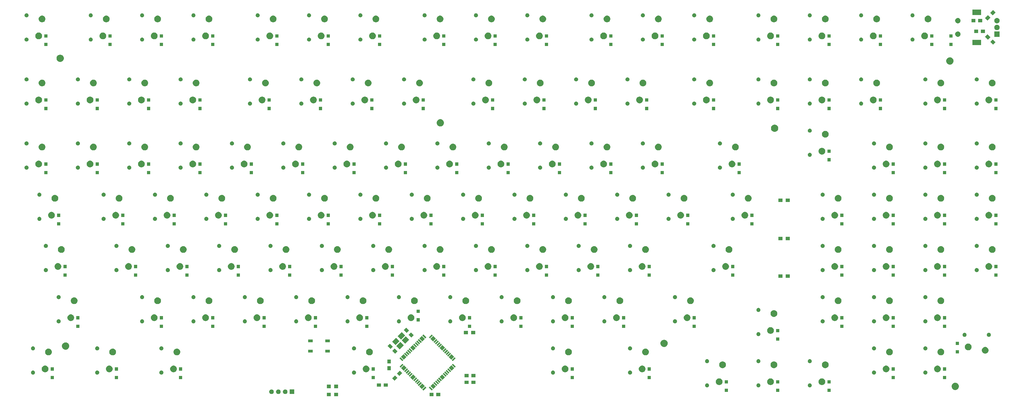
<source format=gbs>
G04 #@! TF.GenerationSoftware,KiCad,Pcbnew,(5.0.1)-4*
G04 #@! TF.CreationDate,2018-12-08T05:26:55-08:00*
G04 #@! TF.ProjectId,cbc1,636263312E6B696361645F7063620000,rev?*
G04 #@! TF.SameCoordinates,Original*
G04 #@! TF.FileFunction,Soldermask,Bot*
G04 #@! TF.FilePolarity,Negative*
%FSLAX46Y46*%
G04 Gerber Fmt 4.6, Leading zero omitted, Abs format (unit mm)*
G04 Created by KiCad (PCBNEW (5.0.1)-4) date 12/8/2018 5:26:55 AM*
%MOMM*%
%LPD*%
G01*
G04 APERTURE LIST*
%ADD10C,0.100000*%
G04 APERTURE END LIST*
D10*
G36*
X145100000Y-166650000D02*
X143600000Y-166650000D01*
X143600000Y-165350000D01*
X145100000Y-165350000D01*
X145100000Y-166650000D01*
X145100000Y-166650000D01*
G37*
G36*
X142400000Y-166650000D02*
X140900000Y-166650000D01*
X140900000Y-165350000D01*
X142400000Y-165350000D01*
X142400000Y-166650000D01*
X142400000Y-166650000D01*
G37*
G36*
X180500000Y-166625000D02*
X179000000Y-166625000D01*
X179000000Y-165375000D01*
X180500000Y-165375000D01*
X180500000Y-166625000D01*
X180500000Y-166625000D01*
G37*
G36*
X183000000Y-166625000D02*
X181500000Y-166625000D01*
X181500000Y-165375000D01*
X183000000Y-165375000D01*
X183000000Y-166625000D01*
X183000000Y-166625000D01*
G37*
G36*
X123086630Y-164162299D02*
X123246855Y-164210903D01*
X123394520Y-164289831D01*
X123523949Y-164396051D01*
X123630169Y-164525480D01*
X123709097Y-164673145D01*
X123757701Y-164833370D01*
X123774112Y-165000000D01*
X123757701Y-165166630D01*
X123709097Y-165326855D01*
X123630169Y-165474520D01*
X123523949Y-165603949D01*
X123394520Y-165710169D01*
X123246855Y-165789097D01*
X123086630Y-165837701D01*
X122961752Y-165850000D01*
X122878248Y-165850000D01*
X122753370Y-165837701D01*
X122593145Y-165789097D01*
X122445480Y-165710169D01*
X122316051Y-165603949D01*
X122209831Y-165474520D01*
X122130903Y-165326855D01*
X122082299Y-165166630D01*
X122065888Y-165000000D01*
X122082299Y-164833370D01*
X122130903Y-164673145D01*
X122209831Y-164525480D01*
X122316051Y-164396051D01*
X122445480Y-164289831D01*
X122593145Y-164210903D01*
X122753370Y-164162299D01*
X122878248Y-164150000D01*
X122961752Y-164150000D01*
X123086630Y-164162299D01*
X123086630Y-164162299D01*
G37*
G36*
X125626630Y-164162299D02*
X125786855Y-164210903D01*
X125934520Y-164289831D01*
X126063949Y-164396051D01*
X126170169Y-164525480D01*
X126249097Y-164673145D01*
X126297701Y-164833370D01*
X126314112Y-165000000D01*
X126297701Y-165166630D01*
X126249097Y-165326855D01*
X126170169Y-165474520D01*
X126063949Y-165603949D01*
X125934520Y-165710169D01*
X125786855Y-165789097D01*
X125626630Y-165837701D01*
X125501752Y-165850000D01*
X125418248Y-165850000D01*
X125293370Y-165837701D01*
X125133145Y-165789097D01*
X124985480Y-165710169D01*
X124856051Y-165603949D01*
X124749831Y-165474520D01*
X124670903Y-165326855D01*
X124622299Y-165166630D01*
X124605888Y-165000000D01*
X124622299Y-164833370D01*
X124670903Y-164673145D01*
X124749831Y-164525480D01*
X124856051Y-164396051D01*
X124985480Y-164289831D01*
X125133145Y-164210903D01*
X125293370Y-164162299D01*
X125418248Y-164150000D01*
X125501752Y-164150000D01*
X125626630Y-164162299D01*
X125626630Y-164162299D01*
G37*
G36*
X128850000Y-165850000D02*
X127150000Y-165850000D01*
X127150000Y-164150000D01*
X128850000Y-164150000D01*
X128850000Y-165850000D01*
X128850000Y-165850000D01*
G37*
G36*
X120546630Y-164162299D02*
X120706855Y-164210903D01*
X120854520Y-164289831D01*
X120983949Y-164396051D01*
X121090169Y-164525480D01*
X121169097Y-164673145D01*
X121217701Y-164833370D01*
X121234112Y-165000000D01*
X121217701Y-165166630D01*
X121169097Y-165326855D01*
X121090169Y-165474520D01*
X120983949Y-165603949D01*
X120854520Y-165710169D01*
X120706855Y-165789097D01*
X120546630Y-165837701D01*
X120421752Y-165850000D01*
X120338248Y-165850000D01*
X120213370Y-165837701D01*
X120053145Y-165789097D01*
X119905480Y-165710169D01*
X119776051Y-165603949D01*
X119669831Y-165474520D01*
X119590903Y-165326855D01*
X119542299Y-165166630D01*
X119525888Y-165000000D01*
X119542299Y-164833370D01*
X119590903Y-164673145D01*
X119669831Y-164525480D01*
X119776051Y-164396051D01*
X119905480Y-164289831D01*
X120053145Y-164210903D01*
X120213370Y-164162299D01*
X120338248Y-164150000D01*
X120421752Y-164150000D01*
X120546630Y-164162299D01*
X120546630Y-164162299D01*
G37*
G36*
X308731250Y-165050000D02*
X307531250Y-165050000D01*
X307531250Y-163850000D01*
X308731250Y-163850000D01*
X308731250Y-165050000D01*
X308731250Y-165050000D01*
G37*
G36*
X327781250Y-165050000D02*
X326581250Y-165050000D01*
X326581250Y-163850000D01*
X327781250Y-163850000D01*
X327781250Y-165050000D01*
X327781250Y-165050000D01*
G37*
G36*
X289681250Y-165050000D02*
X288481250Y-165050000D01*
X288481250Y-163850000D01*
X289681250Y-163850000D01*
X289681250Y-165050000D01*
X289681250Y-165050000D01*
G37*
G36*
X180205172Y-164111609D02*
X179816263Y-164500518D01*
X178755602Y-163439857D01*
X179144511Y-163050948D01*
X180205172Y-164111609D01*
X180205172Y-164111609D01*
G37*
G36*
X177801008Y-163439857D02*
X176740347Y-164500518D01*
X176351438Y-164111609D01*
X177412099Y-163050948D01*
X177801008Y-163439857D01*
X177801008Y-163439857D01*
G37*
G36*
X374393778Y-161701879D02*
X374639466Y-161803646D01*
X374860578Y-161951389D01*
X375048611Y-162139422D01*
X375196354Y-162360534D01*
X375298121Y-162606222D01*
X375350000Y-162867035D01*
X375350000Y-163132965D01*
X375298121Y-163393778D01*
X375196354Y-163639466D01*
X375048611Y-163860578D01*
X374860578Y-164048611D01*
X374639466Y-164196354D01*
X374393778Y-164298121D01*
X374132965Y-164350000D01*
X373867035Y-164350000D01*
X373606222Y-164298121D01*
X373360534Y-164196354D01*
X373139422Y-164048611D01*
X372951389Y-163860578D01*
X372803646Y-163639466D01*
X372701879Y-163393778D01*
X372650000Y-163132965D01*
X372650000Y-162867035D01*
X372701879Y-162606222D01*
X372803646Y-162360534D01*
X372951389Y-162139422D01*
X373139422Y-161951389D01*
X373360534Y-161803646D01*
X373606222Y-161701879D01*
X373867035Y-161650000D01*
X374132965Y-161650000D01*
X374393778Y-161701879D01*
X374393778Y-161701879D01*
G37*
G36*
X181336542Y-162980238D02*
X180381948Y-163934832D01*
X179321287Y-162874171D01*
X180275881Y-161919577D01*
X181336542Y-162980238D01*
X181336542Y-162980238D01*
G37*
G36*
X177235323Y-162874171D02*
X176174662Y-163934832D01*
X175220068Y-162980238D01*
X176280729Y-161919577D01*
X177235323Y-162874171D01*
X177235323Y-162874171D01*
G37*
G36*
X142400000Y-163650000D02*
X140900000Y-163650000D01*
X140900000Y-162350000D01*
X142400000Y-162350000D01*
X142400000Y-163650000D01*
X142400000Y-163650000D01*
G37*
G36*
X145100000Y-163650000D02*
X143600000Y-163650000D01*
X143600000Y-162350000D01*
X145100000Y-162350000D01*
X145100000Y-163650000D01*
X145100000Y-163650000D01*
G37*
G36*
X320174211Y-161875000D02*
X320256267Y-161891322D01*
X320277217Y-161900000D01*
X320392757Y-161947858D01*
X320515600Y-162029939D01*
X320620061Y-162134400D01*
X320702142Y-162257243D01*
X320723367Y-162308486D01*
X320748945Y-162370235D01*
X320758678Y-162393734D01*
X320787500Y-162538630D01*
X320787500Y-162686370D01*
X320758678Y-162831266D01*
X320702142Y-162967757D01*
X320620061Y-163090600D01*
X320515600Y-163195061D01*
X320392757Y-163277142D01*
X320312803Y-163310260D01*
X320256267Y-163333678D01*
X320183818Y-163348089D01*
X320111370Y-163362500D01*
X319963630Y-163362500D01*
X319891182Y-163348089D01*
X319818733Y-163333678D01*
X319762197Y-163310260D01*
X319682243Y-163277142D01*
X319559400Y-163195061D01*
X319454939Y-163090600D01*
X319372858Y-162967757D01*
X319316322Y-162831266D01*
X319287500Y-162686370D01*
X319287500Y-162538630D01*
X319316322Y-162393734D01*
X319326056Y-162370235D01*
X319351633Y-162308486D01*
X319372858Y-162257243D01*
X319454939Y-162134400D01*
X319559400Y-162029939D01*
X319682243Y-161947858D01*
X319797783Y-161900000D01*
X319818733Y-161891322D01*
X319900789Y-161875000D01*
X319963630Y-161862500D01*
X320111370Y-161862500D01*
X320174211Y-161875000D01*
X320174211Y-161875000D01*
G37*
G36*
X282074211Y-161875000D02*
X282156267Y-161891322D01*
X282177217Y-161900000D01*
X282292757Y-161947858D01*
X282415600Y-162029939D01*
X282520061Y-162134400D01*
X282602142Y-162257243D01*
X282623367Y-162308486D01*
X282648945Y-162370235D01*
X282658678Y-162393734D01*
X282687500Y-162538630D01*
X282687500Y-162686370D01*
X282658678Y-162831266D01*
X282602142Y-162967757D01*
X282520061Y-163090600D01*
X282415600Y-163195061D01*
X282292757Y-163277142D01*
X282212803Y-163310260D01*
X282156267Y-163333678D01*
X282083818Y-163348089D01*
X282011370Y-163362500D01*
X281863630Y-163362500D01*
X281791182Y-163348089D01*
X281718733Y-163333678D01*
X281662197Y-163310260D01*
X281582243Y-163277142D01*
X281459400Y-163195061D01*
X281354939Y-163090600D01*
X281272858Y-162967757D01*
X281216322Y-162831266D01*
X281187500Y-162686370D01*
X281187500Y-162538630D01*
X281216322Y-162393734D01*
X281226056Y-162370235D01*
X281251633Y-162308486D01*
X281272858Y-162257243D01*
X281354939Y-162134400D01*
X281459400Y-162029939D01*
X281582243Y-161947858D01*
X281697783Y-161900000D01*
X281718733Y-161891322D01*
X281800789Y-161875000D01*
X281863630Y-161862500D01*
X282011370Y-161862500D01*
X282074211Y-161875000D01*
X282074211Y-161875000D01*
G37*
G36*
X301124211Y-161875000D02*
X301206267Y-161891322D01*
X301227217Y-161900000D01*
X301342757Y-161947858D01*
X301465600Y-162029939D01*
X301570061Y-162134400D01*
X301652142Y-162257243D01*
X301673367Y-162308486D01*
X301698945Y-162370235D01*
X301708678Y-162393734D01*
X301737500Y-162538630D01*
X301737500Y-162686370D01*
X301708678Y-162831266D01*
X301652142Y-162967757D01*
X301570061Y-163090600D01*
X301465600Y-163195061D01*
X301342757Y-163277142D01*
X301262803Y-163310260D01*
X301206267Y-163333678D01*
X301133818Y-163348089D01*
X301061370Y-163362500D01*
X300913630Y-163362500D01*
X300841182Y-163348089D01*
X300768733Y-163333678D01*
X300712197Y-163310260D01*
X300632243Y-163277142D01*
X300509400Y-163195061D01*
X300404939Y-163090600D01*
X300322858Y-162967757D01*
X300266322Y-162831266D01*
X300237500Y-162686370D01*
X300237500Y-162538630D01*
X300266322Y-162393734D01*
X300276056Y-162370235D01*
X300301633Y-162308486D01*
X300322858Y-162257243D01*
X300404939Y-162134400D01*
X300509400Y-162029939D01*
X300632243Y-161947858D01*
X300747783Y-161900000D01*
X300768733Y-161891322D01*
X300850789Y-161875000D01*
X300913630Y-161862500D01*
X301061370Y-161862500D01*
X301124211Y-161875000D01*
X301124211Y-161875000D01*
G37*
G36*
X161000000Y-163125000D02*
X159500000Y-163125000D01*
X159500000Y-161875000D01*
X161000000Y-161875000D01*
X161000000Y-163125000D01*
X161000000Y-163125000D01*
G37*
G36*
X163500000Y-163125000D02*
X162000000Y-163125000D01*
X162000000Y-161875000D01*
X163500000Y-161875000D01*
X163500000Y-163125000D01*
X163500000Y-163125000D01*
G37*
G36*
X176103952Y-161742801D02*
X175043291Y-162803462D01*
X174654382Y-162414553D01*
X175715043Y-161353892D01*
X176103952Y-161742801D01*
X176103952Y-161742801D01*
G37*
G36*
X181902228Y-162414553D02*
X181513319Y-162803462D01*
X180452658Y-161742801D01*
X180841567Y-161353892D01*
X181902228Y-162414553D01*
X181902228Y-162414553D01*
G37*
G36*
X305852112Y-160060537D02*
X306079596Y-160154764D01*
X306284331Y-160291564D01*
X306458436Y-160465669D01*
X306595236Y-160670404D01*
X306689463Y-160897888D01*
X306737500Y-161139385D01*
X306737500Y-161385615D01*
X306689463Y-161627112D01*
X306595236Y-161854596D01*
X306458436Y-162059331D01*
X306284331Y-162233436D01*
X306079596Y-162370236D01*
X305852112Y-162464463D01*
X305610615Y-162512500D01*
X305364385Y-162512500D01*
X305122888Y-162464463D01*
X304895404Y-162370236D01*
X304690669Y-162233436D01*
X304516564Y-162059331D01*
X304379764Y-161854596D01*
X304285537Y-161627112D01*
X304237500Y-161385615D01*
X304237500Y-161139385D01*
X304285537Y-160897888D01*
X304379764Y-160670404D01*
X304516564Y-160465669D01*
X304690669Y-160291564D01*
X304895404Y-160154764D01*
X305122888Y-160060537D01*
X305364385Y-160012500D01*
X305610615Y-160012500D01*
X305852112Y-160060537D01*
X305852112Y-160060537D01*
G37*
G36*
X324902112Y-160060537D02*
X325129596Y-160154764D01*
X325334331Y-160291564D01*
X325508436Y-160465669D01*
X325645236Y-160670404D01*
X325739463Y-160897888D01*
X325787500Y-161139385D01*
X325787500Y-161385615D01*
X325739463Y-161627112D01*
X325645236Y-161854596D01*
X325508436Y-162059331D01*
X325334331Y-162233436D01*
X325129596Y-162370236D01*
X324902112Y-162464463D01*
X324660615Y-162512500D01*
X324414385Y-162512500D01*
X324172888Y-162464463D01*
X323945404Y-162370236D01*
X323740669Y-162233436D01*
X323566564Y-162059331D01*
X323429764Y-161854596D01*
X323335537Y-161627112D01*
X323287500Y-161385615D01*
X323287500Y-161139385D01*
X323335537Y-160897888D01*
X323429764Y-160670404D01*
X323566564Y-160465669D01*
X323740669Y-160291564D01*
X323945404Y-160154764D01*
X324172888Y-160060537D01*
X324414385Y-160012500D01*
X324660615Y-160012500D01*
X324902112Y-160060537D01*
X324902112Y-160060537D01*
G37*
G36*
X286802112Y-160060537D02*
X287029596Y-160154764D01*
X287234331Y-160291564D01*
X287408436Y-160465669D01*
X287545236Y-160670404D01*
X287639463Y-160897888D01*
X287687500Y-161139385D01*
X287687500Y-161385615D01*
X287639463Y-161627112D01*
X287545236Y-161854596D01*
X287408436Y-162059331D01*
X287234331Y-162233436D01*
X287029596Y-162370236D01*
X286802112Y-162464463D01*
X286560615Y-162512500D01*
X286314385Y-162512500D01*
X286072888Y-162464463D01*
X285845404Y-162370236D01*
X285640669Y-162233436D01*
X285466564Y-162059331D01*
X285329764Y-161854596D01*
X285235537Y-161627112D01*
X285187500Y-161385615D01*
X285187500Y-161139385D01*
X285235537Y-160897888D01*
X285329764Y-160670404D01*
X285466564Y-160465669D01*
X285640669Y-160291564D01*
X285845404Y-160154764D01*
X286072888Y-160060537D01*
X286314385Y-160012500D01*
X286560615Y-160012500D01*
X286802112Y-160060537D01*
X286802112Y-160060537D01*
G37*
G36*
X175538267Y-161177115D02*
X174477606Y-162237776D01*
X174088697Y-161848867D01*
X175149358Y-160788206D01*
X175538267Y-161177115D01*
X175538267Y-161177115D01*
G37*
G36*
X182467913Y-161848867D02*
X182079004Y-162237776D01*
X181018343Y-161177115D01*
X181407252Y-160788206D01*
X182467913Y-161848867D01*
X182467913Y-161848867D01*
G37*
G36*
X196000000Y-162125000D02*
X194500000Y-162125000D01*
X194500000Y-160875000D01*
X196000000Y-160875000D01*
X196000000Y-162125000D01*
X196000000Y-162125000D01*
G37*
G36*
X193500000Y-162125000D02*
X192000000Y-162125000D01*
X192000000Y-160875000D01*
X193500000Y-160875000D01*
X193500000Y-162125000D01*
X193500000Y-162125000D01*
G37*
G36*
X289681250Y-161900000D02*
X288481250Y-161900000D01*
X288481250Y-160700000D01*
X289681250Y-160700000D01*
X289681250Y-161900000D01*
X289681250Y-161900000D01*
G37*
G36*
X327781250Y-161900000D02*
X326581250Y-161900000D01*
X326581250Y-160700000D01*
X327781250Y-160700000D01*
X327781250Y-161900000D01*
X327781250Y-161900000D01*
G37*
G36*
X308731250Y-161900000D02*
X307531250Y-161900000D01*
X307531250Y-160700000D01*
X308731250Y-160700000D01*
X308731250Y-161900000D01*
X308731250Y-161900000D01*
G37*
G36*
X183033599Y-161283182D02*
X182644690Y-161672091D01*
X181584029Y-160611430D01*
X181972938Y-160222521D01*
X183033599Y-161283182D01*
X183033599Y-161283182D01*
G37*
G36*
X174972581Y-160611430D02*
X173911920Y-161672091D01*
X173523011Y-161283182D01*
X174583672Y-160222521D01*
X174972581Y-160611430D01*
X174972581Y-160611430D01*
G37*
G36*
X183599284Y-160717496D02*
X183210375Y-161106405D01*
X182149714Y-160045744D01*
X182538623Y-159656835D01*
X183599284Y-160717496D01*
X183599284Y-160717496D01*
G37*
G36*
X174406896Y-160045744D02*
X173346235Y-161106405D01*
X172957326Y-160717496D01*
X174017987Y-159656835D01*
X174406896Y-160045744D01*
X174406896Y-160045744D01*
G37*
G36*
X167088390Y-159795495D02*
X166027729Y-160856156D01*
X165143844Y-159972271D01*
X166204505Y-158911610D01*
X167088390Y-159795495D01*
X167088390Y-159795495D01*
G37*
G36*
X173841210Y-159480059D02*
X172780549Y-160540720D01*
X171825955Y-159586126D01*
X172886616Y-158525465D01*
X173841210Y-159480059D01*
X173841210Y-159480059D01*
G37*
G36*
X184730655Y-159586126D02*
X183776061Y-160540720D01*
X182715400Y-159480059D01*
X183669994Y-158525465D01*
X184730655Y-159586126D01*
X184730655Y-159586126D01*
G37*
G36*
X351593750Y-160287500D02*
X350393750Y-160287500D01*
X350393750Y-159087500D01*
X351593750Y-159087500D01*
X351593750Y-160287500D01*
X351593750Y-160287500D01*
G37*
G36*
X261106250Y-160287500D02*
X259906250Y-160287500D01*
X259906250Y-159087500D01*
X261106250Y-159087500D01*
X261106250Y-160287500D01*
X261106250Y-160287500D01*
G37*
G36*
X232531250Y-160287500D02*
X231331250Y-160287500D01*
X231331250Y-159087500D01*
X232531250Y-159087500D01*
X232531250Y-160287500D01*
X232531250Y-160287500D01*
G37*
G36*
X370643750Y-160287500D02*
X369443750Y-160287500D01*
X369443750Y-159087500D01*
X370643750Y-159087500D01*
X370643750Y-160287500D01*
X370643750Y-160287500D01*
G37*
G36*
X158712500Y-160287500D02*
X157512500Y-160287500D01*
X157512500Y-159087500D01*
X158712500Y-159087500D01*
X158712500Y-160287500D01*
X158712500Y-160287500D01*
G37*
G36*
X87275000Y-160287500D02*
X86075000Y-160287500D01*
X86075000Y-159087500D01*
X87275000Y-159087500D01*
X87275000Y-160287500D01*
X87275000Y-160287500D01*
G37*
G36*
X63462500Y-160287500D02*
X62262500Y-160287500D01*
X62262500Y-159087500D01*
X63462500Y-159087500D01*
X63462500Y-160287500D01*
X63462500Y-160287500D01*
G37*
G36*
X39650000Y-160287500D02*
X38450000Y-160287500D01*
X38450000Y-159087500D01*
X39650000Y-159087500D01*
X39650000Y-160287500D01*
X39650000Y-160287500D01*
G37*
G36*
X193500000Y-159625000D02*
X192000000Y-159625000D01*
X192000000Y-158375000D01*
X193500000Y-158375000D01*
X193500000Y-159625000D01*
X193500000Y-159625000D01*
G37*
G36*
X196000000Y-159625000D02*
X194500000Y-159625000D01*
X194500000Y-158375000D01*
X196000000Y-158375000D01*
X196000000Y-159625000D01*
X196000000Y-159625000D01*
G37*
G36*
X172709840Y-158348688D02*
X171649179Y-159409349D01*
X171260270Y-159020440D01*
X172320931Y-157959779D01*
X172709840Y-158348688D01*
X172709840Y-158348688D01*
G37*
G36*
X185296340Y-159020440D02*
X184907431Y-159409349D01*
X183846770Y-158348688D01*
X184235679Y-157959779D01*
X185296340Y-159020440D01*
X185296340Y-159020440D01*
G37*
G36*
X168856156Y-158027729D02*
X167795495Y-159088390D01*
X166911610Y-158204505D01*
X167972271Y-157143844D01*
X168856156Y-158027729D01*
X168856156Y-158027729D01*
G37*
G36*
X185862026Y-158454755D02*
X185473117Y-158843664D01*
X184412456Y-157783003D01*
X184801365Y-157394094D01*
X185862026Y-158454755D01*
X185862026Y-158454755D01*
G37*
G36*
X172144154Y-157783003D02*
X171083493Y-158843664D01*
X170694584Y-158454755D01*
X171755245Y-157394094D01*
X172144154Y-157783003D01*
X172144154Y-157783003D01*
G37*
G36*
X79677568Y-157114411D02*
X79750017Y-157128822D01*
X79770967Y-157137500D01*
X79886507Y-157185358D01*
X80009350Y-157267439D01*
X80113811Y-157371900D01*
X80195892Y-157494743D01*
X80229010Y-157574697D01*
X80242695Y-157607735D01*
X80252428Y-157631234D01*
X80281250Y-157776130D01*
X80281250Y-157923870D01*
X80252428Y-158068766D01*
X80195892Y-158205257D01*
X80113811Y-158328100D01*
X80009350Y-158432561D01*
X79886507Y-158514642D01*
X79806553Y-158547760D01*
X79750017Y-158571178D01*
X79677568Y-158585589D01*
X79605120Y-158600000D01*
X79457380Y-158600000D01*
X79384932Y-158585589D01*
X79312483Y-158571178D01*
X79255947Y-158547760D01*
X79175993Y-158514642D01*
X79053150Y-158432561D01*
X78948689Y-158328100D01*
X78866608Y-158205257D01*
X78810072Y-158068766D01*
X78781250Y-157923870D01*
X78781250Y-157776130D01*
X78810072Y-157631234D01*
X78819806Y-157607735D01*
X78833490Y-157574697D01*
X78866608Y-157494743D01*
X78948689Y-157371900D01*
X79053150Y-157267439D01*
X79175993Y-157185358D01*
X79291533Y-157137500D01*
X79312483Y-157128822D01*
X79384932Y-157114411D01*
X79457380Y-157100000D01*
X79605120Y-157100000D01*
X79677568Y-157114411D01*
X79677568Y-157114411D01*
G37*
G36*
X151115068Y-157114411D02*
X151187517Y-157128822D01*
X151208467Y-157137500D01*
X151324007Y-157185358D01*
X151446850Y-157267439D01*
X151551311Y-157371900D01*
X151633392Y-157494743D01*
X151666510Y-157574697D01*
X151680195Y-157607735D01*
X151689928Y-157631234D01*
X151718750Y-157776130D01*
X151718750Y-157923870D01*
X151689928Y-158068766D01*
X151633392Y-158205257D01*
X151551311Y-158328100D01*
X151446850Y-158432561D01*
X151324007Y-158514642D01*
X151244053Y-158547760D01*
X151187517Y-158571178D01*
X151115068Y-158585589D01*
X151042620Y-158600000D01*
X150894880Y-158600000D01*
X150822432Y-158585589D01*
X150749983Y-158571178D01*
X150693447Y-158547760D01*
X150613493Y-158514642D01*
X150490650Y-158432561D01*
X150386189Y-158328100D01*
X150304108Y-158205257D01*
X150247572Y-158068766D01*
X150218750Y-157923870D01*
X150218750Y-157776130D01*
X150247572Y-157631234D01*
X150257306Y-157607735D01*
X150270990Y-157574697D01*
X150304108Y-157494743D01*
X150386189Y-157371900D01*
X150490650Y-157267439D01*
X150613493Y-157185358D01*
X150729033Y-157137500D01*
X150749983Y-157128822D01*
X150822432Y-157114411D01*
X150894880Y-157100000D01*
X151042620Y-157100000D01*
X151115068Y-157114411D01*
X151115068Y-157114411D01*
G37*
G36*
X224933818Y-157114411D02*
X225006267Y-157128822D01*
X225027217Y-157137500D01*
X225142757Y-157185358D01*
X225265600Y-157267439D01*
X225370061Y-157371900D01*
X225452142Y-157494743D01*
X225485260Y-157574697D01*
X225498945Y-157607735D01*
X225508678Y-157631234D01*
X225537500Y-157776130D01*
X225537500Y-157923870D01*
X225508678Y-158068766D01*
X225452142Y-158205257D01*
X225370061Y-158328100D01*
X225265600Y-158432561D01*
X225142757Y-158514642D01*
X225062803Y-158547760D01*
X225006267Y-158571178D01*
X224933818Y-158585589D01*
X224861370Y-158600000D01*
X224713630Y-158600000D01*
X224641182Y-158585589D01*
X224568733Y-158571178D01*
X224512197Y-158547760D01*
X224432243Y-158514642D01*
X224309400Y-158432561D01*
X224204939Y-158328100D01*
X224122858Y-158205257D01*
X224066322Y-158068766D01*
X224037500Y-157923870D01*
X224037500Y-157776130D01*
X224066322Y-157631234D01*
X224076056Y-157607735D01*
X224089740Y-157574697D01*
X224122858Y-157494743D01*
X224204939Y-157371900D01*
X224309400Y-157267439D01*
X224432243Y-157185358D01*
X224547783Y-157137500D01*
X224568733Y-157128822D01*
X224641182Y-157114411D01*
X224713630Y-157100000D01*
X224861370Y-157100000D01*
X224933818Y-157114411D01*
X224933818Y-157114411D01*
G37*
G36*
X253508818Y-157114411D02*
X253581267Y-157128822D01*
X253602217Y-157137500D01*
X253717757Y-157185358D01*
X253840600Y-157267439D01*
X253945061Y-157371900D01*
X254027142Y-157494743D01*
X254060260Y-157574697D01*
X254073945Y-157607735D01*
X254083678Y-157631234D01*
X254112500Y-157776130D01*
X254112500Y-157923870D01*
X254083678Y-158068766D01*
X254027142Y-158205257D01*
X253945061Y-158328100D01*
X253840600Y-158432561D01*
X253717757Y-158514642D01*
X253637803Y-158547760D01*
X253581267Y-158571178D01*
X253508818Y-158585589D01*
X253436370Y-158600000D01*
X253288630Y-158600000D01*
X253216182Y-158585589D01*
X253143733Y-158571178D01*
X253087197Y-158547760D01*
X253007243Y-158514642D01*
X252884400Y-158432561D01*
X252779939Y-158328100D01*
X252697858Y-158205257D01*
X252641322Y-158068766D01*
X252612500Y-157923870D01*
X252612500Y-157776130D01*
X252641322Y-157631234D01*
X252651056Y-157607735D01*
X252664740Y-157574697D01*
X252697858Y-157494743D01*
X252779939Y-157371900D01*
X252884400Y-157267439D01*
X253007243Y-157185358D01*
X253122783Y-157137500D01*
X253143733Y-157128822D01*
X253216182Y-157114411D01*
X253288630Y-157100000D01*
X253436370Y-157100000D01*
X253508818Y-157114411D01*
X253508818Y-157114411D01*
G37*
G36*
X343996318Y-157114411D02*
X344068767Y-157128822D01*
X344089717Y-157137500D01*
X344205257Y-157185358D01*
X344328100Y-157267439D01*
X344432561Y-157371900D01*
X344514642Y-157494743D01*
X344547760Y-157574697D01*
X344561445Y-157607735D01*
X344571178Y-157631234D01*
X344600000Y-157776130D01*
X344600000Y-157923870D01*
X344571178Y-158068766D01*
X344514642Y-158205257D01*
X344432561Y-158328100D01*
X344328100Y-158432561D01*
X344205257Y-158514642D01*
X344125303Y-158547760D01*
X344068767Y-158571178D01*
X343996318Y-158585589D01*
X343923870Y-158600000D01*
X343776130Y-158600000D01*
X343703682Y-158585589D01*
X343631233Y-158571178D01*
X343574697Y-158547760D01*
X343494743Y-158514642D01*
X343371900Y-158432561D01*
X343267439Y-158328100D01*
X343185358Y-158205257D01*
X343128822Y-158068766D01*
X343100000Y-157923870D01*
X343100000Y-157776130D01*
X343128822Y-157631234D01*
X343138556Y-157607735D01*
X343152240Y-157574697D01*
X343185358Y-157494743D01*
X343267439Y-157371900D01*
X343371900Y-157267439D01*
X343494743Y-157185358D01*
X343610283Y-157137500D01*
X343631233Y-157128822D01*
X343703682Y-157114411D01*
X343776130Y-157100000D01*
X343923870Y-157100000D01*
X343996318Y-157114411D01*
X343996318Y-157114411D01*
G37*
G36*
X55865068Y-157114411D02*
X55937517Y-157128822D01*
X55958467Y-157137500D01*
X56074007Y-157185358D01*
X56196850Y-157267439D01*
X56301311Y-157371900D01*
X56383392Y-157494743D01*
X56416510Y-157574697D01*
X56430195Y-157607735D01*
X56439928Y-157631234D01*
X56468750Y-157776130D01*
X56468750Y-157923870D01*
X56439928Y-158068766D01*
X56383392Y-158205257D01*
X56301311Y-158328100D01*
X56196850Y-158432561D01*
X56074007Y-158514642D01*
X55994053Y-158547760D01*
X55937517Y-158571178D01*
X55865068Y-158585589D01*
X55792620Y-158600000D01*
X55644880Y-158600000D01*
X55572432Y-158585589D01*
X55499983Y-158571178D01*
X55443447Y-158547760D01*
X55363493Y-158514642D01*
X55240650Y-158432561D01*
X55136189Y-158328100D01*
X55054108Y-158205257D01*
X54997572Y-158068766D01*
X54968750Y-157923870D01*
X54968750Y-157776130D01*
X54997572Y-157631234D01*
X55007306Y-157607735D01*
X55020990Y-157574697D01*
X55054108Y-157494743D01*
X55136189Y-157371900D01*
X55240650Y-157267439D01*
X55363493Y-157185358D01*
X55479033Y-157137500D01*
X55499983Y-157128822D01*
X55572432Y-157114411D01*
X55644880Y-157100000D01*
X55792620Y-157100000D01*
X55865068Y-157114411D01*
X55865068Y-157114411D01*
G37*
G36*
X32052568Y-157114411D02*
X32125017Y-157128822D01*
X32145967Y-157137500D01*
X32261507Y-157185358D01*
X32384350Y-157267439D01*
X32488811Y-157371900D01*
X32570892Y-157494743D01*
X32604010Y-157574697D01*
X32617695Y-157607735D01*
X32627428Y-157631234D01*
X32656250Y-157776130D01*
X32656250Y-157923870D01*
X32627428Y-158068766D01*
X32570892Y-158205257D01*
X32488811Y-158328100D01*
X32384350Y-158432561D01*
X32261507Y-158514642D01*
X32181553Y-158547760D01*
X32125017Y-158571178D01*
X32052568Y-158585589D01*
X31980120Y-158600000D01*
X31832380Y-158600000D01*
X31759932Y-158585589D01*
X31687483Y-158571178D01*
X31630947Y-158547760D01*
X31550993Y-158514642D01*
X31428150Y-158432561D01*
X31323689Y-158328100D01*
X31241608Y-158205257D01*
X31185072Y-158068766D01*
X31156250Y-157923870D01*
X31156250Y-157776130D01*
X31185072Y-157631234D01*
X31194806Y-157607735D01*
X31208490Y-157574697D01*
X31241608Y-157494743D01*
X31323689Y-157371900D01*
X31428150Y-157267439D01*
X31550993Y-157185358D01*
X31666533Y-157137500D01*
X31687483Y-157128822D01*
X31759932Y-157114411D01*
X31832380Y-157100000D01*
X31980120Y-157100000D01*
X32052568Y-157114411D01*
X32052568Y-157114411D01*
G37*
G36*
X363046318Y-157114411D02*
X363118767Y-157128822D01*
X363139717Y-157137500D01*
X363255257Y-157185358D01*
X363378100Y-157267439D01*
X363482561Y-157371900D01*
X363564642Y-157494743D01*
X363597760Y-157574697D01*
X363611445Y-157607735D01*
X363621178Y-157631234D01*
X363650000Y-157776130D01*
X363650000Y-157923870D01*
X363621178Y-158068766D01*
X363564642Y-158205257D01*
X363482561Y-158328100D01*
X363378100Y-158432561D01*
X363255257Y-158514642D01*
X363175303Y-158547760D01*
X363118767Y-158571178D01*
X363046318Y-158585589D01*
X362973870Y-158600000D01*
X362826130Y-158600000D01*
X362753682Y-158585589D01*
X362681233Y-158571178D01*
X362624697Y-158547760D01*
X362544743Y-158514642D01*
X362421900Y-158432561D01*
X362317439Y-158328100D01*
X362235358Y-158205257D01*
X362178822Y-158068766D01*
X362150000Y-157923870D01*
X362150000Y-157776130D01*
X362178822Y-157631234D01*
X362188556Y-157607735D01*
X362202240Y-157574697D01*
X362235358Y-157494743D01*
X362317439Y-157371900D01*
X362421900Y-157267439D01*
X362544743Y-157185358D01*
X362660283Y-157137500D01*
X362681233Y-157128822D01*
X362753682Y-157114411D01*
X362826130Y-157100000D01*
X362973870Y-157100000D01*
X363046318Y-157114411D01*
X363046318Y-157114411D01*
G37*
G36*
X186427711Y-157889069D02*
X186038802Y-158277978D01*
X184978141Y-157217317D01*
X185367050Y-156828408D01*
X186427711Y-157889069D01*
X186427711Y-157889069D01*
G37*
G36*
X171578469Y-157217317D02*
X170517808Y-158277978D01*
X170128899Y-157889069D01*
X171189560Y-156828408D01*
X171578469Y-157217317D01*
X171578469Y-157217317D01*
G37*
G36*
X36770862Y-155298037D02*
X36998346Y-155392264D01*
X37203081Y-155529064D01*
X37377186Y-155703169D01*
X37513986Y-155907904D01*
X37608213Y-156135388D01*
X37656250Y-156376885D01*
X37656250Y-156623115D01*
X37608213Y-156864612D01*
X37513986Y-157092096D01*
X37377186Y-157296831D01*
X37203081Y-157470936D01*
X36998346Y-157607736D01*
X36770862Y-157701963D01*
X36529365Y-157750000D01*
X36283135Y-157750000D01*
X36041638Y-157701963D01*
X35814154Y-157607736D01*
X35609419Y-157470936D01*
X35435314Y-157296831D01*
X35298514Y-157092096D01*
X35204287Y-156864612D01*
X35156250Y-156623115D01*
X35156250Y-156376885D01*
X35204287Y-156135388D01*
X35298514Y-155907904D01*
X35435314Y-155703169D01*
X35609419Y-155529064D01*
X35814154Y-155392264D01*
X36041638Y-155298037D01*
X36283135Y-155250000D01*
X36529365Y-155250000D01*
X36770862Y-155298037D01*
X36770862Y-155298037D01*
G37*
G36*
X367764612Y-155298037D02*
X367992096Y-155392264D01*
X368196831Y-155529064D01*
X368370936Y-155703169D01*
X368507736Y-155907904D01*
X368601963Y-156135388D01*
X368650000Y-156376885D01*
X368650000Y-156623115D01*
X368601963Y-156864612D01*
X368507736Y-157092096D01*
X368370936Y-157296831D01*
X368196831Y-157470936D01*
X367992096Y-157607736D01*
X367764612Y-157701963D01*
X367523115Y-157750000D01*
X367276885Y-157750000D01*
X367035388Y-157701963D01*
X366807904Y-157607736D01*
X366603169Y-157470936D01*
X366429064Y-157296831D01*
X366292264Y-157092096D01*
X366198037Y-156864612D01*
X366150000Y-156623115D01*
X366150000Y-156376885D01*
X366198037Y-156135388D01*
X366292264Y-155907904D01*
X366429064Y-155703169D01*
X366603169Y-155529064D01*
X366807904Y-155392264D01*
X367035388Y-155298037D01*
X367276885Y-155250000D01*
X367523115Y-155250000D01*
X367764612Y-155298037D01*
X367764612Y-155298037D01*
G37*
G36*
X348714612Y-155298037D02*
X348942096Y-155392264D01*
X349146831Y-155529064D01*
X349320936Y-155703169D01*
X349457736Y-155907904D01*
X349551963Y-156135388D01*
X349600000Y-156376885D01*
X349600000Y-156623115D01*
X349551963Y-156864612D01*
X349457736Y-157092096D01*
X349320936Y-157296831D01*
X349146831Y-157470936D01*
X348942096Y-157607736D01*
X348714612Y-157701963D01*
X348473115Y-157750000D01*
X348226885Y-157750000D01*
X347985388Y-157701963D01*
X347757904Y-157607736D01*
X347553169Y-157470936D01*
X347379064Y-157296831D01*
X347242264Y-157092096D01*
X347148037Y-156864612D01*
X347100000Y-156623115D01*
X347100000Y-156376885D01*
X347148037Y-156135388D01*
X347242264Y-155907904D01*
X347379064Y-155703169D01*
X347553169Y-155529064D01*
X347757904Y-155392264D01*
X347985388Y-155298037D01*
X348226885Y-155250000D01*
X348473115Y-155250000D01*
X348714612Y-155298037D01*
X348714612Y-155298037D01*
G37*
G36*
X258227112Y-155298037D02*
X258454596Y-155392264D01*
X258659331Y-155529064D01*
X258833436Y-155703169D01*
X258970236Y-155907904D01*
X259064463Y-156135388D01*
X259112500Y-156376885D01*
X259112500Y-156623115D01*
X259064463Y-156864612D01*
X258970236Y-157092096D01*
X258833436Y-157296831D01*
X258659331Y-157470936D01*
X258454596Y-157607736D01*
X258227112Y-157701963D01*
X257985615Y-157750000D01*
X257739385Y-157750000D01*
X257497888Y-157701963D01*
X257270404Y-157607736D01*
X257065669Y-157470936D01*
X256891564Y-157296831D01*
X256754764Y-157092096D01*
X256660537Y-156864612D01*
X256612500Y-156623115D01*
X256612500Y-156376885D01*
X256660537Y-156135388D01*
X256754764Y-155907904D01*
X256891564Y-155703169D01*
X257065669Y-155529064D01*
X257270404Y-155392264D01*
X257497888Y-155298037D01*
X257739385Y-155250000D01*
X257985615Y-155250000D01*
X258227112Y-155298037D01*
X258227112Y-155298037D01*
G37*
G36*
X229652112Y-155298037D02*
X229879596Y-155392264D01*
X230084331Y-155529064D01*
X230258436Y-155703169D01*
X230395236Y-155907904D01*
X230489463Y-156135388D01*
X230537500Y-156376885D01*
X230537500Y-156623115D01*
X230489463Y-156864612D01*
X230395236Y-157092096D01*
X230258436Y-157296831D01*
X230084331Y-157470936D01*
X229879596Y-157607736D01*
X229652112Y-157701963D01*
X229410615Y-157750000D01*
X229164385Y-157750000D01*
X228922888Y-157701963D01*
X228695404Y-157607736D01*
X228490669Y-157470936D01*
X228316564Y-157296831D01*
X228179764Y-157092096D01*
X228085537Y-156864612D01*
X228037500Y-156623115D01*
X228037500Y-156376885D01*
X228085537Y-156135388D01*
X228179764Y-155907904D01*
X228316564Y-155703169D01*
X228490669Y-155529064D01*
X228695404Y-155392264D01*
X228922888Y-155298037D01*
X229164385Y-155250000D01*
X229410615Y-155250000D01*
X229652112Y-155298037D01*
X229652112Y-155298037D01*
G37*
G36*
X84395862Y-155298037D02*
X84623346Y-155392264D01*
X84828081Y-155529064D01*
X85002186Y-155703169D01*
X85138986Y-155907904D01*
X85233213Y-156135388D01*
X85281250Y-156376885D01*
X85281250Y-156623115D01*
X85233213Y-156864612D01*
X85138986Y-157092096D01*
X85002186Y-157296831D01*
X84828081Y-157470936D01*
X84623346Y-157607736D01*
X84395862Y-157701963D01*
X84154365Y-157750000D01*
X83908135Y-157750000D01*
X83666638Y-157701963D01*
X83439154Y-157607736D01*
X83234419Y-157470936D01*
X83060314Y-157296831D01*
X82923514Y-157092096D01*
X82829287Y-156864612D01*
X82781250Y-156623115D01*
X82781250Y-156376885D01*
X82829287Y-156135388D01*
X82923514Y-155907904D01*
X83060314Y-155703169D01*
X83234419Y-155529064D01*
X83439154Y-155392264D01*
X83666638Y-155298037D01*
X83908135Y-155250000D01*
X84154365Y-155250000D01*
X84395862Y-155298037D01*
X84395862Y-155298037D01*
G37*
G36*
X60583362Y-155298037D02*
X60810846Y-155392264D01*
X61015581Y-155529064D01*
X61189686Y-155703169D01*
X61326486Y-155907904D01*
X61420713Y-156135388D01*
X61468750Y-156376885D01*
X61468750Y-156623115D01*
X61420713Y-156864612D01*
X61326486Y-157092096D01*
X61189686Y-157296831D01*
X61015581Y-157470936D01*
X60810846Y-157607736D01*
X60583362Y-157701963D01*
X60341865Y-157750000D01*
X60095635Y-157750000D01*
X59854138Y-157701963D01*
X59626654Y-157607736D01*
X59421919Y-157470936D01*
X59247814Y-157296831D01*
X59111014Y-157092096D01*
X59016787Y-156864612D01*
X58968750Y-156623115D01*
X58968750Y-156376885D01*
X59016787Y-156135388D01*
X59111014Y-155907904D01*
X59247814Y-155703169D01*
X59421919Y-155529064D01*
X59626654Y-155392264D01*
X59854138Y-155298037D01*
X60095635Y-155250000D01*
X60341865Y-155250000D01*
X60583362Y-155298037D01*
X60583362Y-155298037D01*
G37*
G36*
X155833362Y-155298037D02*
X156060846Y-155392264D01*
X156265581Y-155529064D01*
X156439686Y-155703169D01*
X156576486Y-155907904D01*
X156670713Y-156135388D01*
X156718750Y-156376885D01*
X156718750Y-156623115D01*
X156670713Y-156864612D01*
X156576486Y-157092096D01*
X156439686Y-157296831D01*
X156265581Y-157470936D01*
X156060846Y-157607736D01*
X155833362Y-157701963D01*
X155591865Y-157750000D01*
X155345635Y-157750000D01*
X155104138Y-157701963D01*
X154876654Y-157607736D01*
X154671919Y-157470936D01*
X154497814Y-157296831D01*
X154361014Y-157092096D01*
X154266787Y-156864612D01*
X154218750Y-156623115D01*
X154218750Y-156376885D01*
X154266787Y-156135388D01*
X154361014Y-155907904D01*
X154497814Y-155703169D01*
X154671919Y-155529064D01*
X154876654Y-155392264D01*
X155104138Y-155298037D01*
X155345635Y-155250000D01*
X155591865Y-155250000D01*
X155833362Y-155298037D01*
X155833362Y-155298037D01*
G37*
G36*
X171012783Y-156651632D02*
X169952122Y-157712293D01*
X169563213Y-157323384D01*
X170623874Y-156262723D01*
X171012783Y-156651632D01*
X171012783Y-156651632D01*
G37*
G36*
X186993397Y-157323384D02*
X186604488Y-157712293D01*
X185543827Y-156651632D01*
X185932736Y-156262723D01*
X186993397Y-157323384D01*
X186993397Y-157323384D01*
G37*
G36*
X188124767Y-156192013D02*
X187170173Y-157146607D01*
X186109512Y-156085946D01*
X187064106Y-155131352D01*
X188124767Y-156192013D01*
X188124767Y-156192013D01*
G37*
G36*
X170447098Y-156085946D02*
X169386437Y-157146607D01*
X168431843Y-156192013D01*
X169492504Y-155131352D01*
X170447098Y-156085946D01*
X170447098Y-156085946D01*
G37*
G36*
X39650000Y-157137500D02*
X38450000Y-157137500D01*
X38450000Y-155937500D01*
X39650000Y-155937500D01*
X39650000Y-157137500D01*
X39650000Y-157137500D01*
G37*
G36*
X63462500Y-157137500D02*
X62262500Y-157137500D01*
X62262500Y-155937500D01*
X63462500Y-155937500D01*
X63462500Y-157137500D01*
X63462500Y-157137500D01*
G37*
G36*
X87275000Y-157137500D02*
X86075000Y-157137500D01*
X86075000Y-155937500D01*
X87275000Y-155937500D01*
X87275000Y-157137500D01*
X87275000Y-157137500D01*
G37*
G36*
X158712500Y-157137500D02*
X157512500Y-157137500D01*
X157512500Y-155937500D01*
X158712500Y-155937500D01*
X158712500Y-157137500D01*
X158712500Y-157137500D01*
G37*
G36*
X232531250Y-157137500D02*
X231331250Y-157137500D01*
X231331250Y-155937500D01*
X232531250Y-155937500D01*
X232531250Y-157137500D01*
X232531250Y-157137500D01*
G37*
G36*
X261106250Y-157137500D02*
X259906250Y-157137500D01*
X259906250Y-155937500D01*
X261106250Y-155937500D01*
X261106250Y-157137500D01*
X261106250Y-157137500D01*
G37*
G36*
X370643750Y-157137500D02*
X369443750Y-157137500D01*
X369443750Y-155937500D01*
X370643750Y-155937500D01*
X370643750Y-157137500D01*
X370643750Y-157137500D01*
G37*
G36*
X351593750Y-157137500D02*
X350393750Y-157137500D01*
X350393750Y-155937500D01*
X351593750Y-155937500D01*
X351593750Y-157137500D01*
X351593750Y-157137500D01*
G37*
G36*
X164625000Y-157000000D02*
X163375000Y-157000000D01*
X163375000Y-155500000D01*
X164625000Y-155500000D01*
X164625000Y-157000000D01*
X164625000Y-157000000D01*
G37*
G36*
X307102112Y-153760537D02*
X307329596Y-153854764D01*
X307534331Y-153991564D01*
X307708436Y-154165669D01*
X307845236Y-154370404D01*
X307939463Y-154597888D01*
X307987500Y-154839385D01*
X307987500Y-155085615D01*
X307939463Y-155327112D01*
X307845236Y-155554596D01*
X307708436Y-155759331D01*
X307534331Y-155933436D01*
X307329596Y-156070236D01*
X307102112Y-156164463D01*
X306860615Y-156212500D01*
X306614385Y-156212500D01*
X306372888Y-156164463D01*
X306145404Y-156070236D01*
X305940669Y-155933436D01*
X305766564Y-155759331D01*
X305629764Y-155554596D01*
X305535537Y-155327112D01*
X305487500Y-155085615D01*
X305487500Y-154839385D01*
X305535537Y-154597888D01*
X305629764Y-154370404D01*
X305766564Y-154165669D01*
X305940669Y-153991564D01*
X306145404Y-153854764D01*
X306372888Y-153760537D01*
X306614385Y-153712500D01*
X306860615Y-153712500D01*
X307102112Y-153760537D01*
X307102112Y-153760537D01*
G37*
G36*
X326152112Y-153760537D02*
X326379596Y-153854764D01*
X326584331Y-153991564D01*
X326758436Y-154165669D01*
X326895236Y-154370404D01*
X326989463Y-154597888D01*
X327037500Y-154839385D01*
X327037500Y-155085615D01*
X326989463Y-155327112D01*
X326895236Y-155554596D01*
X326758436Y-155759331D01*
X326584331Y-155933436D01*
X326379596Y-156070236D01*
X326152112Y-156164463D01*
X325910615Y-156212500D01*
X325664385Y-156212500D01*
X325422888Y-156164463D01*
X325195404Y-156070236D01*
X324990669Y-155933436D01*
X324816564Y-155759331D01*
X324679764Y-155554596D01*
X324585537Y-155327112D01*
X324537500Y-155085615D01*
X324537500Y-154839385D01*
X324585537Y-154597888D01*
X324679764Y-154370404D01*
X324816564Y-154165669D01*
X324990669Y-153991564D01*
X325195404Y-153854764D01*
X325422888Y-153760537D01*
X325664385Y-153712500D01*
X325910615Y-153712500D01*
X326152112Y-153760537D01*
X326152112Y-153760537D01*
G37*
G36*
X288052112Y-153760537D02*
X288279596Y-153854764D01*
X288484331Y-153991564D01*
X288658436Y-154165669D01*
X288795236Y-154370404D01*
X288889463Y-154597888D01*
X288937500Y-154839385D01*
X288937500Y-155085615D01*
X288889463Y-155327112D01*
X288795236Y-155554596D01*
X288658436Y-155759331D01*
X288484331Y-155933436D01*
X288279596Y-156070236D01*
X288052112Y-156164463D01*
X287810615Y-156212500D01*
X287564385Y-156212500D01*
X287322888Y-156164463D01*
X287095404Y-156070236D01*
X286890669Y-155933436D01*
X286716564Y-155759331D01*
X286579764Y-155554596D01*
X286485537Y-155327112D01*
X286437500Y-155085615D01*
X286437500Y-154839385D01*
X286485537Y-154597888D01*
X286579764Y-154370404D01*
X286716564Y-154165669D01*
X286890669Y-153991564D01*
X287095404Y-153854764D01*
X287322888Y-153760537D01*
X287564385Y-153712500D01*
X287810615Y-153712500D01*
X288052112Y-153760537D01*
X288052112Y-153760537D01*
G37*
G36*
X169315727Y-154954576D02*
X168255066Y-156015237D01*
X167866157Y-155626328D01*
X168926818Y-154565667D01*
X169315727Y-154954576D01*
X169315727Y-154954576D01*
G37*
G36*
X188690453Y-155626328D02*
X188301544Y-156015237D01*
X187240883Y-154954576D01*
X187629792Y-154565667D01*
X188690453Y-155626328D01*
X188690453Y-155626328D01*
G37*
G36*
X164625000Y-154500000D02*
X163375000Y-154500000D01*
X163375000Y-153000000D01*
X164625000Y-153000000D01*
X164625000Y-154500000D01*
X164625000Y-154500000D01*
G37*
G36*
X282083818Y-152876911D02*
X282156267Y-152891322D01*
X282212803Y-152914740D01*
X282292757Y-152947858D01*
X282415600Y-153029939D01*
X282520061Y-153134400D01*
X282602142Y-153257243D01*
X282635260Y-153337197D01*
X282658678Y-153393733D01*
X282687500Y-153538631D01*
X282687500Y-153686369D01*
X282658678Y-153831267D01*
X282635260Y-153887803D01*
X282602142Y-153967757D01*
X282520061Y-154090600D01*
X282415600Y-154195061D01*
X282292757Y-154277142D01*
X282212803Y-154310260D01*
X282156267Y-154333678D01*
X282083818Y-154348089D01*
X282011370Y-154362500D01*
X281863630Y-154362500D01*
X281791182Y-154348089D01*
X281718733Y-154333678D01*
X281662197Y-154310260D01*
X281582243Y-154277142D01*
X281459400Y-154195061D01*
X281354939Y-154090600D01*
X281272858Y-153967757D01*
X281239740Y-153887803D01*
X281216322Y-153831267D01*
X281187500Y-153686369D01*
X281187500Y-153538631D01*
X281216322Y-153393733D01*
X281239740Y-153337197D01*
X281272858Y-153257243D01*
X281354939Y-153134400D01*
X281459400Y-153029939D01*
X281582243Y-152947858D01*
X281662197Y-152914740D01*
X281718733Y-152891322D01*
X281791182Y-152876911D01*
X281863630Y-152862500D01*
X282011370Y-152862500D01*
X282083818Y-152876911D01*
X282083818Y-152876911D01*
G37*
G36*
X320183818Y-152876911D02*
X320256267Y-152891322D01*
X320312803Y-152914740D01*
X320392757Y-152947858D01*
X320515600Y-153029939D01*
X320620061Y-153134400D01*
X320702142Y-153257243D01*
X320735260Y-153337197D01*
X320758678Y-153393733D01*
X320787500Y-153538631D01*
X320787500Y-153686369D01*
X320758678Y-153831267D01*
X320735260Y-153887803D01*
X320702142Y-153967757D01*
X320620061Y-154090600D01*
X320515600Y-154195061D01*
X320392757Y-154277142D01*
X320312803Y-154310260D01*
X320256267Y-154333678D01*
X320183818Y-154348089D01*
X320111370Y-154362500D01*
X319963630Y-154362500D01*
X319891182Y-154348089D01*
X319818733Y-154333678D01*
X319762197Y-154310260D01*
X319682243Y-154277142D01*
X319559400Y-154195061D01*
X319454939Y-154090600D01*
X319372858Y-153967757D01*
X319339740Y-153887803D01*
X319316322Y-153831267D01*
X319287500Y-153686369D01*
X319287500Y-153538631D01*
X319316322Y-153393733D01*
X319339740Y-153337197D01*
X319372858Y-153257243D01*
X319454939Y-153134400D01*
X319559400Y-153029939D01*
X319682243Y-152947858D01*
X319762197Y-152914740D01*
X319818733Y-152891322D01*
X319891182Y-152876911D01*
X319963630Y-152862500D01*
X320111370Y-152862500D01*
X320183818Y-152876911D01*
X320183818Y-152876911D01*
G37*
G36*
X301133818Y-152876911D02*
X301206267Y-152891322D01*
X301262803Y-152914740D01*
X301342757Y-152947858D01*
X301465600Y-153029939D01*
X301570061Y-153134400D01*
X301652142Y-153257243D01*
X301685260Y-153337197D01*
X301708678Y-153393733D01*
X301737500Y-153538631D01*
X301737500Y-153686369D01*
X301708678Y-153831267D01*
X301685260Y-153887803D01*
X301652142Y-153967757D01*
X301570061Y-154090600D01*
X301465600Y-154195061D01*
X301342757Y-154277142D01*
X301262803Y-154310260D01*
X301206267Y-154333678D01*
X301133818Y-154348089D01*
X301061370Y-154362500D01*
X300913630Y-154362500D01*
X300841182Y-154348089D01*
X300768733Y-154333678D01*
X300712197Y-154310260D01*
X300632243Y-154277142D01*
X300509400Y-154195061D01*
X300404939Y-154090600D01*
X300322858Y-153967757D01*
X300289740Y-153887803D01*
X300266322Y-153831267D01*
X300237500Y-153686369D01*
X300237500Y-153538631D01*
X300266322Y-153393733D01*
X300289740Y-153337197D01*
X300322858Y-153257243D01*
X300404939Y-153134400D01*
X300509400Y-153029939D01*
X300632243Y-152947858D01*
X300712197Y-152914740D01*
X300768733Y-152891322D01*
X300841182Y-152876911D01*
X300913630Y-152862500D01*
X301061370Y-152862500D01*
X301133818Y-152876911D01*
X301133818Y-152876911D01*
G37*
G36*
X169315727Y-153222164D02*
X168926818Y-153611073D01*
X167866157Y-152550412D01*
X168255066Y-152161503D01*
X169315727Y-153222164D01*
X169315727Y-153222164D01*
G37*
G36*
X188690453Y-152550412D02*
X187629792Y-153611073D01*
X187240883Y-153222164D01*
X188301544Y-152161503D01*
X188690453Y-152550412D01*
X188690453Y-152550412D01*
G37*
G36*
X188124767Y-151984727D02*
X187064106Y-153045388D01*
X186109512Y-152090794D01*
X187170173Y-151030133D01*
X188124767Y-151984727D01*
X188124767Y-151984727D01*
G37*
G36*
X170447098Y-152090794D02*
X169492504Y-153045388D01*
X168431843Y-151984727D01*
X169386437Y-151030133D01*
X170447098Y-152090794D01*
X170447098Y-152090794D01*
G37*
G36*
X171012783Y-151525108D02*
X170623874Y-151914017D01*
X169563213Y-150853356D01*
X169952122Y-150464447D01*
X171012783Y-151525108D01*
X171012783Y-151525108D01*
G37*
G36*
X186993397Y-150853356D02*
X185932736Y-151914017D01*
X185543827Y-151525108D01*
X186604488Y-150464447D01*
X186993397Y-150853356D01*
X186993397Y-150853356D01*
G37*
G36*
X230902112Y-148998037D02*
X231129596Y-149092264D01*
X231334331Y-149229064D01*
X231508436Y-149403169D01*
X231645236Y-149607904D01*
X231739463Y-149835388D01*
X231787500Y-150076885D01*
X231787500Y-150323115D01*
X231739463Y-150564612D01*
X231645236Y-150792096D01*
X231508436Y-150996831D01*
X231334331Y-151170936D01*
X231129596Y-151307736D01*
X230902112Y-151401963D01*
X230660615Y-151450000D01*
X230414385Y-151450000D01*
X230172888Y-151401963D01*
X229945404Y-151307736D01*
X229740669Y-151170936D01*
X229566564Y-150996831D01*
X229429764Y-150792096D01*
X229335537Y-150564612D01*
X229287500Y-150323115D01*
X229287500Y-150076885D01*
X229335537Y-149835388D01*
X229429764Y-149607904D01*
X229566564Y-149403169D01*
X229740669Y-149229064D01*
X229945404Y-149092264D01*
X230172888Y-148998037D01*
X230414385Y-148950000D01*
X230660615Y-148950000D01*
X230902112Y-148998037D01*
X230902112Y-148998037D01*
G37*
G36*
X157083362Y-148998037D02*
X157310846Y-149092264D01*
X157515581Y-149229064D01*
X157689686Y-149403169D01*
X157826486Y-149607904D01*
X157920713Y-149835388D01*
X157968750Y-150076885D01*
X157968750Y-150323115D01*
X157920713Y-150564612D01*
X157826486Y-150792096D01*
X157689686Y-150996831D01*
X157515581Y-151170936D01*
X157310846Y-151307736D01*
X157083362Y-151401963D01*
X156841865Y-151450000D01*
X156595635Y-151450000D01*
X156354138Y-151401963D01*
X156126654Y-151307736D01*
X155921919Y-151170936D01*
X155747814Y-150996831D01*
X155611014Y-150792096D01*
X155516787Y-150564612D01*
X155468750Y-150323115D01*
X155468750Y-150076885D01*
X155516787Y-149835388D01*
X155611014Y-149607904D01*
X155747814Y-149403169D01*
X155921919Y-149229064D01*
X156126654Y-149092264D01*
X156354138Y-148998037D01*
X156595635Y-148950000D01*
X156841865Y-148950000D01*
X157083362Y-148998037D01*
X157083362Y-148998037D01*
G37*
G36*
X369014612Y-148998037D02*
X369242096Y-149092264D01*
X369446831Y-149229064D01*
X369620936Y-149403169D01*
X369757736Y-149607904D01*
X369851963Y-149835388D01*
X369900000Y-150076885D01*
X369900000Y-150323115D01*
X369851963Y-150564612D01*
X369757736Y-150792096D01*
X369620936Y-150996831D01*
X369446831Y-151170936D01*
X369242096Y-151307736D01*
X369014612Y-151401963D01*
X368773115Y-151450000D01*
X368526885Y-151450000D01*
X368285388Y-151401963D01*
X368057904Y-151307736D01*
X367853169Y-151170936D01*
X367679064Y-150996831D01*
X367542264Y-150792096D01*
X367448037Y-150564612D01*
X367400000Y-150323115D01*
X367400000Y-150076885D01*
X367448037Y-149835388D01*
X367542264Y-149607904D01*
X367679064Y-149403169D01*
X367853169Y-149229064D01*
X368057904Y-149092264D01*
X368285388Y-148998037D01*
X368526885Y-148950000D01*
X368773115Y-148950000D01*
X369014612Y-148998037D01*
X369014612Y-148998037D01*
G37*
G36*
X349964612Y-148998037D02*
X350192096Y-149092264D01*
X350396831Y-149229064D01*
X350570936Y-149403169D01*
X350707736Y-149607904D01*
X350801963Y-149835388D01*
X350850000Y-150076885D01*
X350850000Y-150323115D01*
X350801963Y-150564612D01*
X350707736Y-150792096D01*
X350570936Y-150996831D01*
X350396831Y-151170936D01*
X350192096Y-151307736D01*
X349964612Y-151401963D01*
X349723115Y-151450000D01*
X349476885Y-151450000D01*
X349235388Y-151401963D01*
X349007904Y-151307736D01*
X348803169Y-151170936D01*
X348629064Y-150996831D01*
X348492264Y-150792096D01*
X348398037Y-150564612D01*
X348350000Y-150323115D01*
X348350000Y-150076885D01*
X348398037Y-149835388D01*
X348492264Y-149607904D01*
X348629064Y-149403169D01*
X348803169Y-149229064D01*
X349007904Y-149092264D01*
X349235388Y-148998037D01*
X349476885Y-148950000D01*
X349723115Y-148950000D01*
X349964612Y-148998037D01*
X349964612Y-148998037D01*
G37*
G36*
X61833362Y-148998037D02*
X62060846Y-149092264D01*
X62265581Y-149229064D01*
X62439686Y-149403169D01*
X62576486Y-149607904D01*
X62670713Y-149835388D01*
X62718750Y-150076885D01*
X62718750Y-150323115D01*
X62670713Y-150564612D01*
X62576486Y-150792096D01*
X62439686Y-150996831D01*
X62265581Y-151170936D01*
X62060846Y-151307736D01*
X61833362Y-151401963D01*
X61591865Y-151450000D01*
X61345635Y-151450000D01*
X61104138Y-151401963D01*
X60876654Y-151307736D01*
X60671919Y-151170936D01*
X60497814Y-150996831D01*
X60361014Y-150792096D01*
X60266787Y-150564612D01*
X60218750Y-150323115D01*
X60218750Y-150076885D01*
X60266787Y-149835388D01*
X60361014Y-149607904D01*
X60497814Y-149403169D01*
X60671919Y-149229064D01*
X60876654Y-149092264D01*
X61104138Y-148998037D01*
X61345635Y-148950000D01*
X61591865Y-148950000D01*
X61833362Y-148998037D01*
X61833362Y-148998037D01*
G37*
G36*
X85645862Y-148998037D02*
X85873346Y-149092264D01*
X86078081Y-149229064D01*
X86252186Y-149403169D01*
X86388986Y-149607904D01*
X86483213Y-149835388D01*
X86531250Y-150076885D01*
X86531250Y-150323115D01*
X86483213Y-150564612D01*
X86388986Y-150792096D01*
X86252186Y-150996831D01*
X86078081Y-151170936D01*
X85873346Y-151307736D01*
X85645862Y-151401963D01*
X85404365Y-151450000D01*
X85158135Y-151450000D01*
X84916638Y-151401963D01*
X84689154Y-151307736D01*
X84484419Y-151170936D01*
X84310314Y-150996831D01*
X84173514Y-150792096D01*
X84079287Y-150564612D01*
X84031250Y-150323115D01*
X84031250Y-150076885D01*
X84079287Y-149835388D01*
X84173514Y-149607904D01*
X84310314Y-149403169D01*
X84484419Y-149229064D01*
X84689154Y-149092264D01*
X84916638Y-148998037D01*
X85158135Y-148950000D01*
X85404365Y-148950000D01*
X85645862Y-148998037D01*
X85645862Y-148998037D01*
G37*
G36*
X259477112Y-148998037D02*
X259704596Y-149092264D01*
X259909331Y-149229064D01*
X260083436Y-149403169D01*
X260220236Y-149607904D01*
X260314463Y-149835388D01*
X260362500Y-150076885D01*
X260362500Y-150323115D01*
X260314463Y-150564612D01*
X260220236Y-150792096D01*
X260083436Y-150996831D01*
X259909331Y-151170936D01*
X259704596Y-151307736D01*
X259477112Y-151401963D01*
X259235615Y-151450000D01*
X258989385Y-151450000D01*
X258747888Y-151401963D01*
X258520404Y-151307736D01*
X258315669Y-151170936D01*
X258141564Y-150996831D01*
X258004764Y-150792096D01*
X257910537Y-150564612D01*
X257862500Y-150323115D01*
X257862500Y-150076885D01*
X257910537Y-149835388D01*
X258004764Y-149607904D01*
X258141564Y-149403169D01*
X258315669Y-149229064D01*
X258520404Y-149092264D01*
X258747888Y-148998037D01*
X258989385Y-148950000D01*
X259235615Y-148950000D01*
X259477112Y-148998037D01*
X259477112Y-148998037D01*
G37*
G36*
X38020862Y-148998037D02*
X38248346Y-149092264D01*
X38453081Y-149229064D01*
X38627186Y-149403169D01*
X38763986Y-149607904D01*
X38858213Y-149835388D01*
X38906250Y-150076885D01*
X38906250Y-150323115D01*
X38858213Y-150564612D01*
X38763986Y-150792096D01*
X38627186Y-150996831D01*
X38453081Y-151170936D01*
X38248346Y-151307736D01*
X38020862Y-151401963D01*
X37779365Y-151450000D01*
X37533135Y-151450000D01*
X37291638Y-151401963D01*
X37064154Y-151307736D01*
X36859419Y-151170936D01*
X36685314Y-150996831D01*
X36548514Y-150792096D01*
X36454287Y-150564612D01*
X36406250Y-150323115D01*
X36406250Y-150076885D01*
X36454287Y-149835388D01*
X36548514Y-149607904D01*
X36685314Y-149403169D01*
X36859419Y-149229064D01*
X37064154Y-149092264D01*
X37291638Y-148998037D01*
X37533135Y-148950000D01*
X37779365Y-148950000D01*
X38020862Y-148998037D01*
X38020862Y-148998037D01*
G37*
G36*
X171578469Y-150959423D02*
X171189560Y-151348332D01*
X170128899Y-150287671D01*
X170517808Y-149898762D01*
X171578469Y-150959423D01*
X171578469Y-150959423D01*
G37*
G36*
X186427711Y-150287671D02*
X185367050Y-151348332D01*
X184978141Y-150959423D01*
X186038802Y-149898762D01*
X186427711Y-150287671D01*
X186427711Y-150287671D01*
G37*
G36*
X167155419Y-149967907D02*
X166271534Y-150851792D01*
X165210873Y-149791131D01*
X166094758Y-148907246D01*
X167155419Y-149967907D01*
X167155419Y-149967907D01*
G37*
G36*
X385464612Y-148373037D02*
X385692096Y-148467264D01*
X385896831Y-148604064D01*
X386070936Y-148778169D01*
X386207736Y-148982904D01*
X386301963Y-149210388D01*
X386350000Y-149451885D01*
X386350000Y-149698115D01*
X386301963Y-149939612D01*
X386207736Y-150167096D01*
X386070936Y-150371831D01*
X385896831Y-150545936D01*
X385692096Y-150682736D01*
X385464612Y-150776963D01*
X385223115Y-150825000D01*
X384976885Y-150825000D01*
X384735388Y-150776963D01*
X384507904Y-150682736D01*
X384303169Y-150545936D01*
X384129064Y-150371831D01*
X383992264Y-150167096D01*
X383898037Y-149939612D01*
X383850000Y-149698115D01*
X383850000Y-149451885D01*
X383898037Y-149210388D01*
X383992264Y-148982904D01*
X384129064Y-148778169D01*
X384303169Y-148604064D01*
X384507904Y-148467264D01*
X384735388Y-148373037D01*
X384976885Y-148325000D01*
X385223115Y-148325000D01*
X385464612Y-148373037D01*
X385464612Y-148373037D01*
G37*
G36*
X172144154Y-150393737D02*
X171755245Y-150782646D01*
X170694584Y-149721985D01*
X171083493Y-149333076D01*
X172144154Y-150393737D01*
X172144154Y-150393737D01*
G37*
G36*
X185862026Y-149721985D02*
X184801365Y-150782646D01*
X184412456Y-150393737D01*
X185473117Y-149333076D01*
X185862026Y-149721985D01*
X185862026Y-149721985D01*
G37*
G36*
X375406250Y-150762500D02*
X374206250Y-150762500D01*
X374206250Y-149562500D01*
X375406250Y-149562500D01*
X375406250Y-150762500D01*
X375406250Y-150762500D01*
G37*
G36*
X135700000Y-150400000D02*
X134000000Y-150400000D01*
X134000000Y-149400000D01*
X135700000Y-149400000D01*
X135700000Y-150400000D01*
X135700000Y-150400000D01*
G37*
G36*
X142000000Y-150400000D02*
X140300000Y-150400000D01*
X140300000Y-149400000D01*
X142000000Y-149400000D01*
X142000000Y-150400000D01*
X142000000Y-150400000D01*
G37*
G36*
X185296340Y-149156300D02*
X184235679Y-150216961D01*
X183846770Y-149828052D01*
X184907431Y-148767391D01*
X185296340Y-149156300D01*
X185296340Y-149156300D01*
G37*
G36*
X172709840Y-149828052D02*
X172320931Y-150216961D01*
X171260270Y-149156300D01*
X171649179Y-148767391D01*
X172709840Y-149828052D01*
X172709840Y-149828052D01*
G37*
G36*
X173841210Y-148696681D02*
X172886616Y-149651275D01*
X171825955Y-148590614D01*
X172780549Y-147636020D01*
X173841210Y-148696681D01*
X173841210Y-148696681D01*
G37*
G36*
X184730655Y-148590614D02*
X183669994Y-149651275D01*
X182715400Y-148696681D01*
X183776061Y-147636020D01*
X184730655Y-148590614D01*
X184730655Y-148590614D01*
G37*
G36*
X363046318Y-148114411D02*
X363118767Y-148128822D01*
X363175303Y-148152240D01*
X363255257Y-148185358D01*
X363378100Y-148267439D01*
X363482561Y-148371900D01*
X363564642Y-148494743D01*
X363575064Y-148519904D01*
X363621178Y-148631233D01*
X363650000Y-148776131D01*
X363650000Y-148923869D01*
X363621178Y-149068767D01*
X363599199Y-149121828D01*
X363564642Y-149205257D01*
X363482561Y-149328100D01*
X363378100Y-149432561D01*
X363255257Y-149514642D01*
X363175303Y-149547760D01*
X363118767Y-149571178D01*
X363046318Y-149585589D01*
X362973870Y-149600000D01*
X362826130Y-149600000D01*
X362753682Y-149585589D01*
X362681233Y-149571178D01*
X362624697Y-149547760D01*
X362544743Y-149514642D01*
X362421900Y-149432561D01*
X362317439Y-149328100D01*
X362235358Y-149205257D01*
X362200801Y-149121828D01*
X362178822Y-149068767D01*
X362150000Y-148923869D01*
X362150000Y-148776131D01*
X362178822Y-148631233D01*
X362224936Y-148519904D01*
X362235358Y-148494743D01*
X362317439Y-148371900D01*
X362421900Y-148267439D01*
X362544743Y-148185358D01*
X362624697Y-148152240D01*
X362681233Y-148128822D01*
X362753682Y-148114411D01*
X362826130Y-148100000D01*
X362973870Y-148100000D01*
X363046318Y-148114411D01*
X363046318Y-148114411D01*
G37*
G36*
X343996318Y-148114411D02*
X344068767Y-148128822D01*
X344125303Y-148152240D01*
X344205257Y-148185358D01*
X344328100Y-148267439D01*
X344432561Y-148371900D01*
X344514642Y-148494743D01*
X344525064Y-148519904D01*
X344571178Y-148631233D01*
X344600000Y-148776131D01*
X344600000Y-148923869D01*
X344571178Y-149068767D01*
X344549199Y-149121828D01*
X344514642Y-149205257D01*
X344432561Y-149328100D01*
X344328100Y-149432561D01*
X344205257Y-149514642D01*
X344125303Y-149547760D01*
X344068767Y-149571178D01*
X343996318Y-149585589D01*
X343923870Y-149600000D01*
X343776130Y-149600000D01*
X343703682Y-149585589D01*
X343631233Y-149571178D01*
X343574697Y-149547760D01*
X343494743Y-149514642D01*
X343371900Y-149432561D01*
X343267439Y-149328100D01*
X343185358Y-149205257D01*
X343150801Y-149121828D01*
X343128822Y-149068767D01*
X343100000Y-148923869D01*
X343100000Y-148776131D01*
X343128822Y-148631233D01*
X343174936Y-148519904D01*
X343185358Y-148494743D01*
X343267439Y-148371900D01*
X343371900Y-148267439D01*
X343494743Y-148185358D01*
X343574697Y-148152240D01*
X343631233Y-148128822D01*
X343703682Y-148114411D01*
X343776130Y-148100000D01*
X343923870Y-148100000D01*
X343996318Y-148114411D01*
X343996318Y-148114411D01*
G37*
G36*
X253508818Y-148114411D02*
X253581267Y-148128822D01*
X253637803Y-148152240D01*
X253717757Y-148185358D01*
X253840600Y-148267439D01*
X253945061Y-148371900D01*
X254027142Y-148494743D01*
X254037564Y-148519904D01*
X254083678Y-148631233D01*
X254112500Y-148776131D01*
X254112500Y-148923869D01*
X254083678Y-149068767D01*
X254061699Y-149121828D01*
X254027142Y-149205257D01*
X253945061Y-149328100D01*
X253840600Y-149432561D01*
X253717757Y-149514642D01*
X253637803Y-149547760D01*
X253581267Y-149571178D01*
X253508818Y-149585589D01*
X253436370Y-149600000D01*
X253288630Y-149600000D01*
X253216182Y-149585589D01*
X253143733Y-149571178D01*
X253087197Y-149547760D01*
X253007243Y-149514642D01*
X252884400Y-149432561D01*
X252779939Y-149328100D01*
X252697858Y-149205257D01*
X252663301Y-149121828D01*
X252641322Y-149068767D01*
X252612500Y-148923869D01*
X252612500Y-148776131D01*
X252641322Y-148631233D01*
X252687436Y-148519904D01*
X252697858Y-148494743D01*
X252779939Y-148371900D01*
X252884400Y-148267439D01*
X253007243Y-148185358D01*
X253087197Y-148152240D01*
X253143733Y-148128822D01*
X253216182Y-148114411D01*
X253288630Y-148100000D01*
X253436370Y-148100000D01*
X253508818Y-148114411D01*
X253508818Y-148114411D01*
G37*
G36*
X32052568Y-148114411D02*
X32125017Y-148128822D01*
X32181553Y-148152240D01*
X32261507Y-148185358D01*
X32384350Y-148267439D01*
X32488811Y-148371900D01*
X32570892Y-148494743D01*
X32581314Y-148519904D01*
X32627428Y-148631233D01*
X32656250Y-148776131D01*
X32656250Y-148923869D01*
X32627428Y-149068767D01*
X32605449Y-149121828D01*
X32570892Y-149205257D01*
X32488811Y-149328100D01*
X32384350Y-149432561D01*
X32261507Y-149514642D01*
X32181553Y-149547760D01*
X32125017Y-149571178D01*
X32052568Y-149585589D01*
X31980120Y-149600000D01*
X31832380Y-149600000D01*
X31759932Y-149585589D01*
X31687483Y-149571178D01*
X31630947Y-149547760D01*
X31550993Y-149514642D01*
X31428150Y-149432561D01*
X31323689Y-149328100D01*
X31241608Y-149205257D01*
X31207051Y-149121828D01*
X31185072Y-149068767D01*
X31156250Y-148923869D01*
X31156250Y-148776131D01*
X31185072Y-148631233D01*
X31231186Y-148519904D01*
X31241608Y-148494743D01*
X31323689Y-148371900D01*
X31428150Y-148267439D01*
X31550993Y-148185358D01*
X31630947Y-148152240D01*
X31687483Y-148128822D01*
X31759932Y-148114411D01*
X31832380Y-148100000D01*
X31980120Y-148100000D01*
X32052568Y-148114411D01*
X32052568Y-148114411D01*
G37*
G36*
X151115068Y-148114411D02*
X151187517Y-148128822D01*
X151244053Y-148152240D01*
X151324007Y-148185358D01*
X151446850Y-148267439D01*
X151551311Y-148371900D01*
X151633392Y-148494743D01*
X151643814Y-148519904D01*
X151689928Y-148631233D01*
X151718750Y-148776131D01*
X151718750Y-148923869D01*
X151689928Y-149068767D01*
X151667949Y-149121828D01*
X151633392Y-149205257D01*
X151551311Y-149328100D01*
X151446850Y-149432561D01*
X151324007Y-149514642D01*
X151244053Y-149547760D01*
X151187517Y-149571178D01*
X151115068Y-149585589D01*
X151042620Y-149600000D01*
X150894880Y-149600000D01*
X150822432Y-149585589D01*
X150749983Y-149571178D01*
X150693447Y-149547760D01*
X150613493Y-149514642D01*
X150490650Y-149432561D01*
X150386189Y-149328100D01*
X150304108Y-149205257D01*
X150269551Y-149121828D01*
X150247572Y-149068767D01*
X150218750Y-148923869D01*
X150218750Y-148776131D01*
X150247572Y-148631233D01*
X150293686Y-148519904D01*
X150304108Y-148494743D01*
X150386189Y-148371900D01*
X150490650Y-148267439D01*
X150613493Y-148185358D01*
X150693447Y-148152240D01*
X150749983Y-148128822D01*
X150822432Y-148114411D01*
X150894880Y-148100000D01*
X151042620Y-148100000D01*
X151115068Y-148114411D01*
X151115068Y-148114411D01*
G37*
G36*
X79677568Y-148114411D02*
X79750017Y-148128822D01*
X79806553Y-148152240D01*
X79886507Y-148185358D01*
X80009350Y-148267439D01*
X80113811Y-148371900D01*
X80195892Y-148494743D01*
X80206314Y-148519904D01*
X80252428Y-148631233D01*
X80281250Y-148776131D01*
X80281250Y-148923869D01*
X80252428Y-149068767D01*
X80230449Y-149121828D01*
X80195892Y-149205257D01*
X80113811Y-149328100D01*
X80009350Y-149432561D01*
X79886507Y-149514642D01*
X79806553Y-149547760D01*
X79750017Y-149571178D01*
X79677568Y-149585589D01*
X79605120Y-149600000D01*
X79457380Y-149600000D01*
X79384932Y-149585589D01*
X79312483Y-149571178D01*
X79255947Y-149547760D01*
X79175993Y-149514642D01*
X79053150Y-149432561D01*
X78948689Y-149328100D01*
X78866608Y-149205257D01*
X78832051Y-149121828D01*
X78810072Y-149068767D01*
X78781250Y-148923869D01*
X78781250Y-148776131D01*
X78810072Y-148631233D01*
X78856186Y-148519904D01*
X78866608Y-148494743D01*
X78948689Y-148371900D01*
X79053150Y-148267439D01*
X79175993Y-148185358D01*
X79255947Y-148152240D01*
X79312483Y-148128822D01*
X79384932Y-148114411D01*
X79457380Y-148100000D01*
X79605120Y-148100000D01*
X79677568Y-148114411D01*
X79677568Y-148114411D01*
G37*
G36*
X55865068Y-148114411D02*
X55937517Y-148128822D01*
X55994053Y-148152240D01*
X56074007Y-148185358D01*
X56196850Y-148267439D01*
X56301311Y-148371900D01*
X56383392Y-148494743D01*
X56393814Y-148519904D01*
X56439928Y-148631233D01*
X56468750Y-148776131D01*
X56468750Y-148923869D01*
X56439928Y-149068767D01*
X56417949Y-149121828D01*
X56383392Y-149205257D01*
X56301311Y-149328100D01*
X56196850Y-149432561D01*
X56074007Y-149514642D01*
X55994053Y-149547760D01*
X55937517Y-149571178D01*
X55865068Y-149585589D01*
X55792620Y-149600000D01*
X55644880Y-149600000D01*
X55572432Y-149585589D01*
X55499983Y-149571178D01*
X55443447Y-149547760D01*
X55363493Y-149514642D01*
X55240650Y-149432561D01*
X55136189Y-149328100D01*
X55054108Y-149205257D01*
X55019551Y-149121828D01*
X54997572Y-149068767D01*
X54968750Y-148923869D01*
X54968750Y-148776131D01*
X54997572Y-148631233D01*
X55043686Y-148519904D01*
X55054108Y-148494743D01*
X55136189Y-148371900D01*
X55240650Y-148267439D01*
X55363493Y-148185358D01*
X55443447Y-148152240D01*
X55499983Y-148128822D01*
X55572432Y-148114411D01*
X55644880Y-148100000D01*
X55792620Y-148100000D01*
X55865068Y-148114411D01*
X55865068Y-148114411D01*
G37*
G36*
X224933818Y-148114411D02*
X225006267Y-148128822D01*
X225062803Y-148152240D01*
X225142757Y-148185358D01*
X225265600Y-148267439D01*
X225370061Y-148371900D01*
X225452142Y-148494743D01*
X225462564Y-148519904D01*
X225508678Y-148631233D01*
X225537500Y-148776131D01*
X225537500Y-148923869D01*
X225508678Y-149068767D01*
X225486699Y-149121828D01*
X225452142Y-149205257D01*
X225370061Y-149328100D01*
X225265600Y-149432561D01*
X225142757Y-149514642D01*
X225062803Y-149547760D01*
X225006267Y-149571178D01*
X224933818Y-149585589D01*
X224861370Y-149600000D01*
X224713630Y-149600000D01*
X224641182Y-149585589D01*
X224568733Y-149571178D01*
X224512197Y-149547760D01*
X224432243Y-149514642D01*
X224309400Y-149432561D01*
X224204939Y-149328100D01*
X224122858Y-149205257D01*
X224088301Y-149121828D01*
X224066322Y-149068767D01*
X224037500Y-148923869D01*
X224037500Y-148776131D01*
X224066322Y-148631233D01*
X224112436Y-148519904D01*
X224122858Y-148494743D01*
X224204939Y-148371900D01*
X224309400Y-148267439D01*
X224432243Y-148185358D01*
X224512197Y-148152240D01*
X224568733Y-148128822D01*
X224641182Y-148114411D01*
X224713630Y-148100000D01*
X224861370Y-148100000D01*
X224933818Y-148114411D01*
X224933818Y-148114411D01*
G37*
G36*
X379164612Y-147123037D02*
X379392096Y-147217264D01*
X379596831Y-147354064D01*
X379770936Y-147528169D01*
X379907736Y-147732904D01*
X380001963Y-147960388D01*
X380050000Y-148201885D01*
X380050000Y-148448115D01*
X380001963Y-148689612D01*
X379907736Y-148917096D01*
X379770936Y-149121831D01*
X379596831Y-149295936D01*
X379392096Y-149432736D01*
X379164612Y-149526963D01*
X378923115Y-149575000D01*
X378676885Y-149575000D01*
X378435388Y-149526963D01*
X378207904Y-149432736D01*
X378003169Y-149295936D01*
X377829064Y-149121831D01*
X377692264Y-148917096D01*
X377598037Y-148689612D01*
X377550000Y-148448115D01*
X377550000Y-148201885D01*
X377598037Y-147960388D01*
X377692264Y-147732904D01*
X377829064Y-147528169D01*
X378003169Y-147354064D01*
X378207904Y-147217264D01*
X378435388Y-147123037D01*
X378676885Y-147075000D01*
X378923115Y-147075000D01*
X379164612Y-147123037D01*
X379164612Y-147123037D01*
G37*
G36*
X44393778Y-146701879D02*
X44639466Y-146803646D01*
X44860578Y-146951389D01*
X45048611Y-147139422D01*
X45196354Y-147360534D01*
X45298121Y-147606222D01*
X45350000Y-147867035D01*
X45350000Y-148132965D01*
X45298121Y-148393778D01*
X45196354Y-148639466D01*
X45048611Y-148860578D01*
X44860578Y-149048611D01*
X44639466Y-149196354D01*
X44393778Y-149298121D01*
X44132965Y-149350000D01*
X43867035Y-149350000D01*
X43606222Y-149298121D01*
X43360534Y-149196354D01*
X43139422Y-149048611D01*
X42951389Y-148860578D01*
X42803646Y-148639466D01*
X42701879Y-148393778D01*
X42650000Y-148132965D01*
X42650000Y-147867035D01*
X42701879Y-147606222D01*
X42803646Y-147360534D01*
X42951389Y-147139422D01*
X43139422Y-146951389D01*
X43360534Y-146803646D01*
X43606222Y-146701879D01*
X43867035Y-146650000D01*
X44132965Y-146650000D01*
X44393778Y-146701879D01*
X44393778Y-146701879D01*
G37*
G36*
X169430635Y-147692692D02*
X167945710Y-149177617D01*
X166672917Y-147904824D01*
X168157842Y-146419899D01*
X169430635Y-147692692D01*
X169430635Y-147692692D01*
G37*
G36*
X165387653Y-148200141D02*
X164503768Y-149084026D01*
X163443107Y-148023365D01*
X164326992Y-147139480D01*
X165387653Y-148200141D01*
X165387653Y-148200141D01*
G37*
G36*
X183599284Y-147459244D02*
X182538623Y-148519905D01*
X182149714Y-148130996D01*
X183210375Y-147070335D01*
X183599284Y-147459244D01*
X183599284Y-147459244D01*
G37*
G36*
X174406896Y-148130996D02*
X174017987Y-148519905D01*
X172957326Y-147459244D01*
X173346235Y-147070335D01*
X174406896Y-148130996D01*
X174406896Y-148130996D01*
G37*
G36*
X266393778Y-145701879D02*
X266639466Y-145803646D01*
X266860578Y-145951389D01*
X267048611Y-146139422D01*
X267196354Y-146360534D01*
X267298121Y-146606222D01*
X267350000Y-146867035D01*
X267350000Y-147132965D01*
X267298121Y-147393778D01*
X267196354Y-147639466D01*
X267048611Y-147860578D01*
X266860578Y-148048611D01*
X266639466Y-148196354D01*
X266393778Y-148298121D01*
X266132965Y-148350000D01*
X265867035Y-148350000D01*
X265606222Y-148298121D01*
X265360534Y-148196354D01*
X265139422Y-148048611D01*
X264951389Y-147860578D01*
X264803646Y-147639466D01*
X264701879Y-147393778D01*
X264650000Y-147132965D01*
X264650000Y-146867035D01*
X264701879Y-146606222D01*
X264803646Y-146360534D01*
X264951389Y-146139422D01*
X265139422Y-145951389D01*
X265360534Y-145803646D01*
X265606222Y-145701879D01*
X265867035Y-145650000D01*
X266132965Y-145650000D01*
X266393778Y-145701879D01*
X266393778Y-145701879D01*
G37*
G36*
X183033599Y-146893558D02*
X181972938Y-147954219D01*
X181584029Y-147565310D01*
X182644690Y-146504649D01*
X183033599Y-146893558D01*
X183033599Y-146893558D01*
G37*
G36*
X174972581Y-147565310D02*
X174583672Y-147954219D01*
X173523011Y-146893558D01*
X173911920Y-146504649D01*
X174972581Y-147565310D01*
X174972581Y-147565310D01*
G37*
G36*
X167875000Y-146137057D02*
X166390075Y-147621982D01*
X165117282Y-146349189D01*
X166602207Y-144864264D01*
X167875000Y-146137057D01*
X167875000Y-146137057D01*
G37*
G36*
X375406250Y-147612500D02*
X374206250Y-147612500D01*
X374206250Y-146412500D01*
X375406250Y-146412500D01*
X375406250Y-147612500D01*
X375406250Y-147612500D01*
G37*
G36*
X175538267Y-146999625D02*
X175149358Y-147388534D01*
X174088697Y-146327873D01*
X174477606Y-145938964D01*
X175538267Y-146999625D01*
X175538267Y-146999625D01*
G37*
G36*
X182467913Y-146327873D02*
X181407252Y-147388534D01*
X181018343Y-146999625D01*
X182079004Y-145938964D01*
X182467913Y-146327873D01*
X182467913Y-146327873D01*
G37*
G36*
X171481244Y-145642083D02*
X169996319Y-147127008D01*
X168723526Y-145854215D01*
X170208451Y-144369290D01*
X171481244Y-145642083D01*
X171481244Y-145642083D01*
G37*
G36*
X176103952Y-146433939D02*
X175715043Y-146822848D01*
X174654382Y-145762187D01*
X175043291Y-145373278D01*
X176103952Y-146433939D01*
X176103952Y-146433939D01*
G37*
G36*
X181902228Y-145762187D02*
X180841567Y-146822848D01*
X180452658Y-146433939D01*
X181513319Y-145373278D01*
X181902228Y-145762187D01*
X181902228Y-145762187D01*
G37*
G36*
X135700000Y-146600000D02*
X134000000Y-146600000D01*
X134000000Y-145600000D01*
X135700000Y-145600000D01*
X135700000Y-146600000D01*
X135700000Y-146600000D01*
G37*
G36*
X142000000Y-146600000D02*
X140300000Y-146600000D01*
X140300000Y-145600000D01*
X142000000Y-145600000D01*
X142000000Y-146600000D01*
X142000000Y-146600000D01*
G37*
G36*
X177235323Y-145302569D02*
X176280729Y-146257163D01*
X175220068Y-145196502D01*
X176174662Y-144241908D01*
X177235323Y-145302569D01*
X177235323Y-145302569D01*
G37*
G36*
X181336542Y-145196502D02*
X180275881Y-146257163D01*
X179321287Y-145302569D01*
X180381948Y-144241908D01*
X181336542Y-145196502D01*
X181336542Y-145196502D01*
G37*
G36*
X308731250Y-146000000D02*
X307531250Y-146000000D01*
X307531250Y-144800000D01*
X308731250Y-144800000D01*
X308731250Y-146000000D01*
X308731250Y-146000000D01*
G37*
G36*
X169925609Y-144086448D02*
X168440684Y-145571373D01*
X167167891Y-144298580D01*
X168652816Y-142813655D01*
X169925609Y-144086448D01*
X169925609Y-144086448D01*
G37*
G36*
X177801008Y-144736883D02*
X177412099Y-145125792D01*
X176351438Y-144065131D01*
X176740347Y-143676222D01*
X177801008Y-144736883D01*
X177801008Y-144736883D01*
G37*
G36*
X180205172Y-144065131D02*
X179144511Y-145125792D01*
X178755602Y-144736883D01*
X179816263Y-143676222D01*
X180205172Y-144065131D01*
X180205172Y-144065131D01*
G37*
G36*
X173155419Y-143967907D02*
X172271534Y-144851792D01*
X171210873Y-143791131D01*
X172094758Y-142907246D01*
X173155419Y-143967907D01*
X173155419Y-143967907D01*
G37*
G36*
X377569241Y-143084025D02*
X377668767Y-143103822D01*
X377725303Y-143127240D01*
X377805257Y-143160358D01*
X377928100Y-143242439D01*
X378032561Y-143346900D01*
X378114642Y-143469743D01*
X378147760Y-143549697D01*
X378171178Y-143606233D01*
X378200000Y-143751131D01*
X378200000Y-143898869D01*
X378171178Y-144043767D01*
X378153499Y-144086448D01*
X378114642Y-144180257D01*
X378032561Y-144303100D01*
X377928100Y-144407561D01*
X377805257Y-144489642D01*
X377725303Y-144522760D01*
X377668767Y-144546178D01*
X377596318Y-144560589D01*
X377523870Y-144575000D01*
X377376130Y-144575000D01*
X377303682Y-144560589D01*
X377231233Y-144546178D01*
X377174697Y-144522760D01*
X377094743Y-144489642D01*
X376971900Y-144407561D01*
X376867439Y-144303100D01*
X376785358Y-144180257D01*
X376746501Y-144086448D01*
X376728822Y-144043767D01*
X376700000Y-143898869D01*
X376700000Y-143751131D01*
X376728822Y-143606233D01*
X376752240Y-143549697D01*
X376785358Y-143469743D01*
X376867439Y-143346900D01*
X376971900Y-143242439D01*
X377094743Y-143160358D01*
X377174697Y-143127240D01*
X377231233Y-143103822D01*
X377330759Y-143084025D01*
X377376130Y-143075000D01*
X377523870Y-143075000D01*
X377569241Y-143084025D01*
X377569241Y-143084025D01*
G37*
G36*
X386569241Y-143084025D02*
X386668767Y-143103822D01*
X386725303Y-143127240D01*
X386805257Y-143160358D01*
X386928100Y-143242439D01*
X387032561Y-143346900D01*
X387114642Y-143469743D01*
X387147760Y-143549697D01*
X387171178Y-143606233D01*
X387200000Y-143751131D01*
X387200000Y-143898869D01*
X387171178Y-144043767D01*
X387153499Y-144086448D01*
X387114642Y-144180257D01*
X387032561Y-144303100D01*
X386928100Y-144407561D01*
X386805257Y-144489642D01*
X386725303Y-144522760D01*
X386668767Y-144546178D01*
X386596318Y-144560589D01*
X386523870Y-144575000D01*
X386376130Y-144575000D01*
X386303682Y-144560589D01*
X386231233Y-144546178D01*
X386174697Y-144522760D01*
X386094743Y-144489642D01*
X385971900Y-144407561D01*
X385867439Y-144303100D01*
X385785358Y-144180257D01*
X385746501Y-144086448D01*
X385728822Y-144043767D01*
X385700000Y-143898869D01*
X385700000Y-143751131D01*
X385728822Y-143606233D01*
X385752240Y-143549697D01*
X385785358Y-143469743D01*
X385867439Y-143346900D01*
X385971900Y-143242439D01*
X386094743Y-143160358D01*
X386174697Y-143127240D01*
X386231233Y-143103822D01*
X386330759Y-143084025D01*
X386376130Y-143075000D01*
X386523870Y-143075000D01*
X386569241Y-143084025D01*
X386569241Y-143084025D01*
G37*
G36*
X301133818Y-142826911D02*
X301206267Y-142841322D01*
X301227217Y-142850000D01*
X301342757Y-142897858D01*
X301465600Y-142979939D01*
X301570061Y-143084400D01*
X301652142Y-143207243D01*
X301685260Y-143287197D01*
X301708678Y-143343733D01*
X301722747Y-143414463D01*
X301737500Y-143488630D01*
X301737500Y-143636370D01*
X301708678Y-143781266D01*
X301652142Y-143917757D01*
X301570061Y-144040600D01*
X301465600Y-144145061D01*
X301342757Y-144227142D01*
X301262803Y-144260260D01*
X301206267Y-144283678D01*
X301133818Y-144298089D01*
X301061370Y-144312500D01*
X300913630Y-144312500D01*
X300841182Y-144298089D01*
X300768733Y-144283678D01*
X300712197Y-144260260D01*
X300632243Y-144227142D01*
X300509400Y-144145061D01*
X300404939Y-144040600D01*
X300322858Y-143917757D01*
X300266322Y-143781266D01*
X300237500Y-143636370D01*
X300237500Y-143488630D01*
X300252253Y-143414463D01*
X300266322Y-143343733D01*
X300289740Y-143287197D01*
X300322858Y-143207243D01*
X300404939Y-143084400D01*
X300509400Y-142979939D01*
X300632243Y-142897858D01*
X300747783Y-142850000D01*
X300768733Y-142841322D01*
X300841182Y-142826911D01*
X300913630Y-142812500D01*
X301061370Y-142812500D01*
X301133818Y-142826911D01*
X301133818Y-142826911D01*
G37*
G36*
X193250000Y-143650000D02*
X191750000Y-143650000D01*
X191750000Y-142350000D01*
X193250000Y-142350000D01*
X193250000Y-143650000D01*
X193250000Y-143650000D01*
G37*
G36*
X195950000Y-143650000D02*
X194450000Y-143650000D01*
X194450000Y-142350000D01*
X195950000Y-142350000D01*
X195950000Y-143650000D01*
X195950000Y-143650000D01*
G37*
G36*
X305852112Y-141010537D02*
X306079596Y-141104764D01*
X306284331Y-141241564D01*
X306458436Y-141415669D01*
X306595236Y-141620404D01*
X306689463Y-141847888D01*
X306737500Y-142089385D01*
X306737500Y-142335615D01*
X306689463Y-142577112D01*
X306595236Y-142804596D01*
X306458436Y-143009331D01*
X306284331Y-143183436D01*
X306079596Y-143320236D01*
X305852112Y-143414463D01*
X305610615Y-143462500D01*
X305364385Y-143462500D01*
X305122888Y-143414463D01*
X304895404Y-143320236D01*
X304690669Y-143183436D01*
X304516564Y-143009331D01*
X304379764Y-142804596D01*
X304285537Y-142577112D01*
X304237500Y-142335615D01*
X304237500Y-142089385D01*
X304285537Y-141847888D01*
X304379764Y-141620404D01*
X304516564Y-141415669D01*
X304690669Y-141241564D01*
X304895404Y-141104764D01*
X305122888Y-141010537D01*
X305364385Y-140962500D01*
X305610615Y-140962500D01*
X305852112Y-141010537D01*
X305852112Y-141010537D01*
G37*
G36*
X171387653Y-142200141D02*
X170503768Y-143084026D01*
X169443107Y-142023365D01*
X170326992Y-141139480D01*
X171387653Y-142200141D01*
X171387653Y-142200141D01*
G37*
G36*
X308731250Y-142850000D02*
X307531250Y-142850000D01*
X307531250Y-141650000D01*
X308731250Y-141650000D01*
X308731250Y-142850000D01*
X308731250Y-142850000D01*
G37*
G36*
X277775000Y-141237500D02*
X276575000Y-141237500D01*
X276575000Y-140037500D01*
X277775000Y-140037500D01*
X277775000Y-141237500D01*
X277775000Y-141237500D01*
G37*
G36*
X251581250Y-141237500D02*
X250381250Y-141237500D01*
X250381250Y-140037500D01*
X251581250Y-140037500D01*
X251581250Y-141237500D01*
X251581250Y-141237500D01*
G37*
G36*
X156331250Y-141237500D02*
X155131250Y-141237500D01*
X155131250Y-140037500D01*
X156331250Y-140037500D01*
X156331250Y-141237500D01*
X156331250Y-141237500D01*
G37*
G36*
X137281250Y-141237500D02*
X136081250Y-141237500D01*
X136081250Y-140037500D01*
X137281250Y-140037500D01*
X137281250Y-141237500D01*
X137281250Y-141237500D01*
G37*
G36*
X194431250Y-141237500D02*
X193231250Y-141237500D01*
X193231250Y-140037500D01*
X194431250Y-140037500D01*
X194431250Y-141237500D01*
X194431250Y-141237500D01*
G37*
G36*
X370643750Y-141237500D02*
X369443750Y-141237500D01*
X369443750Y-140037500D01*
X370643750Y-140037500D01*
X370643750Y-141237500D01*
X370643750Y-141237500D01*
G37*
G36*
X118231250Y-141237500D02*
X117031250Y-141237500D01*
X117031250Y-140037500D01*
X118231250Y-140037500D01*
X118231250Y-141237500D01*
X118231250Y-141237500D01*
G37*
G36*
X213481250Y-141237500D02*
X212281250Y-141237500D01*
X212281250Y-140037500D01*
X213481250Y-140037500D01*
X213481250Y-141237500D01*
X213481250Y-141237500D01*
G37*
G36*
X232531250Y-141237500D02*
X231331250Y-141237500D01*
X231331250Y-140037500D01*
X232531250Y-140037500D01*
X232531250Y-141237500D01*
X232531250Y-141237500D01*
G37*
G36*
X351593750Y-141237500D02*
X350393750Y-141237500D01*
X350393750Y-140037500D01*
X351593750Y-140037500D01*
X351593750Y-141237500D01*
X351593750Y-141237500D01*
G37*
G36*
X99181250Y-141237500D02*
X97981250Y-141237500D01*
X97981250Y-140037500D01*
X99181250Y-140037500D01*
X99181250Y-141237500D01*
X99181250Y-141237500D01*
G37*
G36*
X332543750Y-141237500D02*
X331343750Y-141237500D01*
X331343750Y-140037500D01*
X332543750Y-140037500D01*
X332543750Y-141237500D01*
X332543750Y-141237500D01*
G37*
G36*
X80131250Y-141237500D02*
X78931250Y-141237500D01*
X78931250Y-140037500D01*
X80131250Y-140037500D01*
X80131250Y-141237500D01*
X80131250Y-141237500D01*
G37*
G36*
X49175000Y-141237500D02*
X47975000Y-141237500D01*
X47975000Y-140037500D01*
X49175000Y-140037500D01*
X49175000Y-141237500D01*
X49175000Y-141237500D01*
G37*
G36*
X167783818Y-138064411D02*
X167856267Y-138078822D01*
X167877217Y-138087500D01*
X167992757Y-138135358D01*
X168115600Y-138217439D01*
X168220061Y-138321900D01*
X168302142Y-138444743D01*
X168335260Y-138524697D01*
X168348945Y-138557735D01*
X168358678Y-138581234D01*
X168387500Y-138726130D01*
X168387500Y-138873870D01*
X168358678Y-139018766D01*
X168302142Y-139155257D01*
X168220061Y-139278100D01*
X168115600Y-139382561D01*
X167992757Y-139464642D01*
X167912803Y-139497760D01*
X167856267Y-139521178D01*
X167783818Y-139535589D01*
X167711370Y-139550000D01*
X167563630Y-139550000D01*
X167491182Y-139535589D01*
X167418733Y-139521178D01*
X167362197Y-139497760D01*
X167282243Y-139464642D01*
X167159400Y-139382561D01*
X167054939Y-139278100D01*
X166972858Y-139155257D01*
X166916322Y-139018766D01*
X166887500Y-138873870D01*
X166887500Y-138726130D01*
X166916322Y-138581234D01*
X166926056Y-138557735D01*
X166939740Y-138524697D01*
X166972858Y-138444743D01*
X167054939Y-138321900D01*
X167159400Y-138217439D01*
X167282243Y-138135358D01*
X167397783Y-138087500D01*
X167418733Y-138078822D01*
X167491182Y-138064411D01*
X167563630Y-138050000D01*
X167711370Y-138050000D01*
X167783818Y-138064411D01*
X167783818Y-138064411D01*
G37*
G36*
X363046318Y-138064411D02*
X363118767Y-138078822D01*
X363139717Y-138087500D01*
X363255257Y-138135358D01*
X363378100Y-138217439D01*
X363482561Y-138321900D01*
X363564642Y-138444743D01*
X363597760Y-138524697D01*
X363611445Y-138557735D01*
X363621178Y-138581234D01*
X363650000Y-138726130D01*
X363650000Y-138873870D01*
X363621178Y-139018766D01*
X363564642Y-139155257D01*
X363482561Y-139278100D01*
X363378100Y-139382561D01*
X363255257Y-139464642D01*
X363175303Y-139497760D01*
X363118767Y-139521178D01*
X363046318Y-139535589D01*
X362973870Y-139550000D01*
X362826130Y-139550000D01*
X362753682Y-139535589D01*
X362681233Y-139521178D01*
X362624697Y-139497760D01*
X362544743Y-139464642D01*
X362421900Y-139382561D01*
X362317439Y-139278100D01*
X362235358Y-139155257D01*
X362178822Y-139018766D01*
X362150000Y-138873870D01*
X362150000Y-138726130D01*
X362178822Y-138581234D01*
X362188556Y-138557735D01*
X362202240Y-138524697D01*
X362235358Y-138444743D01*
X362317439Y-138321900D01*
X362421900Y-138217439D01*
X362544743Y-138135358D01*
X362660283Y-138087500D01*
X362681233Y-138078822D01*
X362753682Y-138064411D01*
X362826130Y-138050000D01*
X362973870Y-138050000D01*
X363046318Y-138064411D01*
X363046318Y-138064411D01*
G37*
G36*
X343996318Y-138064411D02*
X344068767Y-138078822D01*
X344089717Y-138087500D01*
X344205257Y-138135358D01*
X344328100Y-138217439D01*
X344432561Y-138321900D01*
X344514642Y-138444743D01*
X344547760Y-138524697D01*
X344561445Y-138557735D01*
X344571178Y-138581234D01*
X344600000Y-138726130D01*
X344600000Y-138873870D01*
X344571178Y-139018766D01*
X344514642Y-139155257D01*
X344432561Y-139278100D01*
X344328100Y-139382561D01*
X344205257Y-139464642D01*
X344125303Y-139497760D01*
X344068767Y-139521178D01*
X343996318Y-139535589D01*
X343923870Y-139550000D01*
X343776130Y-139550000D01*
X343703682Y-139535589D01*
X343631233Y-139521178D01*
X343574697Y-139497760D01*
X343494743Y-139464642D01*
X343371900Y-139382561D01*
X343267439Y-139278100D01*
X343185358Y-139155257D01*
X343128822Y-139018766D01*
X343100000Y-138873870D01*
X343100000Y-138726130D01*
X343128822Y-138581234D01*
X343138556Y-138557735D01*
X343152240Y-138524697D01*
X343185358Y-138444743D01*
X343267439Y-138321900D01*
X343371900Y-138217439D01*
X343494743Y-138135358D01*
X343610283Y-138087500D01*
X343631233Y-138078822D01*
X343703682Y-138064411D01*
X343776130Y-138050000D01*
X343923870Y-138050000D01*
X343996318Y-138064411D01*
X343996318Y-138064411D01*
G37*
G36*
X324946318Y-138064411D02*
X325018767Y-138078822D01*
X325039717Y-138087500D01*
X325155257Y-138135358D01*
X325278100Y-138217439D01*
X325382561Y-138321900D01*
X325464642Y-138444743D01*
X325497760Y-138524697D01*
X325511445Y-138557735D01*
X325521178Y-138581234D01*
X325550000Y-138726130D01*
X325550000Y-138873870D01*
X325521178Y-139018766D01*
X325464642Y-139155257D01*
X325382561Y-139278100D01*
X325278100Y-139382561D01*
X325155257Y-139464642D01*
X325075303Y-139497760D01*
X325018767Y-139521178D01*
X324946318Y-139535589D01*
X324873870Y-139550000D01*
X324726130Y-139550000D01*
X324653682Y-139535589D01*
X324581233Y-139521178D01*
X324524697Y-139497760D01*
X324444743Y-139464642D01*
X324321900Y-139382561D01*
X324217439Y-139278100D01*
X324135358Y-139155257D01*
X324078822Y-139018766D01*
X324050000Y-138873870D01*
X324050000Y-138726130D01*
X324078822Y-138581234D01*
X324088556Y-138557735D01*
X324102240Y-138524697D01*
X324135358Y-138444743D01*
X324217439Y-138321900D01*
X324321900Y-138217439D01*
X324444743Y-138135358D01*
X324560283Y-138087500D01*
X324581233Y-138078822D01*
X324653682Y-138064411D01*
X324726130Y-138050000D01*
X324873870Y-138050000D01*
X324946318Y-138064411D01*
X324946318Y-138064411D01*
G37*
G36*
X129683818Y-138064411D02*
X129756267Y-138078822D01*
X129777217Y-138087500D01*
X129892757Y-138135358D01*
X130015600Y-138217439D01*
X130120061Y-138321900D01*
X130202142Y-138444743D01*
X130235260Y-138524697D01*
X130248945Y-138557735D01*
X130258678Y-138581234D01*
X130287500Y-138726130D01*
X130287500Y-138873870D01*
X130258678Y-139018766D01*
X130202142Y-139155257D01*
X130120061Y-139278100D01*
X130015600Y-139382561D01*
X129892757Y-139464642D01*
X129812803Y-139497760D01*
X129756267Y-139521178D01*
X129683818Y-139535589D01*
X129611370Y-139550000D01*
X129463630Y-139550000D01*
X129391182Y-139535589D01*
X129318733Y-139521178D01*
X129262197Y-139497760D01*
X129182243Y-139464642D01*
X129059400Y-139382561D01*
X128954939Y-139278100D01*
X128872858Y-139155257D01*
X128816322Y-139018766D01*
X128787500Y-138873870D01*
X128787500Y-138726130D01*
X128816322Y-138581234D01*
X128826056Y-138557735D01*
X128839740Y-138524697D01*
X128872858Y-138444743D01*
X128954939Y-138321900D01*
X129059400Y-138217439D01*
X129182243Y-138135358D01*
X129297783Y-138087500D01*
X129318733Y-138078822D01*
X129391182Y-138064411D01*
X129463630Y-138050000D01*
X129611370Y-138050000D01*
X129683818Y-138064411D01*
X129683818Y-138064411D01*
G37*
G36*
X224933818Y-138064411D02*
X225006267Y-138078822D01*
X225027217Y-138087500D01*
X225142757Y-138135358D01*
X225265600Y-138217439D01*
X225370061Y-138321900D01*
X225452142Y-138444743D01*
X225485260Y-138524697D01*
X225498945Y-138557735D01*
X225508678Y-138581234D01*
X225537500Y-138726130D01*
X225537500Y-138873870D01*
X225508678Y-139018766D01*
X225452142Y-139155257D01*
X225370061Y-139278100D01*
X225265600Y-139382561D01*
X225142757Y-139464642D01*
X225062803Y-139497760D01*
X225006267Y-139521178D01*
X224933818Y-139535589D01*
X224861370Y-139550000D01*
X224713630Y-139550000D01*
X224641182Y-139535589D01*
X224568733Y-139521178D01*
X224512197Y-139497760D01*
X224432243Y-139464642D01*
X224309400Y-139382561D01*
X224204939Y-139278100D01*
X224122858Y-139155257D01*
X224066322Y-139018766D01*
X224037500Y-138873870D01*
X224037500Y-138726130D01*
X224066322Y-138581234D01*
X224076056Y-138557735D01*
X224089740Y-138524697D01*
X224122858Y-138444743D01*
X224204939Y-138321900D01*
X224309400Y-138217439D01*
X224432243Y-138135358D01*
X224547783Y-138087500D01*
X224568733Y-138078822D01*
X224641182Y-138064411D01*
X224713630Y-138050000D01*
X224861370Y-138050000D01*
X224933818Y-138064411D01*
X224933818Y-138064411D01*
G37*
G36*
X148733818Y-138064411D02*
X148806267Y-138078822D01*
X148827217Y-138087500D01*
X148942757Y-138135358D01*
X149065600Y-138217439D01*
X149170061Y-138321900D01*
X149252142Y-138444743D01*
X149285260Y-138524697D01*
X149298945Y-138557735D01*
X149308678Y-138581234D01*
X149337500Y-138726130D01*
X149337500Y-138873870D01*
X149308678Y-139018766D01*
X149252142Y-139155257D01*
X149170061Y-139278100D01*
X149065600Y-139382561D01*
X148942757Y-139464642D01*
X148862803Y-139497760D01*
X148806267Y-139521178D01*
X148733818Y-139535589D01*
X148661370Y-139550000D01*
X148513630Y-139550000D01*
X148441182Y-139535589D01*
X148368733Y-139521178D01*
X148312197Y-139497760D01*
X148232243Y-139464642D01*
X148109400Y-139382561D01*
X148004939Y-139278100D01*
X147922858Y-139155257D01*
X147866322Y-139018766D01*
X147837500Y-138873870D01*
X147837500Y-138726130D01*
X147866322Y-138581234D01*
X147876056Y-138557735D01*
X147889740Y-138524697D01*
X147922858Y-138444743D01*
X148004939Y-138321900D01*
X148109400Y-138217439D01*
X148232243Y-138135358D01*
X148347783Y-138087500D01*
X148368733Y-138078822D01*
X148441182Y-138064411D01*
X148513630Y-138050000D01*
X148661370Y-138050000D01*
X148733818Y-138064411D01*
X148733818Y-138064411D01*
G37*
G36*
X91583818Y-138064411D02*
X91656267Y-138078822D01*
X91677217Y-138087500D01*
X91792757Y-138135358D01*
X91915600Y-138217439D01*
X92020061Y-138321900D01*
X92102142Y-138444743D01*
X92135260Y-138524697D01*
X92148945Y-138557735D01*
X92158678Y-138581234D01*
X92187500Y-138726130D01*
X92187500Y-138873870D01*
X92158678Y-139018766D01*
X92102142Y-139155257D01*
X92020061Y-139278100D01*
X91915600Y-139382561D01*
X91792757Y-139464642D01*
X91712803Y-139497760D01*
X91656267Y-139521178D01*
X91583818Y-139535589D01*
X91511370Y-139550000D01*
X91363630Y-139550000D01*
X91291182Y-139535589D01*
X91218733Y-139521178D01*
X91162197Y-139497760D01*
X91082243Y-139464642D01*
X90959400Y-139382561D01*
X90854939Y-139278100D01*
X90772858Y-139155257D01*
X90716322Y-139018766D01*
X90687500Y-138873870D01*
X90687500Y-138726130D01*
X90716322Y-138581234D01*
X90726056Y-138557735D01*
X90739740Y-138524697D01*
X90772858Y-138444743D01*
X90854939Y-138321900D01*
X90959400Y-138217439D01*
X91082243Y-138135358D01*
X91197783Y-138087500D01*
X91218733Y-138078822D01*
X91291182Y-138064411D01*
X91363630Y-138050000D01*
X91511370Y-138050000D01*
X91583818Y-138064411D01*
X91583818Y-138064411D01*
G37*
G36*
X72533818Y-138064411D02*
X72606267Y-138078822D01*
X72627217Y-138087500D01*
X72742757Y-138135358D01*
X72865600Y-138217439D01*
X72970061Y-138321900D01*
X73052142Y-138444743D01*
X73085260Y-138524697D01*
X73098945Y-138557735D01*
X73108678Y-138581234D01*
X73137500Y-138726130D01*
X73137500Y-138873870D01*
X73108678Y-139018766D01*
X73052142Y-139155257D01*
X72970061Y-139278100D01*
X72865600Y-139382561D01*
X72742757Y-139464642D01*
X72662803Y-139497760D01*
X72606267Y-139521178D01*
X72533818Y-139535589D01*
X72461370Y-139550000D01*
X72313630Y-139550000D01*
X72241182Y-139535589D01*
X72168733Y-139521178D01*
X72112197Y-139497760D01*
X72032243Y-139464642D01*
X71909400Y-139382561D01*
X71804939Y-139278100D01*
X71722858Y-139155257D01*
X71666322Y-139018766D01*
X71637500Y-138873870D01*
X71637500Y-138726130D01*
X71666322Y-138581234D01*
X71676056Y-138557735D01*
X71689740Y-138524697D01*
X71722858Y-138444743D01*
X71804939Y-138321900D01*
X71909400Y-138217439D01*
X72032243Y-138135358D01*
X72147783Y-138087500D01*
X72168733Y-138078822D01*
X72241182Y-138064411D01*
X72313630Y-138050000D01*
X72461370Y-138050000D01*
X72533818Y-138064411D01*
X72533818Y-138064411D01*
G37*
G36*
X186833818Y-138064411D02*
X186906267Y-138078822D01*
X186927217Y-138087500D01*
X187042757Y-138135358D01*
X187165600Y-138217439D01*
X187270061Y-138321900D01*
X187352142Y-138444743D01*
X187385260Y-138524697D01*
X187398945Y-138557735D01*
X187408678Y-138581234D01*
X187437500Y-138726130D01*
X187437500Y-138873870D01*
X187408678Y-139018766D01*
X187352142Y-139155257D01*
X187270061Y-139278100D01*
X187165600Y-139382561D01*
X187042757Y-139464642D01*
X186962803Y-139497760D01*
X186906267Y-139521178D01*
X186833818Y-139535589D01*
X186761370Y-139550000D01*
X186613630Y-139550000D01*
X186541182Y-139535589D01*
X186468733Y-139521178D01*
X186412197Y-139497760D01*
X186332243Y-139464642D01*
X186209400Y-139382561D01*
X186104939Y-139278100D01*
X186022858Y-139155257D01*
X185966322Y-139018766D01*
X185937500Y-138873870D01*
X185937500Y-138726130D01*
X185966322Y-138581234D01*
X185976056Y-138557735D01*
X185989740Y-138524697D01*
X186022858Y-138444743D01*
X186104939Y-138321900D01*
X186209400Y-138217439D01*
X186332243Y-138135358D01*
X186447783Y-138087500D01*
X186468733Y-138078822D01*
X186541182Y-138064411D01*
X186613630Y-138050000D01*
X186761370Y-138050000D01*
X186833818Y-138064411D01*
X186833818Y-138064411D01*
G37*
G36*
X243983818Y-138064411D02*
X244056267Y-138078822D01*
X244077217Y-138087500D01*
X244192757Y-138135358D01*
X244315600Y-138217439D01*
X244420061Y-138321900D01*
X244502142Y-138444743D01*
X244535260Y-138524697D01*
X244548945Y-138557735D01*
X244558678Y-138581234D01*
X244587500Y-138726130D01*
X244587500Y-138873870D01*
X244558678Y-139018766D01*
X244502142Y-139155257D01*
X244420061Y-139278100D01*
X244315600Y-139382561D01*
X244192757Y-139464642D01*
X244112803Y-139497760D01*
X244056267Y-139521178D01*
X243983818Y-139535589D01*
X243911370Y-139550000D01*
X243763630Y-139550000D01*
X243691182Y-139535589D01*
X243618733Y-139521178D01*
X243562197Y-139497760D01*
X243482243Y-139464642D01*
X243359400Y-139382561D01*
X243254939Y-139278100D01*
X243172858Y-139155257D01*
X243116322Y-139018766D01*
X243087500Y-138873870D01*
X243087500Y-138726130D01*
X243116322Y-138581234D01*
X243126056Y-138557735D01*
X243139740Y-138524697D01*
X243172858Y-138444743D01*
X243254939Y-138321900D01*
X243359400Y-138217439D01*
X243482243Y-138135358D01*
X243597783Y-138087500D01*
X243618733Y-138078822D01*
X243691182Y-138064411D01*
X243763630Y-138050000D01*
X243911370Y-138050000D01*
X243983818Y-138064411D01*
X243983818Y-138064411D01*
G37*
G36*
X41577568Y-138064411D02*
X41650017Y-138078822D01*
X41670967Y-138087500D01*
X41786507Y-138135358D01*
X41909350Y-138217439D01*
X42013811Y-138321900D01*
X42095892Y-138444743D01*
X42129010Y-138524697D01*
X42142695Y-138557735D01*
X42152428Y-138581234D01*
X42181250Y-138726130D01*
X42181250Y-138873870D01*
X42152428Y-139018766D01*
X42095892Y-139155257D01*
X42013811Y-139278100D01*
X41909350Y-139382561D01*
X41786507Y-139464642D01*
X41706553Y-139497760D01*
X41650017Y-139521178D01*
X41577568Y-139535589D01*
X41505120Y-139550000D01*
X41357380Y-139550000D01*
X41284932Y-139535589D01*
X41212483Y-139521178D01*
X41155947Y-139497760D01*
X41075993Y-139464642D01*
X40953150Y-139382561D01*
X40848689Y-139278100D01*
X40766608Y-139155257D01*
X40710072Y-139018766D01*
X40681250Y-138873870D01*
X40681250Y-138726130D01*
X40710072Y-138581234D01*
X40719806Y-138557735D01*
X40733490Y-138524697D01*
X40766608Y-138444743D01*
X40848689Y-138321900D01*
X40953150Y-138217439D01*
X41075993Y-138135358D01*
X41191533Y-138087500D01*
X41212483Y-138078822D01*
X41284932Y-138064411D01*
X41357380Y-138050000D01*
X41505120Y-138050000D01*
X41577568Y-138064411D01*
X41577568Y-138064411D01*
G37*
G36*
X110633818Y-138064411D02*
X110706267Y-138078822D01*
X110727217Y-138087500D01*
X110842757Y-138135358D01*
X110965600Y-138217439D01*
X111070061Y-138321900D01*
X111152142Y-138444743D01*
X111185260Y-138524697D01*
X111198945Y-138557735D01*
X111208678Y-138581234D01*
X111237500Y-138726130D01*
X111237500Y-138873870D01*
X111208678Y-139018766D01*
X111152142Y-139155257D01*
X111070061Y-139278100D01*
X110965600Y-139382561D01*
X110842757Y-139464642D01*
X110762803Y-139497760D01*
X110706267Y-139521178D01*
X110633818Y-139535589D01*
X110561370Y-139550000D01*
X110413630Y-139550000D01*
X110341182Y-139535589D01*
X110268733Y-139521178D01*
X110212197Y-139497760D01*
X110132243Y-139464642D01*
X110009400Y-139382561D01*
X109904939Y-139278100D01*
X109822858Y-139155257D01*
X109766322Y-139018766D01*
X109737500Y-138873870D01*
X109737500Y-138726130D01*
X109766322Y-138581234D01*
X109776056Y-138557735D01*
X109789740Y-138524697D01*
X109822858Y-138444743D01*
X109904939Y-138321900D01*
X110009400Y-138217439D01*
X110132243Y-138135358D01*
X110247783Y-138087500D01*
X110268733Y-138078822D01*
X110341182Y-138064411D01*
X110413630Y-138050000D01*
X110561370Y-138050000D01*
X110633818Y-138064411D01*
X110633818Y-138064411D01*
G37*
G36*
X270177568Y-138064411D02*
X270250017Y-138078822D01*
X270270967Y-138087500D01*
X270386507Y-138135358D01*
X270509350Y-138217439D01*
X270613811Y-138321900D01*
X270695892Y-138444743D01*
X270729010Y-138524697D01*
X270742695Y-138557735D01*
X270752428Y-138581234D01*
X270781250Y-138726130D01*
X270781250Y-138873870D01*
X270752428Y-139018766D01*
X270695892Y-139155257D01*
X270613811Y-139278100D01*
X270509350Y-139382561D01*
X270386507Y-139464642D01*
X270306553Y-139497760D01*
X270250017Y-139521178D01*
X270177568Y-139535589D01*
X270105120Y-139550000D01*
X269957380Y-139550000D01*
X269884932Y-139535589D01*
X269812483Y-139521178D01*
X269755947Y-139497760D01*
X269675993Y-139464642D01*
X269553150Y-139382561D01*
X269448689Y-139278100D01*
X269366608Y-139155257D01*
X269310072Y-139018766D01*
X269281250Y-138873870D01*
X269281250Y-138726130D01*
X269310072Y-138581234D01*
X269319806Y-138557735D01*
X269333490Y-138524697D01*
X269366608Y-138444743D01*
X269448689Y-138321900D01*
X269553150Y-138217439D01*
X269675993Y-138135358D01*
X269791533Y-138087500D01*
X269812483Y-138078822D01*
X269884932Y-138064411D01*
X269957380Y-138050000D01*
X270105120Y-138050000D01*
X270177568Y-138064411D01*
X270177568Y-138064411D01*
G37*
G36*
X205883818Y-138064411D02*
X205956267Y-138078822D01*
X205977217Y-138087500D01*
X206092757Y-138135358D01*
X206215600Y-138217439D01*
X206320061Y-138321900D01*
X206402142Y-138444743D01*
X206435260Y-138524697D01*
X206448945Y-138557735D01*
X206458678Y-138581234D01*
X206487500Y-138726130D01*
X206487500Y-138873870D01*
X206458678Y-139018766D01*
X206402142Y-139155257D01*
X206320061Y-139278100D01*
X206215600Y-139382561D01*
X206092757Y-139464642D01*
X206012803Y-139497760D01*
X205956267Y-139521178D01*
X205883818Y-139535589D01*
X205811370Y-139550000D01*
X205663630Y-139550000D01*
X205591182Y-139535589D01*
X205518733Y-139521178D01*
X205462197Y-139497760D01*
X205382243Y-139464642D01*
X205259400Y-139382561D01*
X205154939Y-139278100D01*
X205072858Y-139155257D01*
X205016322Y-139018766D01*
X204987500Y-138873870D01*
X204987500Y-138726130D01*
X205016322Y-138581234D01*
X205026056Y-138557735D01*
X205039740Y-138524697D01*
X205072858Y-138444743D01*
X205154939Y-138321900D01*
X205259400Y-138217439D01*
X205382243Y-138135358D01*
X205497783Y-138087500D01*
X205518733Y-138078822D01*
X205591182Y-138064411D01*
X205663630Y-138050000D01*
X205811370Y-138050000D01*
X205883818Y-138064411D01*
X205883818Y-138064411D01*
G37*
G36*
X175381250Y-138856250D02*
X174181250Y-138856250D01*
X174181250Y-137656250D01*
X175381250Y-137656250D01*
X175381250Y-138856250D01*
X175381250Y-138856250D01*
G37*
G36*
X153452112Y-136248037D02*
X153679596Y-136342264D01*
X153884331Y-136479064D01*
X154058436Y-136653169D01*
X154195236Y-136857904D01*
X154289463Y-137085388D01*
X154337500Y-137326885D01*
X154337500Y-137573115D01*
X154289463Y-137814612D01*
X154195236Y-138042096D01*
X154058436Y-138246831D01*
X153884331Y-138420936D01*
X153679596Y-138557736D01*
X153452112Y-138651963D01*
X153210615Y-138700000D01*
X152964385Y-138700000D01*
X152722888Y-138651963D01*
X152495404Y-138557736D01*
X152290669Y-138420936D01*
X152116564Y-138246831D01*
X151979764Y-138042096D01*
X151885537Y-137814612D01*
X151837500Y-137573115D01*
X151837500Y-137326885D01*
X151885537Y-137085388D01*
X151979764Y-136857904D01*
X152116564Y-136653169D01*
X152290669Y-136479064D01*
X152495404Y-136342264D01*
X152722888Y-136248037D01*
X152964385Y-136200000D01*
X153210615Y-136200000D01*
X153452112Y-136248037D01*
X153452112Y-136248037D01*
G37*
G36*
X46295862Y-136248037D02*
X46523346Y-136342264D01*
X46728081Y-136479064D01*
X46902186Y-136653169D01*
X47038986Y-136857904D01*
X47133213Y-137085388D01*
X47181250Y-137326885D01*
X47181250Y-137573115D01*
X47133213Y-137814612D01*
X47038986Y-138042096D01*
X46902186Y-138246831D01*
X46728081Y-138420936D01*
X46523346Y-138557736D01*
X46295862Y-138651963D01*
X46054365Y-138700000D01*
X45808135Y-138700000D01*
X45566638Y-138651963D01*
X45339154Y-138557736D01*
X45134419Y-138420936D01*
X44960314Y-138246831D01*
X44823514Y-138042096D01*
X44729287Y-137814612D01*
X44681250Y-137573115D01*
X44681250Y-137326885D01*
X44729287Y-137085388D01*
X44823514Y-136857904D01*
X44960314Y-136653169D01*
X45134419Y-136479064D01*
X45339154Y-136342264D01*
X45566638Y-136248037D01*
X45808135Y-136200000D01*
X46054365Y-136200000D01*
X46295862Y-136248037D01*
X46295862Y-136248037D01*
G37*
G36*
X77252112Y-136248037D02*
X77479596Y-136342264D01*
X77684331Y-136479064D01*
X77858436Y-136653169D01*
X77995236Y-136857904D01*
X78089463Y-137085388D01*
X78137500Y-137326885D01*
X78137500Y-137573115D01*
X78089463Y-137814612D01*
X77995236Y-138042096D01*
X77858436Y-138246831D01*
X77684331Y-138420936D01*
X77479596Y-138557736D01*
X77252112Y-138651963D01*
X77010615Y-138700000D01*
X76764385Y-138700000D01*
X76522888Y-138651963D01*
X76295404Y-138557736D01*
X76090669Y-138420936D01*
X75916564Y-138246831D01*
X75779764Y-138042096D01*
X75685537Y-137814612D01*
X75637500Y-137573115D01*
X75637500Y-137326885D01*
X75685537Y-137085388D01*
X75779764Y-136857904D01*
X75916564Y-136653169D01*
X76090669Y-136479064D01*
X76295404Y-136342264D01*
X76522888Y-136248037D01*
X76764385Y-136200000D01*
X77010615Y-136200000D01*
X77252112Y-136248037D01*
X77252112Y-136248037D01*
G37*
G36*
X96302112Y-136248037D02*
X96529596Y-136342264D01*
X96734331Y-136479064D01*
X96908436Y-136653169D01*
X97045236Y-136857904D01*
X97139463Y-137085388D01*
X97187500Y-137326885D01*
X97187500Y-137573115D01*
X97139463Y-137814612D01*
X97045236Y-138042096D01*
X96908436Y-138246831D01*
X96734331Y-138420936D01*
X96529596Y-138557736D01*
X96302112Y-138651963D01*
X96060615Y-138700000D01*
X95814385Y-138700000D01*
X95572888Y-138651963D01*
X95345404Y-138557736D01*
X95140669Y-138420936D01*
X94966564Y-138246831D01*
X94829764Y-138042096D01*
X94735537Y-137814612D01*
X94687500Y-137573115D01*
X94687500Y-137326885D01*
X94735537Y-137085388D01*
X94829764Y-136857904D01*
X94966564Y-136653169D01*
X95140669Y-136479064D01*
X95345404Y-136342264D01*
X95572888Y-136248037D01*
X95814385Y-136200000D01*
X96060615Y-136200000D01*
X96302112Y-136248037D01*
X96302112Y-136248037D01*
G37*
G36*
X115352112Y-136248037D02*
X115579596Y-136342264D01*
X115784331Y-136479064D01*
X115958436Y-136653169D01*
X116095236Y-136857904D01*
X116189463Y-137085388D01*
X116237500Y-137326885D01*
X116237500Y-137573115D01*
X116189463Y-137814612D01*
X116095236Y-138042096D01*
X115958436Y-138246831D01*
X115784331Y-138420936D01*
X115579596Y-138557736D01*
X115352112Y-138651963D01*
X115110615Y-138700000D01*
X114864385Y-138700000D01*
X114622888Y-138651963D01*
X114395404Y-138557736D01*
X114190669Y-138420936D01*
X114016564Y-138246831D01*
X113879764Y-138042096D01*
X113785537Y-137814612D01*
X113737500Y-137573115D01*
X113737500Y-137326885D01*
X113785537Y-137085388D01*
X113879764Y-136857904D01*
X114016564Y-136653169D01*
X114190669Y-136479064D01*
X114395404Y-136342264D01*
X114622888Y-136248037D01*
X114864385Y-136200000D01*
X115110615Y-136200000D01*
X115352112Y-136248037D01*
X115352112Y-136248037D01*
G37*
G36*
X134402112Y-136248037D02*
X134629596Y-136342264D01*
X134834331Y-136479064D01*
X135008436Y-136653169D01*
X135145236Y-136857904D01*
X135239463Y-137085388D01*
X135287500Y-137326885D01*
X135287500Y-137573115D01*
X135239463Y-137814612D01*
X135145236Y-138042096D01*
X135008436Y-138246831D01*
X134834331Y-138420936D01*
X134629596Y-138557736D01*
X134402112Y-138651963D01*
X134160615Y-138700000D01*
X133914385Y-138700000D01*
X133672888Y-138651963D01*
X133445404Y-138557736D01*
X133240669Y-138420936D01*
X133066564Y-138246831D01*
X132929764Y-138042096D01*
X132835537Y-137814612D01*
X132787500Y-137573115D01*
X132787500Y-137326885D01*
X132835537Y-137085388D01*
X132929764Y-136857904D01*
X133066564Y-136653169D01*
X133240669Y-136479064D01*
X133445404Y-136342264D01*
X133672888Y-136248037D01*
X133914385Y-136200000D01*
X134160615Y-136200000D01*
X134402112Y-136248037D01*
X134402112Y-136248037D01*
G37*
G36*
X172502112Y-136248037D02*
X172729596Y-136342264D01*
X172934331Y-136479064D01*
X173108436Y-136653169D01*
X173245236Y-136857904D01*
X173339463Y-137085388D01*
X173387500Y-137326885D01*
X173387500Y-137573115D01*
X173339463Y-137814612D01*
X173245236Y-138042096D01*
X173108436Y-138246831D01*
X172934331Y-138420936D01*
X172729596Y-138557736D01*
X172502112Y-138651963D01*
X172260615Y-138700000D01*
X172014385Y-138700000D01*
X171772888Y-138651963D01*
X171545404Y-138557736D01*
X171340669Y-138420936D01*
X171166564Y-138246831D01*
X171029764Y-138042096D01*
X170935537Y-137814612D01*
X170887500Y-137573115D01*
X170887500Y-137326885D01*
X170935537Y-137085388D01*
X171029764Y-136857904D01*
X171166564Y-136653169D01*
X171340669Y-136479064D01*
X171545404Y-136342264D01*
X171772888Y-136248037D01*
X172014385Y-136200000D01*
X172260615Y-136200000D01*
X172502112Y-136248037D01*
X172502112Y-136248037D01*
G37*
G36*
X274895862Y-136248037D02*
X275123346Y-136342264D01*
X275328081Y-136479064D01*
X275502186Y-136653169D01*
X275638986Y-136857904D01*
X275733213Y-137085388D01*
X275781250Y-137326885D01*
X275781250Y-137573115D01*
X275733213Y-137814612D01*
X275638986Y-138042096D01*
X275502186Y-138246831D01*
X275328081Y-138420936D01*
X275123346Y-138557736D01*
X274895862Y-138651963D01*
X274654365Y-138700000D01*
X274408135Y-138700000D01*
X274166638Y-138651963D01*
X273939154Y-138557736D01*
X273734419Y-138420936D01*
X273560314Y-138246831D01*
X273423514Y-138042096D01*
X273329287Y-137814612D01*
X273281250Y-137573115D01*
X273281250Y-137326885D01*
X273329287Y-137085388D01*
X273423514Y-136857904D01*
X273560314Y-136653169D01*
X273734419Y-136479064D01*
X273939154Y-136342264D01*
X274166638Y-136248037D01*
X274408135Y-136200000D01*
X274654365Y-136200000D01*
X274895862Y-136248037D01*
X274895862Y-136248037D01*
G37*
G36*
X191552112Y-136248037D02*
X191779596Y-136342264D01*
X191984331Y-136479064D01*
X192158436Y-136653169D01*
X192295236Y-136857904D01*
X192389463Y-137085388D01*
X192437500Y-137326885D01*
X192437500Y-137573115D01*
X192389463Y-137814612D01*
X192295236Y-138042096D01*
X192158436Y-138246831D01*
X191984331Y-138420936D01*
X191779596Y-138557736D01*
X191552112Y-138651963D01*
X191310615Y-138700000D01*
X191064385Y-138700000D01*
X190822888Y-138651963D01*
X190595404Y-138557736D01*
X190390669Y-138420936D01*
X190216564Y-138246831D01*
X190079764Y-138042096D01*
X189985537Y-137814612D01*
X189937500Y-137573115D01*
X189937500Y-137326885D01*
X189985537Y-137085388D01*
X190079764Y-136857904D01*
X190216564Y-136653169D01*
X190390669Y-136479064D01*
X190595404Y-136342264D01*
X190822888Y-136248037D01*
X191064385Y-136200000D01*
X191310615Y-136200000D01*
X191552112Y-136248037D01*
X191552112Y-136248037D01*
G37*
G36*
X329664612Y-136248037D02*
X329892096Y-136342264D01*
X330096831Y-136479064D01*
X330270936Y-136653169D01*
X330407736Y-136857904D01*
X330501963Y-137085388D01*
X330550000Y-137326885D01*
X330550000Y-137573115D01*
X330501963Y-137814612D01*
X330407736Y-138042096D01*
X330270936Y-138246831D01*
X330096831Y-138420936D01*
X329892096Y-138557736D01*
X329664612Y-138651963D01*
X329423115Y-138700000D01*
X329176885Y-138700000D01*
X328935388Y-138651963D01*
X328707904Y-138557736D01*
X328503169Y-138420936D01*
X328329064Y-138246831D01*
X328192264Y-138042096D01*
X328098037Y-137814612D01*
X328050000Y-137573115D01*
X328050000Y-137326885D01*
X328098037Y-137085388D01*
X328192264Y-136857904D01*
X328329064Y-136653169D01*
X328503169Y-136479064D01*
X328707904Y-136342264D01*
X328935388Y-136248037D01*
X329176885Y-136200000D01*
X329423115Y-136200000D01*
X329664612Y-136248037D01*
X329664612Y-136248037D01*
G37*
G36*
X229652112Y-136248037D02*
X229879596Y-136342264D01*
X230084331Y-136479064D01*
X230258436Y-136653169D01*
X230395236Y-136857904D01*
X230489463Y-137085388D01*
X230537500Y-137326885D01*
X230537500Y-137573115D01*
X230489463Y-137814612D01*
X230395236Y-138042096D01*
X230258436Y-138246831D01*
X230084331Y-138420936D01*
X229879596Y-138557736D01*
X229652112Y-138651963D01*
X229410615Y-138700000D01*
X229164385Y-138700000D01*
X228922888Y-138651963D01*
X228695404Y-138557736D01*
X228490669Y-138420936D01*
X228316564Y-138246831D01*
X228179764Y-138042096D01*
X228085537Y-137814612D01*
X228037500Y-137573115D01*
X228037500Y-137326885D01*
X228085537Y-137085388D01*
X228179764Y-136857904D01*
X228316564Y-136653169D01*
X228490669Y-136479064D01*
X228695404Y-136342264D01*
X228922888Y-136248037D01*
X229164385Y-136200000D01*
X229410615Y-136200000D01*
X229652112Y-136248037D01*
X229652112Y-136248037D01*
G37*
G36*
X248702112Y-136248037D02*
X248929596Y-136342264D01*
X249134331Y-136479064D01*
X249308436Y-136653169D01*
X249445236Y-136857904D01*
X249539463Y-137085388D01*
X249587500Y-137326885D01*
X249587500Y-137573115D01*
X249539463Y-137814612D01*
X249445236Y-138042096D01*
X249308436Y-138246831D01*
X249134331Y-138420936D01*
X248929596Y-138557736D01*
X248702112Y-138651963D01*
X248460615Y-138700000D01*
X248214385Y-138700000D01*
X247972888Y-138651963D01*
X247745404Y-138557736D01*
X247540669Y-138420936D01*
X247366564Y-138246831D01*
X247229764Y-138042096D01*
X247135537Y-137814612D01*
X247087500Y-137573115D01*
X247087500Y-137326885D01*
X247135537Y-137085388D01*
X247229764Y-136857904D01*
X247366564Y-136653169D01*
X247540669Y-136479064D01*
X247745404Y-136342264D01*
X247972888Y-136248037D01*
X248214385Y-136200000D01*
X248460615Y-136200000D01*
X248702112Y-136248037D01*
X248702112Y-136248037D01*
G37*
G36*
X367764612Y-136248037D02*
X367992096Y-136342264D01*
X368196831Y-136479064D01*
X368370936Y-136653169D01*
X368507736Y-136857904D01*
X368601963Y-137085388D01*
X368650000Y-137326885D01*
X368650000Y-137573115D01*
X368601963Y-137814612D01*
X368507736Y-138042096D01*
X368370936Y-138246831D01*
X368196831Y-138420936D01*
X367992096Y-138557736D01*
X367764612Y-138651963D01*
X367523115Y-138700000D01*
X367276885Y-138700000D01*
X367035388Y-138651963D01*
X366807904Y-138557736D01*
X366603169Y-138420936D01*
X366429064Y-138246831D01*
X366292264Y-138042096D01*
X366198037Y-137814612D01*
X366150000Y-137573115D01*
X366150000Y-137326885D01*
X366198037Y-137085388D01*
X366292264Y-136857904D01*
X366429064Y-136653169D01*
X366603169Y-136479064D01*
X366807904Y-136342264D01*
X367035388Y-136248037D01*
X367276885Y-136200000D01*
X367523115Y-136200000D01*
X367764612Y-136248037D01*
X367764612Y-136248037D01*
G37*
G36*
X210602112Y-136248037D02*
X210829596Y-136342264D01*
X211034331Y-136479064D01*
X211208436Y-136653169D01*
X211345236Y-136857904D01*
X211439463Y-137085388D01*
X211487500Y-137326885D01*
X211487500Y-137573115D01*
X211439463Y-137814612D01*
X211345236Y-138042096D01*
X211208436Y-138246831D01*
X211034331Y-138420936D01*
X210829596Y-138557736D01*
X210602112Y-138651963D01*
X210360615Y-138700000D01*
X210114385Y-138700000D01*
X209872888Y-138651963D01*
X209645404Y-138557736D01*
X209440669Y-138420936D01*
X209266564Y-138246831D01*
X209129764Y-138042096D01*
X209035537Y-137814612D01*
X208987500Y-137573115D01*
X208987500Y-137326885D01*
X209035537Y-137085388D01*
X209129764Y-136857904D01*
X209266564Y-136653169D01*
X209440669Y-136479064D01*
X209645404Y-136342264D01*
X209872888Y-136248037D01*
X210114385Y-136200000D01*
X210360615Y-136200000D01*
X210602112Y-136248037D01*
X210602112Y-136248037D01*
G37*
G36*
X348714612Y-136248037D02*
X348942096Y-136342264D01*
X349146831Y-136479064D01*
X349320936Y-136653169D01*
X349457736Y-136857904D01*
X349551963Y-137085388D01*
X349600000Y-137326885D01*
X349600000Y-137573115D01*
X349551963Y-137814612D01*
X349457736Y-138042096D01*
X349320936Y-138246831D01*
X349146831Y-138420936D01*
X348942096Y-138557736D01*
X348714612Y-138651963D01*
X348473115Y-138700000D01*
X348226885Y-138700000D01*
X347985388Y-138651963D01*
X347757904Y-138557736D01*
X347553169Y-138420936D01*
X347379064Y-138246831D01*
X347242264Y-138042096D01*
X347148037Y-137814612D01*
X347100000Y-137573115D01*
X347100000Y-137326885D01*
X347148037Y-137085388D01*
X347242264Y-136857904D01*
X347379064Y-136653169D01*
X347553169Y-136479064D01*
X347757904Y-136342264D01*
X347985388Y-136248037D01*
X348226885Y-136200000D01*
X348473115Y-136200000D01*
X348714612Y-136248037D01*
X348714612Y-136248037D01*
G37*
G36*
X277775000Y-138087500D02*
X276575000Y-138087500D01*
X276575000Y-136887500D01*
X277775000Y-136887500D01*
X277775000Y-138087500D01*
X277775000Y-138087500D01*
G37*
G36*
X194431250Y-138087500D02*
X193231250Y-138087500D01*
X193231250Y-136887500D01*
X194431250Y-136887500D01*
X194431250Y-138087500D01*
X194431250Y-138087500D01*
G37*
G36*
X156331250Y-138087500D02*
X155131250Y-138087500D01*
X155131250Y-136887500D01*
X156331250Y-136887500D01*
X156331250Y-138087500D01*
X156331250Y-138087500D01*
G37*
G36*
X137281250Y-138087500D02*
X136081250Y-138087500D01*
X136081250Y-136887500D01*
X137281250Y-136887500D01*
X137281250Y-138087500D01*
X137281250Y-138087500D01*
G37*
G36*
X99181250Y-138087500D02*
X97981250Y-138087500D01*
X97981250Y-136887500D01*
X99181250Y-136887500D01*
X99181250Y-138087500D01*
X99181250Y-138087500D01*
G37*
G36*
X80131250Y-138087500D02*
X78931250Y-138087500D01*
X78931250Y-136887500D01*
X80131250Y-136887500D01*
X80131250Y-138087500D01*
X80131250Y-138087500D01*
G37*
G36*
X49175000Y-138087500D02*
X47975000Y-138087500D01*
X47975000Y-136887500D01*
X49175000Y-136887500D01*
X49175000Y-138087500D01*
X49175000Y-138087500D01*
G37*
G36*
X213481250Y-138087500D02*
X212281250Y-138087500D01*
X212281250Y-136887500D01*
X213481250Y-136887500D01*
X213481250Y-138087500D01*
X213481250Y-138087500D01*
G37*
G36*
X251581250Y-138087500D02*
X250381250Y-138087500D01*
X250381250Y-136887500D01*
X251581250Y-136887500D01*
X251581250Y-138087500D01*
X251581250Y-138087500D01*
G37*
G36*
X332543750Y-138087500D02*
X331343750Y-138087500D01*
X331343750Y-136887500D01*
X332543750Y-136887500D01*
X332543750Y-138087500D01*
X332543750Y-138087500D01*
G37*
G36*
X351593750Y-138087500D02*
X350393750Y-138087500D01*
X350393750Y-136887500D01*
X351593750Y-136887500D01*
X351593750Y-138087500D01*
X351593750Y-138087500D01*
G37*
G36*
X370643750Y-138087500D02*
X369443750Y-138087500D01*
X369443750Y-136887500D01*
X370643750Y-136887500D01*
X370643750Y-138087500D01*
X370643750Y-138087500D01*
G37*
G36*
X118231250Y-138087500D02*
X117031250Y-138087500D01*
X117031250Y-136887500D01*
X118231250Y-136887500D01*
X118231250Y-138087500D01*
X118231250Y-138087500D01*
G37*
G36*
X232531250Y-138087500D02*
X231331250Y-138087500D01*
X231331250Y-136887500D01*
X232531250Y-136887500D01*
X232531250Y-138087500D01*
X232531250Y-138087500D01*
G37*
G36*
X307102112Y-134710537D02*
X307329596Y-134804764D01*
X307534331Y-134941564D01*
X307708436Y-135115669D01*
X307845236Y-135320404D01*
X307939463Y-135547888D01*
X307987500Y-135789385D01*
X307987500Y-136035615D01*
X307939463Y-136277112D01*
X307845236Y-136504596D01*
X307708436Y-136709331D01*
X307534331Y-136883436D01*
X307329596Y-137020236D01*
X307102112Y-137114463D01*
X306860615Y-137162500D01*
X306614385Y-137162500D01*
X306372888Y-137114463D01*
X306145404Y-137020236D01*
X305940669Y-136883436D01*
X305766564Y-136709331D01*
X305629764Y-136504596D01*
X305535537Y-136277112D01*
X305487500Y-136035615D01*
X305487500Y-135789385D01*
X305535537Y-135547888D01*
X305629764Y-135320404D01*
X305766564Y-135115669D01*
X305940669Y-134941564D01*
X306145404Y-134804764D01*
X306372888Y-134710537D01*
X306614385Y-134662500D01*
X306860615Y-134662500D01*
X307102112Y-134710537D01*
X307102112Y-134710537D01*
G37*
G36*
X175381250Y-135706250D02*
X174181250Y-135706250D01*
X174181250Y-134506250D01*
X175381250Y-134506250D01*
X175381250Y-135706250D01*
X175381250Y-135706250D01*
G37*
G36*
X301133818Y-133826911D02*
X301206267Y-133841322D01*
X301262803Y-133864740D01*
X301342757Y-133897858D01*
X301465600Y-133979939D01*
X301570061Y-134084400D01*
X301652142Y-134207243D01*
X301685260Y-134287197D01*
X301708678Y-134343733D01*
X301737500Y-134488631D01*
X301737500Y-134636369D01*
X301708678Y-134781267D01*
X301685260Y-134837803D01*
X301652142Y-134917757D01*
X301570061Y-135040600D01*
X301465600Y-135145061D01*
X301342757Y-135227142D01*
X301262803Y-135260260D01*
X301206267Y-135283678D01*
X301133818Y-135298089D01*
X301061370Y-135312500D01*
X300913630Y-135312500D01*
X300841182Y-135298089D01*
X300768733Y-135283678D01*
X300712197Y-135260260D01*
X300632243Y-135227142D01*
X300509400Y-135145061D01*
X300404939Y-135040600D01*
X300322858Y-134917757D01*
X300289740Y-134837803D01*
X300266322Y-134781267D01*
X300237500Y-134636369D01*
X300237500Y-134488631D01*
X300266322Y-134343733D01*
X300289740Y-134287197D01*
X300322858Y-134207243D01*
X300404939Y-134084400D01*
X300509400Y-133979939D01*
X300632243Y-133897858D01*
X300712197Y-133864740D01*
X300768733Y-133841322D01*
X300841182Y-133826911D01*
X300913630Y-133812500D01*
X301061370Y-133812500D01*
X301133818Y-133826911D01*
X301133818Y-133826911D01*
G37*
G36*
X97552112Y-129948037D02*
X97779596Y-130042264D01*
X97984331Y-130179064D01*
X98158436Y-130353169D01*
X98295236Y-130557904D01*
X98389463Y-130785388D01*
X98437500Y-131026885D01*
X98437500Y-131273115D01*
X98389463Y-131514612D01*
X98295236Y-131742096D01*
X98158436Y-131946831D01*
X97984331Y-132120936D01*
X97779596Y-132257736D01*
X97552112Y-132351963D01*
X97310615Y-132400000D01*
X97064385Y-132400000D01*
X96822888Y-132351963D01*
X96595404Y-132257736D01*
X96390669Y-132120936D01*
X96216564Y-131946831D01*
X96079764Y-131742096D01*
X95985537Y-131514612D01*
X95937500Y-131273115D01*
X95937500Y-131026885D01*
X95985537Y-130785388D01*
X96079764Y-130557904D01*
X96216564Y-130353169D01*
X96390669Y-130179064D01*
X96595404Y-130042264D01*
X96822888Y-129948037D01*
X97064385Y-129900000D01*
X97310615Y-129900000D01*
X97552112Y-129948037D01*
X97552112Y-129948037D01*
G37*
G36*
X330914612Y-129948037D02*
X331142096Y-130042264D01*
X331346831Y-130179064D01*
X331520936Y-130353169D01*
X331657736Y-130557904D01*
X331751963Y-130785388D01*
X331800000Y-131026885D01*
X331800000Y-131273115D01*
X331751963Y-131514612D01*
X331657736Y-131742096D01*
X331520936Y-131946831D01*
X331346831Y-132120936D01*
X331142096Y-132257736D01*
X330914612Y-132351963D01*
X330673115Y-132400000D01*
X330426885Y-132400000D01*
X330185388Y-132351963D01*
X329957904Y-132257736D01*
X329753169Y-132120936D01*
X329579064Y-131946831D01*
X329442264Y-131742096D01*
X329348037Y-131514612D01*
X329300000Y-131273115D01*
X329300000Y-131026885D01*
X329348037Y-130785388D01*
X329442264Y-130557904D01*
X329579064Y-130353169D01*
X329753169Y-130179064D01*
X329957904Y-130042264D01*
X330185388Y-129948037D01*
X330426885Y-129900000D01*
X330673115Y-129900000D01*
X330914612Y-129948037D01*
X330914612Y-129948037D01*
G37*
G36*
X192802112Y-129948037D02*
X193029596Y-130042264D01*
X193234331Y-130179064D01*
X193408436Y-130353169D01*
X193545236Y-130557904D01*
X193639463Y-130785388D01*
X193687500Y-131026885D01*
X193687500Y-131273115D01*
X193639463Y-131514612D01*
X193545236Y-131742096D01*
X193408436Y-131946831D01*
X193234331Y-132120936D01*
X193029596Y-132257736D01*
X192802112Y-132351963D01*
X192560615Y-132400000D01*
X192314385Y-132400000D01*
X192072888Y-132351963D01*
X191845404Y-132257736D01*
X191640669Y-132120936D01*
X191466564Y-131946831D01*
X191329764Y-131742096D01*
X191235537Y-131514612D01*
X191187500Y-131273115D01*
X191187500Y-131026885D01*
X191235537Y-130785388D01*
X191329764Y-130557904D01*
X191466564Y-130353169D01*
X191640669Y-130179064D01*
X191845404Y-130042264D01*
X192072888Y-129948037D01*
X192314385Y-129900000D01*
X192560615Y-129900000D01*
X192802112Y-129948037D01*
X192802112Y-129948037D01*
G37*
G36*
X173752112Y-129948037D02*
X173979596Y-130042264D01*
X174184331Y-130179064D01*
X174358436Y-130353169D01*
X174495236Y-130557904D01*
X174589463Y-130785388D01*
X174637500Y-131026885D01*
X174637500Y-131273115D01*
X174589463Y-131514612D01*
X174495236Y-131742096D01*
X174358436Y-131946831D01*
X174184331Y-132120936D01*
X173979596Y-132257736D01*
X173752112Y-132351963D01*
X173510615Y-132400000D01*
X173264385Y-132400000D01*
X173022888Y-132351963D01*
X172795404Y-132257736D01*
X172590669Y-132120936D01*
X172416564Y-131946831D01*
X172279764Y-131742096D01*
X172185537Y-131514612D01*
X172137500Y-131273115D01*
X172137500Y-131026885D01*
X172185537Y-130785388D01*
X172279764Y-130557904D01*
X172416564Y-130353169D01*
X172590669Y-130179064D01*
X172795404Y-130042264D01*
X173022888Y-129948037D01*
X173264385Y-129900000D01*
X173510615Y-129900000D01*
X173752112Y-129948037D01*
X173752112Y-129948037D01*
G37*
G36*
X154702112Y-129948037D02*
X154929596Y-130042264D01*
X155134331Y-130179064D01*
X155308436Y-130353169D01*
X155445236Y-130557904D01*
X155539463Y-130785388D01*
X155587500Y-131026885D01*
X155587500Y-131273115D01*
X155539463Y-131514612D01*
X155445236Y-131742096D01*
X155308436Y-131946831D01*
X155134331Y-132120936D01*
X154929596Y-132257736D01*
X154702112Y-132351963D01*
X154460615Y-132400000D01*
X154214385Y-132400000D01*
X153972888Y-132351963D01*
X153745404Y-132257736D01*
X153540669Y-132120936D01*
X153366564Y-131946831D01*
X153229764Y-131742096D01*
X153135537Y-131514612D01*
X153087500Y-131273115D01*
X153087500Y-131026885D01*
X153135537Y-130785388D01*
X153229764Y-130557904D01*
X153366564Y-130353169D01*
X153540669Y-130179064D01*
X153745404Y-130042264D01*
X153972888Y-129948037D01*
X154214385Y-129900000D01*
X154460615Y-129900000D01*
X154702112Y-129948037D01*
X154702112Y-129948037D01*
G37*
G36*
X211852112Y-129948037D02*
X212079596Y-130042264D01*
X212284331Y-130179064D01*
X212458436Y-130353169D01*
X212595236Y-130557904D01*
X212689463Y-130785388D01*
X212737500Y-131026885D01*
X212737500Y-131273115D01*
X212689463Y-131514612D01*
X212595236Y-131742096D01*
X212458436Y-131946831D01*
X212284331Y-132120936D01*
X212079596Y-132257736D01*
X211852112Y-132351963D01*
X211610615Y-132400000D01*
X211364385Y-132400000D01*
X211122888Y-132351963D01*
X210895404Y-132257736D01*
X210690669Y-132120936D01*
X210516564Y-131946831D01*
X210379764Y-131742096D01*
X210285537Y-131514612D01*
X210237500Y-131273115D01*
X210237500Y-131026885D01*
X210285537Y-130785388D01*
X210379764Y-130557904D01*
X210516564Y-130353169D01*
X210690669Y-130179064D01*
X210895404Y-130042264D01*
X211122888Y-129948037D01*
X211364385Y-129900000D01*
X211610615Y-129900000D01*
X211852112Y-129948037D01*
X211852112Y-129948037D01*
G37*
G36*
X230902112Y-129948037D02*
X231129596Y-130042264D01*
X231334331Y-130179064D01*
X231508436Y-130353169D01*
X231645236Y-130557904D01*
X231739463Y-130785388D01*
X231787500Y-131026885D01*
X231787500Y-131273115D01*
X231739463Y-131514612D01*
X231645236Y-131742096D01*
X231508436Y-131946831D01*
X231334331Y-132120936D01*
X231129596Y-132257736D01*
X230902112Y-132351963D01*
X230660615Y-132400000D01*
X230414385Y-132400000D01*
X230172888Y-132351963D01*
X229945404Y-132257736D01*
X229740669Y-132120936D01*
X229566564Y-131946831D01*
X229429764Y-131742096D01*
X229335537Y-131514612D01*
X229287500Y-131273115D01*
X229287500Y-131026885D01*
X229335537Y-130785388D01*
X229429764Y-130557904D01*
X229566564Y-130353169D01*
X229740669Y-130179064D01*
X229945404Y-130042264D01*
X230172888Y-129948037D01*
X230414385Y-129900000D01*
X230660615Y-129900000D01*
X230902112Y-129948037D01*
X230902112Y-129948037D01*
G37*
G36*
X249952112Y-129948037D02*
X250179596Y-130042264D01*
X250384331Y-130179064D01*
X250558436Y-130353169D01*
X250695236Y-130557904D01*
X250789463Y-130785388D01*
X250837500Y-131026885D01*
X250837500Y-131273115D01*
X250789463Y-131514612D01*
X250695236Y-131742096D01*
X250558436Y-131946831D01*
X250384331Y-132120936D01*
X250179596Y-132257736D01*
X249952112Y-132351963D01*
X249710615Y-132400000D01*
X249464385Y-132400000D01*
X249222888Y-132351963D01*
X248995404Y-132257736D01*
X248790669Y-132120936D01*
X248616564Y-131946831D01*
X248479764Y-131742096D01*
X248385537Y-131514612D01*
X248337500Y-131273115D01*
X248337500Y-131026885D01*
X248385537Y-130785388D01*
X248479764Y-130557904D01*
X248616564Y-130353169D01*
X248790669Y-130179064D01*
X248995404Y-130042264D01*
X249222888Y-129948037D01*
X249464385Y-129900000D01*
X249710615Y-129900000D01*
X249952112Y-129948037D01*
X249952112Y-129948037D01*
G37*
G36*
X349964612Y-129948037D02*
X350192096Y-130042264D01*
X350396831Y-130179064D01*
X350570936Y-130353169D01*
X350707736Y-130557904D01*
X350801963Y-130785388D01*
X350850000Y-131026885D01*
X350850000Y-131273115D01*
X350801963Y-131514612D01*
X350707736Y-131742096D01*
X350570936Y-131946831D01*
X350396831Y-132120936D01*
X350192096Y-132257736D01*
X349964612Y-132351963D01*
X349723115Y-132400000D01*
X349476885Y-132400000D01*
X349235388Y-132351963D01*
X349007904Y-132257736D01*
X348803169Y-132120936D01*
X348629064Y-131946831D01*
X348492264Y-131742096D01*
X348398037Y-131514612D01*
X348350000Y-131273115D01*
X348350000Y-131026885D01*
X348398037Y-130785388D01*
X348492264Y-130557904D01*
X348629064Y-130353169D01*
X348803169Y-130179064D01*
X349007904Y-130042264D01*
X349235388Y-129948037D01*
X349476885Y-129900000D01*
X349723115Y-129900000D01*
X349964612Y-129948037D01*
X349964612Y-129948037D01*
G37*
G36*
X369014612Y-129948037D02*
X369242096Y-130042264D01*
X369446831Y-130179064D01*
X369620936Y-130353169D01*
X369757736Y-130557904D01*
X369851963Y-130785388D01*
X369900000Y-131026885D01*
X369900000Y-131273115D01*
X369851963Y-131514612D01*
X369757736Y-131742096D01*
X369620936Y-131946831D01*
X369446831Y-132120936D01*
X369242096Y-132257736D01*
X369014612Y-132351963D01*
X368773115Y-132400000D01*
X368526885Y-132400000D01*
X368285388Y-132351963D01*
X368057904Y-132257736D01*
X367853169Y-132120936D01*
X367679064Y-131946831D01*
X367542264Y-131742096D01*
X367448037Y-131514612D01*
X367400000Y-131273115D01*
X367400000Y-131026885D01*
X367448037Y-130785388D01*
X367542264Y-130557904D01*
X367679064Y-130353169D01*
X367853169Y-130179064D01*
X368057904Y-130042264D01*
X368285388Y-129948037D01*
X368526885Y-129900000D01*
X368773115Y-129900000D01*
X369014612Y-129948037D01*
X369014612Y-129948037D01*
G37*
G36*
X135652112Y-129948037D02*
X135879596Y-130042264D01*
X136084331Y-130179064D01*
X136258436Y-130353169D01*
X136395236Y-130557904D01*
X136489463Y-130785388D01*
X136537500Y-131026885D01*
X136537500Y-131273115D01*
X136489463Y-131514612D01*
X136395236Y-131742096D01*
X136258436Y-131946831D01*
X136084331Y-132120936D01*
X135879596Y-132257736D01*
X135652112Y-132351963D01*
X135410615Y-132400000D01*
X135164385Y-132400000D01*
X134922888Y-132351963D01*
X134695404Y-132257736D01*
X134490669Y-132120936D01*
X134316564Y-131946831D01*
X134179764Y-131742096D01*
X134085537Y-131514612D01*
X134037500Y-131273115D01*
X134037500Y-131026885D01*
X134085537Y-130785388D01*
X134179764Y-130557904D01*
X134316564Y-130353169D01*
X134490669Y-130179064D01*
X134695404Y-130042264D01*
X134922888Y-129948037D01*
X135164385Y-129900000D01*
X135410615Y-129900000D01*
X135652112Y-129948037D01*
X135652112Y-129948037D01*
G37*
G36*
X47545862Y-129948037D02*
X47773346Y-130042264D01*
X47978081Y-130179064D01*
X48152186Y-130353169D01*
X48288986Y-130557904D01*
X48383213Y-130785388D01*
X48431250Y-131026885D01*
X48431250Y-131273115D01*
X48383213Y-131514612D01*
X48288986Y-131742096D01*
X48152186Y-131946831D01*
X47978081Y-132120936D01*
X47773346Y-132257736D01*
X47545862Y-132351963D01*
X47304365Y-132400000D01*
X47058135Y-132400000D01*
X46816638Y-132351963D01*
X46589154Y-132257736D01*
X46384419Y-132120936D01*
X46210314Y-131946831D01*
X46073514Y-131742096D01*
X45979287Y-131514612D01*
X45931250Y-131273115D01*
X45931250Y-131026885D01*
X45979287Y-130785388D01*
X46073514Y-130557904D01*
X46210314Y-130353169D01*
X46384419Y-130179064D01*
X46589154Y-130042264D01*
X46816638Y-129948037D01*
X47058135Y-129900000D01*
X47304365Y-129900000D01*
X47545862Y-129948037D01*
X47545862Y-129948037D01*
G37*
G36*
X276145862Y-129948037D02*
X276373346Y-130042264D01*
X276578081Y-130179064D01*
X276752186Y-130353169D01*
X276888986Y-130557904D01*
X276983213Y-130785388D01*
X277031250Y-131026885D01*
X277031250Y-131273115D01*
X276983213Y-131514612D01*
X276888986Y-131742096D01*
X276752186Y-131946831D01*
X276578081Y-132120936D01*
X276373346Y-132257736D01*
X276145862Y-132351963D01*
X275904365Y-132400000D01*
X275658135Y-132400000D01*
X275416638Y-132351963D01*
X275189154Y-132257736D01*
X274984419Y-132120936D01*
X274810314Y-131946831D01*
X274673514Y-131742096D01*
X274579287Y-131514612D01*
X274531250Y-131273115D01*
X274531250Y-131026885D01*
X274579287Y-130785388D01*
X274673514Y-130557904D01*
X274810314Y-130353169D01*
X274984419Y-130179064D01*
X275189154Y-130042264D01*
X275416638Y-129948037D01*
X275658135Y-129900000D01*
X275904365Y-129900000D01*
X276145862Y-129948037D01*
X276145862Y-129948037D01*
G37*
G36*
X78502112Y-129948037D02*
X78729596Y-130042264D01*
X78934331Y-130179064D01*
X79108436Y-130353169D01*
X79245236Y-130557904D01*
X79339463Y-130785388D01*
X79387500Y-131026885D01*
X79387500Y-131273115D01*
X79339463Y-131514612D01*
X79245236Y-131742096D01*
X79108436Y-131946831D01*
X78934331Y-132120936D01*
X78729596Y-132257736D01*
X78502112Y-132351963D01*
X78260615Y-132400000D01*
X78014385Y-132400000D01*
X77772888Y-132351963D01*
X77545404Y-132257736D01*
X77340669Y-132120936D01*
X77166564Y-131946831D01*
X77029764Y-131742096D01*
X76935537Y-131514612D01*
X76887500Y-131273115D01*
X76887500Y-131026885D01*
X76935537Y-130785388D01*
X77029764Y-130557904D01*
X77166564Y-130353169D01*
X77340669Y-130179064D01*
X77545404Y-130042264D01*
X77772888Y-129948037D01*
X78014385Y-129900000D01*
X78260615Y-129900000D01*
X78502112Y-129948037D01*
X78502112Y-129948037D01*
G37*
G36*
X116602112Y-129948037D02*
X116829596Y-130042264D01*
X117034331Y-130179064D01*
X117208436Y-130353169D01*
X117345236Y-130557904D01*
X117439463Y-130785388D01*
X117487500Y-131026885D01*
X117487500Y-131273115D01*
X117439463Y-131514612D01*
X117345236Y-131742096D01*
X117208436Y-131946831D01*
X117034331Y-132120936D01*
X116829596Y-132257736D01*
X116602112Y-132351963D01*
X116360615Y-132400000D01*
X116114385Y-132400000D01*
X115872888Y-132351963D01*
X115645404Y-132257736D01*
X115440669Y-132120936D01*
X115266564Y-131946831D01*
X115129764Y-131742096D01*
X115035537Y-131514612D01*
X114987500Y-131273115D01*
X114987500Y-131026885D01*
X115035537Y-130785388D01*
X115129764Y-130557904D01*
X115266564Y-130353169D01*
X115440669Y-130179064D01*
X115645404Y-130042264D01*
X115872888Y-129948037D01*
X116114385Y-129900000D01*
X116360615Y-129900000D01*
X116602112Y-129948037D01*
X116602112Y-129948037D01*
G37*
G36*
X343996318Y-129064411D02*
X344068767Y-129078822D01*
X344125303Y-129102240D01*
X344205257Y-129135358D01*
X344328100Y-129217439D01*
X344432561Y-129321900D01*
X344514642Y-129444743D01*
X344547760Y-129524697D01*
X344571178Y-129581233D01*
X344600000Y-129726131D01*
X344600000Y-129873869D01*
X344571178Y-130018767D01*
X344547760Y-130075303D01*
X344514642Y-130155257D01*
X344432561Y-130278100D01*
X344328100Y-130382561D01*
X344205257Y-130464642D01*
X344125303Y-130497760D01*
X344068767Y-130521178D01*
X343996318Y-130535589D01*
X343923870Y-130550000D01*
X343776130Y-130550000D01*
X343703682Y-130535589D01*
X343631233Y-130521178D01*
X343574697Y-130497760D01*
X343494743Y-130464642D01*
X343371900Y-130382561D01*
X343267439Y-130278100D01*
X343185358Y-130155257D01*
X343152240Y-130075303D01*
X343128822Y-130018767D01*
X343100000Y-129873869D01*
X343100000Y-129726131D01*
X343128822Y-129581233D01*
X343152240Y-129524697D01*
X343185358Y-129444743D01*
X343267439Y-129321900D01*
X343371900Y-129217439D01*
X343494743Y-129135358D01*
X343574697Y-129102240D01*
X343631233Y-129078822D01*
X343703682Y-129064411D01*
X343776130Y-129050000D01*
X343923870Y-129050000D01*
X343996318Y-129064411D01*
X343996318Y-129064411D01*
G37*
G36*
X186833818Y-129064411D02*
X186906267Y-129078822D01*
X186962803Y-129102240D01*
X187042757Y-129135358D01*
X187165600Y-129217439D01*
X187270061Y-129321900D01*
X187352142Y-129444743D01*
X187385260Y-129524697D01*
X187408678Y-129581233D01*
X187437500Y-129726131D01*
X187437500Y-129873869D01*
X187408678Y-130018767D01*
X187385260Y-130075303D01*
X187352142Y-130155257D01*
X187270061Y-130278100D01*
X187165600Y-130382561D01*
X187042757Y-130464642D01*
X186962803Y-130497760D01*
X186906267Y-130521178D01*
X186833818Y-130535589D01*
X186761370Y-130550000D01*
X186613630Y-130550000D01*
X186541182Y-130535589D01*
X186468733Y-130521178D01*
X186412197Y-130497760D01*
X186332243Y-130464642D01*
X186209400Y-130382561D01*
X186104939Y-130278100D01*
X186022858Y-130155257D01*
X185989740Y-130075303D01*
X185966322Y-130018767D01*
X185937500Y-129873869D01*
X185937500Y-129726131D01*
X185966322Y-129581233D01*
X185989740Y-129524697D01*
X186022858Y-129444743D01*
X186104939Y-129321900D01*
X186209400Y-129217439D01*
X186332243Y-129135358D01*
X186412197Y-129102240D01*
X186468733Y-129078822D01*
X186541182Y-129064411D01*
X186613630Y-129050000D01*
X186761370Y-129050000D01*
X186833818Y-129064411D01*
X186833818Y-129064411D01*
G37*
G36*
X167783818Y-129064411D02*
X167856267Y-129078822D01*
X167912803Y-129102240D01*
X167992757Y-129135358D01*
X168115600Y-129217439D01*
X168220061Y-129321900D01*
X168302142Y-129444743D01*
X168335260Y-129524697D01*
X168358678Y-129581233D01*
X168387500Y-129726131D01*
X168387500Y-129873869D01*
X168358678Y-130018767D01*
X168335260Y-130075303D01*
X168302142Y-130155257D01*
X168220061Y-130278100D01*
X168115600Y-130382561D01*
X167992757Y-130464642D01*
X167912803Y-130497760D01*
X167856267Y-130521178D01*
X167783818Y-130535589D01*
X167711370Y-130550000D01*
X167563630Y-130550000D01*
X167491182Y-130535589D01*
X167418733Y-130521178D01*
X167362197Y-130497760D01*
X167282243Y-130464642D01*
X167159400Y-130382561D01*
X167054939Y-130278100D01*
X166972858Y-130155257D01*
X166939740Y-130075303D01*
X166916322Y-130018767D01*
X166887500Y-129873869D01*
X166887500Y-129726131D01*
X166916322Y-129581233D01*
X166939740Y-129524697D01*
X166972858Y-129444743D01*
X167054939Y-129321900D01*
X167159400Y-129217439D01*
X167282243Y-129135358D01*
X167362197Y-129102240D01*
X167418733Y-129078822D01*
X167491182Y-129064411D01*
X167563630Y-129050000D01*
X167711370Y-129050000D01*
X167783818Y-129064411D01*
X167783818Y-129064411D01*
G37*
G36*
X224933818Y-129064411D02*
X225006267Y-129078822D01*
X225062803Y-129102240D01*
X225142757Y-129135358D01*
X225265600Y-129217439D01*
X225370061Y-129321900D01*
X225452142Y-129444743D01*
X225485260Y-129524697D01*
X225508678Y-129581233D01*
X225537500Y-129726131D01*
X225537500Y-129873869D01*
X225508678Y-130018767D01*
X225485260Y-130075303D01*
X225452142Y-130155257D01*
X225370061Y-130278100D01*
X225265600Y-130382561D01*
X225142757Y-130464642D01*
X225062803Y-130497760D01*
X225006267Y-130521178D01*
X224933818Y-130535589D01*
X224861370Y-130550000D01*
X224713630Y-130550000D01*
X224641182Y-130535589D01*
X224568733Y-130521178D01*
X224512197Y-130497760D01*
X224432243Y-130464642D01*
X224309400Y-130382561D01*
X224204939Y-130278100D01*
X224122858Y-130155257D01*
X224089740Y-130075303D01*
X224066322Y-130018767D01*
X224037500Y-129873869D01*
X224037500Y-129726131D01*
X224066322Y-129581233D01*
X224089740Y-129524697D01*
X224122858Y-129444743D01*
X224204939Y-129321900D01*
X224309400Y-129217439D01*
X224432243Y-129135358D01*
X224512197Y-129102240D01*
X224568733Y-129078822D01*
X224641182Y-129064411D01*
X224713630Y-129050000D01*
X224861370Y-129050000D01*
X224933818Y-129064411D01*
X224933818Y-129064411D01*
G37*
G36*
X243983818Y-129064411D02*
X244056267Y-129078822D01*
X244112803Y-129102240D01*
X244192757Y-129135358D01*
X244315600Y-129217439D01*
X244420061Y-129321900D01*
X244502142Y-129444743D01*
X244535260Y-129524697D01*
X244558678Y-129581233D01*
X244587500Y-129726131D01*
X244587500Y-129873869D01*
X244558678Y-130018767D01*
X244535260Y-130075303D01*
X244502142Y-130155257D01*
X244420061Y-130278100D01*
X244315600Y-130382561D01*
X244192757Y-130464642D01*
X244112803Y-130497760D01*
X244056267Y-130521178D01*
X243983818Y-130535589D01*
X243911370Y-130550000D01*
X243763630Y-130550000D01*
X243691182Y-130535589D01*
X243618733Y-130521178D01*
X243562197Y-130497760D01*
X243482243Y-130464642D01*
X243359400Y-130382561D01*
X243254939Y-130278100D01*
X243172858Y-130155257D01*
X243139740Y-130075303D01*
X243116322Y-130018767D01*
X243087500Y-129873869D01*
X243087500Y-129726131D01*
X243116322Y-129581233D01*
X243139740Y-129524697D01*
X243172858Y-129444743D01*
X243254939Y-129321900D01*
X243359400Y-129217439D01*
X243482243Y-129135358D01*
X243562197Y-129102240D01*
X243618733Y-129078822D01*
X243691182Y-129064411D01*
X243763630Y-129050000D01*
X243911370Y-129050000D01*
X243983818Y-129064411D01*
X243983818Y-129064411D01*
G37*
G36*
X270177568Y-129064411D02*
X270250017Y-129078822D01*
X270306553Y-129102240D01*
X270386507Y-129135358D01*
X270509350Y-129217439D01*
X270613811Y-129321900D01*
X270695892Y-129444743D01*
X270729010Y-129524697D01*
X270752428Y-129581233D01*
X270781250Y-129726131D01*
X270781250Y-129873869D01*
X270752428Y-130018767D01*
X270729010Y-130075303D01*
X270695892Y-130155257D01*
X270613811Y-130278100D01*
X270509350Y-130382561D01*
X270386507Y-130464642D01*
X270306553Y-130497760D01*
X270250017Y-130521178D01*
X270177568Y-130535589D01*
X270105120Y-130550000D01*
X269957380Y-130550000D01*
X269884932Y-130535589D01*
X269812483Y-130521178D01*
X269755947Y-130497760D01*
X269675993Y-130464642D01*
X269553150Y-130382561D01*
X269448689Y-130278100D01*
X269366608Y-130155257D01*
X269333490Y-130075303D01*
X269310072Y-130018767D01*
X269281250Y-129873869D01*
X269281250Y-129726131D01*
X269310072Y-129581233D01*
X269333490Y-129524697D01*
X269366608Y-129444743D01*
X269448689Y-129321900D01*
X269553150Y-129217439D01*
X269675993Y-129135358D01*
X269755947Y-129102240D01*
X269812483Y-129078822D01*
X269884932Y-129064411D01*
X269957380Y-129050000D01*
X270105120Y-129050000D01*
X270177568Y-129064411D01*
X270177568Y-129064411D01*
G37*
G36*
X363046318Y-129064411D02*
X363118767Y-129078822D01*
X363175303Y-129102240D01*
X363255257Y-129135358D01*
X363378100Y-129217439D01*
X363482561Y-129321900D01*
X363564642Y-129444743D01*
X363597760Y-129524697D01*
X363621178Y-129581233D01*
X363650000Y-129726131D01*
X363650000Y-129873869D01*
X363621178Y-130018767D01*
X363597760Y-130075303D01*
X363564642Y-130155257D01*
X363482561Y-130278100D01*
X363378100Y-130382561D01*
X363255257Y-130464642D01*
X363175303Y-130497760D01*
X363118767Y-130521178D01*
X363046318Y-130535589D01*
X362973870Y-130550000D01*
X362826130Y-130550000D01*
X362753682Y-130535589D01*
X362681233Y-130521178D01*
X362624697Y-130497760D01*
X362544743Y-130464642D01*
X362421900Y-130382561D01*
X362317439Y-130278100D01*
X362235358Y-130155257D01*
X362202240Y-130075303D01*
X362178822Y-130018767D01*
X362150000Y-129873869D01*
X362150000Y-129726131D01*
X362178822Y-129581233D01*
X362202240Y-129524697D01*
X362235358Y-129444743D01*
X362317439Y-129321900D01*
X362421900Y-129217439D01*
X362544743Y-129135358D01*
X362624697Y-129102240D01*
X362681233Y-129078822D01*
X362753682Y-129064411D01*
X362826130Y-129050000D01*
X362973870Y-129050000D01*
X363046318Y-129064411D01*
X363046318Y-129064411D01*
G37*
G36*
X110633818Y-129064411D02*
X110706267Y-129078822D01*
X110762803Y-129102240D01*
X110842757Y-129135358D01*
X110965600Y-129217439D01*
X111070061Y-129321900D01*
X111152142Y-129444743D01*
X111185260Y-129524697D01*
X111208678Y-129581233D01*
X111237500Y-129726131D01*
X111237500Y-129873869D01*
X111208678Y-130018767D01*
X111185260Y-130075303D01*
X111152142Y-130155257D01*
X111070061Y-130278100D01*
X110965600Y-130382561D01*
X110842757Y-130464642D01*
X110762803Y-130497760D01*
X110706267Y-130521178D01*
X110633818Y-130535589D01*
X110561370Y-130550000D01*
X110413630Y-130550000D01*
X110341182Y-130535589D01*
X110268733Y-130521178D01*
X110212197Y-130497760D01*
X110132243Y-130464642D01*
X110009400Y-130382561D01*
X109904939Y-130278100D01*
X109822858Y-130155257D01*
X109789740Y-130075303D01*
X109766322Y-130018767D01*
X109737500Y-129873869D01*
X109737500Y-129726131D01*
X109766322Y-129581233D01*
X109789740Y-129524697D01*
X109822858Y-129444743D01*
X109904939Y-129321900D01*
X110009400Y-129217439D01*
X110132243Y-129135358D01*
X110212197Y-129102240D01*
X110268733Y-129078822D01*
X110341182Y-129064411D01*
X110413630Y-129050000D01*
X110561370Y-129050000D01*
X110633818Y-129064411D01*
X110633818Y-129064411D01*
G37*
G36*
X324946318Y-129064411D02*
X325018767Y-129078822D01*
X325075303Y-129102240D01*
X325155257Y-129135358D01*
X325278100Y-129217439D01*
X325382561Y-129321900D01*
X325464642Y-129444743D01*
X325497760Y-129524697D01*
X325521178Y-129581233D01*
X325550000Y-129726131D01*
X325550000Y-129873869D01*
X325521178Y-130018767D01*
X325497760Y-130075303D01*
X325464642Y-130155257D01*
X325382561Y-130278100D01*
X325278100Y-130382561D01*
X325155257Y-130464642D01*
X325075303Y-130497760D01*
X325018767Y-130521178D01*
X324946318Y-130535589D01*
X324873870Y-130550000D01*
X324726130Y-130550000D01*
X324653682Y-130535589D01*
X324581233Y-130521178D01*
X324524697Y-130497760D01*
X324444743Y-130464642D01*
X324321900Y-130382561D01*
X324217439Y-130278100D01*
X324135358Y-130155257D01*
X324102240Y-130075303D01*
X324078822Y-130018767D01*
X324050000Y-129873869D01*
X324050000Y-129726131D01*
X324078822Y-129581233D01*
X324102240Y-129524697D01*
X324135358Y-129444743D01*
X324217439Y-129321900D01*
X324321900Y-129217439D01*
X324444743Y-129135358D01*
X324524697Y-129102240D01*
X324581233Y-129078822D01*
X324653682Y-129064411D01*
X324726130Y-129050000D01*
X324873870Y-129050000D01*
X324946318Y-129064411D01*
X324946318Y-129064411D01*
G37*
G36*
X129683818Y-129064411D02*
X129756267Y-129078822D01*
X129812803Y-129102240D01*
X129892757Y-129135358D01*
X130015600Y-129217439D01*
X130120061Y-129321900D01*
X130202142Y-129444743D01*
X130235260Y-129524697D01*
X130258678Y-129581233D01*
X130287500Y-129726131D01*
X130287500Y-129873869D01*
X130258678Y-130018767D01*
X130235260Y-130075303D01*
X130202142Y-130155257D01*
X130120061Y-130278100D01*
X130015600Y-130382561D01*
X129892757Y-130464642D01*
X129812803Y-130497760D01*
X129756267Y-130521178D01*
X129683818Y-130535589D01*
X129611370Y-130550000D01*
X129463630Y-130550000D01*
X129391182Y-130535589D01*
X129318733Y-130521178D01*
X129262197Y-130497760D01*
X129182243Y-130464642D01*
X129059400Y-130382561D01*
X128954939Y-130278100D01*
X128872858Y-130155257D01*
X128839740Y-130075303D01*
X128816322Y-130018767D01*
X128787500Y-129873869D01*
X128787500Y-129726131D01*
X128816322Y-129581233D01*
X128839740Y-129524697D01*
X128872858Y-129444743D01*
X128954939Y-129321900D01*
X129059400Y-129217439D01*
X129182243Y-129135358D01*
X129262197Y-129102240D01*
X129318733Y-129078822D01*
X129391182Y-129064411D01*
X129463630Y-129050000D01*
X129611370Y-129050000D01*
X129683818Y-129064411D01*
X129683818Y-129064411D01*
G37*
G36*
X148733818Y-129064411D02*
X148806267Y-129078822D01*
X148862803Y-129102240D01*
X148942757Y-129135358D01*
X149065600Y-129217439D01*
X149170061Y-129321900D01*
X149252142Y-129444743D01*
X149285260Y-129524697D01*
X149308678Y-129581233D01*
X149337500Y-129726131D01*
X149337500Y-129873869D01*
X149308678Y-130018767D01*
X149285260Y-130075303D01*
X149252142Y-130155257D01*
X149170061Y-130278100D01*
X149065600Y-130382561D01*
X148942757Y-130464642D01*
X148862803Y-130497760D01*
X148806267Y-130521178D01*
X148733818Y-130535589D01*
X148661370Y-130550000D01*
X148513630Y-130550000D01*
X148441182Y-130535589D01*
X148368733Y-130521178D01*
X148312197Y-130497760D01*
X148232243Y-130464642D01*
X148109400Y-130382561D01*
X148004939Y-130278100D01*
X147922858Y-130155257D01*
X147889740Y-130075303D01*
X147866322Y-130018767D01*
X147837500Y-129873869D01*
X147837500Y-129726131D01*
X147866322Y-129581233D01*
X147889740Y-129524697D01*
X147922858Y-129444743D01*
X148004939Y-129321900D01*
X148109400Y-129217439D01*
X148232243Y-129135358D01*
X148312197Y-129102240D01*
X148368733Y-129078822D01*
X148441182Y-129064411D01*
X148513630Y-129050000D01*
X148661370Y-129050000D01*
X148733818Y-129064411D01*
X148733818Y-129064411D01*
G37*
G36*
X205883818Y-129064411D02*
X205956267Y-129078822D01*
X206012803Y-129102240D01*
X206092757Y-129135358D01*
X206215600Y-129217439D01*
X206320061Y-129321900D01*
X206402142Y-129444743D01*
X206435260Y-129524697D01*
X206458678Y-129581233D01*
X206487500Y-129726131D01*
X206487500Y-129873869D01*
X206458678Y-130018767D01*
X206435260Y-130075303D01*
X206402142Y-130155257D01*
X206320061Y-130278100D01*
X206215600Y-130382561D01*
X206092757Y-130464642D01*
X206012803Y-130497760D01*
X205956267Y-130521178D01*
X205883818Y-130535589D01*
X205811370Y-130550000D01*
X205663630Y-130550000D01*
X205591182Y-130535589D01*
X205518733Y-130521178D01*
X205462197Y-130497760D01*
X205382243Y-130464642D01*
X205259400Y-130382561D01*
X205154939Y-130278100D01*
X205072858Y-130155257D01*
X205039740Y-130075303D01*
X205016322Y-130018767D01*
X204987500Y-129873869D01*
X204987500Y-129726131D01*
X205016322Y-129581233D01*
X205039740Y-129524697D01*
X205072858Y-129444743D01*
X205154939Y-129321900D01*
X205259400Y-129217439D01*
X205382243Y-129135358D01*
X205462197Y-129102240D01*
X205518733Y-129078822D01*
X205591182Y-129064411D01*
X205663630Y-129050000D01*
X205811370Y-129050000D01*
X205883818Y-129064411D01*
X205883818Y-129064411D01*
G37*
G36*
X72533818Y-129064411D02*
X72606267Y-129078822D01*
X72662803Y-129102240D01*
X72742757Y-129135358D01*
X72865600Y-129217439D01*
X72970061Y-129321900D01*
X73052142Y-129444743D01*
X73085260Y-129524697D01*
X73108678Y-129581233D01*
X73137500Y-129726131D01*
X73137500Y-129873869D01*
X73108678Y-130018767D01*
X73085260Y-130075303D01*
X73052142Y-130155257D01*
X72970061Y-130278100D01*
X72865600Y-130382561D01*
X72742757Y-130464642D01*
X72662803Y-130497760D01*
X72606267Y-130521178D01*
X72533818Y-130535589D01*
X72461370Y-130550000D01*
X72313630Y-130550000D01*
X72241182Y-130535589D01*
X72168733Y-130521178D01*
X72112197Y-130497760D01*
X72032243Y-130464642D01*
X71909400Y-130382561D01*
X71804939Y-130278100D01*
X71722858Y-130155257D01*
X71689740Y-130075303D01*
X71666322Y-130018767D01*
X71637500Y-129873869D01*
X71637500Y-129726131D01*
X71666322Y-129581233D01*
X71689740Y-129524697D01*
X71722858Y-129444743D01*
X71804939Y-129321900D01*
X71909400Y-129217439D01*
X72032243Y-129135358D01*
X72112197Y-129102240D01*
X72168733Y-129078822D01*
X72241182Y-129064411D01*
X72313630Y-129050000D01*
X72461370Y-129050000D01*
X72533818Y-129064411D01*
X72533818Y-129064411D01*
G37*
G36*
X41577568Y-129064411D02*
X41650017Y-129078822D01*
X41706553Y-129102240D01*
X41786507Y-129135358D01*
X41909350Y-129217439D01*
X42013811Y-129321900D01*
X42095892Y-129444743D01*
X42129010Y-129524697D01*
X42152428Y-129581233D01*
X42181250Y-129726131D01*
X42181250Y-129873869D01*
X42152428Y-130018767D01*
X42129010Y-130075303D01*
X42095892Y-130155257D01*
X42013811Y-130278100D01*
X41909350Y-130382561D01*
X41786507Y-130464642D01*
X41706553Y-130497760D01*
X41650017Y-130521178D01*
X41577568Y-130535589D01*
X41505120Y-130550000D01*
X41357380Y-130550000D01*
X41284932Y-130535589D01*
X41212483Y-130521178D01*
X41155947Y-130497760D01*
X41075993Y-130464642D01*
X40953150Y-130382561D01*
X40848689Y-130278100D01*
X40766608Y-130155257D01*
X40733490Y-130075303D01*
X40710072Y-130018767D01*
X40681250Y-129873869D01*
X40681250Y-129726131D01*
X40710072Y-129581233D01*
X40733490Y-129524697D01*
X40766608Y-129444743D01*
X40848689Y-129321900D01*
X40953150Y-129217439D01*
X41075993Y-129135358D01*
X41155947Y-129102240D01*
X41212483Y-129078822D01*
X41284932Y-129064411D01*
X41357380Y-129050000D01*
X41505120Y-129050000D01*
X41577568Y-129064411D01*
X41577568Y-129064411D01*
G37*
G36*
X91583818Y-129064411D02*
X91656267Y-129078822D01*
X91712803Y-129102240D01*
X91792757Y-129135358D01*
X91915600Y-129217439D01*
X92020061Y-129321900D01*
X92102142Y-129444743D01*
X92135260Y-129524697D01*
X92158678Y-129581233D01*
X92187500Y-129726131D01*
X92187500Y-129873869D01*
X92158678Y-130018767D01*
X92135260Y-130075303D01*
X92102142Y-130155257D01*
X92020061Y-130278100D01*
X91915600Y-130382561D01*
X91792757Y-130464642D01*
X91712803Y-130497760D01*
X91656267Y-130521178D01*
X91583818Y-130535589D01*
X91511370Y-130550000D01*
X91363630Y-130550000D01*
X91291182Y-130535589D01*
X91218733Y-130521178D01*
X91162197Y-130497760D01*
X91082243Y-130464642D01*
X90959400Y-130382561D01*
X90854939Y-130278100D01*
X90772858Y-130155257D01*
X90739740Y-130075303D01*
X90716322Y-130018767D01*
X90687500Y-129873869D01*
X90687500Y-129726131D01*
X90716322Y-129581233D01*
X90739740Y-129524697D01*
X90772858Y-129444743D01*
X90854939Y-129321900D01*
X90959400Y-129217439D01*
X91082243Y-129135358D01*
X91162197Y-129102240D01*
X91218733Y-129078822D01*
X91291182Y-129064411D01*
X91363630Y-129050000D01*
X91511370Y-129050000D01*
X91583818Y-129064411D01*
X91583818Y-129064411D01*
G37*
G36*
X312612500Y-122650000D02*
X311112500Y-122650000D01*
X311112500Y-121350000D01*
X312612500Y-121350000D01*
X312612500Y-122650000D01*
X312612500Y-122650000D01*
G37*
G36*
X309912500Y-122650000D02*
X308412500Y-122650000D01*
X308412500Y-121350000D01*
X309912500Y-121350000D01*
X309912500Y-122650000D01*
X309912500Y-122650000D01*
G37*
G36*
X127756250Y-122187500D02*
X126556250Y-122187500D01*
X126556250Y-120987500D01*
X127756250Y-120987500D01*
X127756250Y-122187500D01*
X127756250Y-122187500D01*
G37*
G36*
X146806250Y-122187500D02*
X145606250Y-122187500D01*
X145606250Y-120987500D01*
X146806250Y-120987500D01*
X146806250Y-122187500D01*
X146806250Y-122187500D01*
G37*
G36*
X165856250Y-122187500D02*
X164656250Y-122187500D01*
X164656250Y-120987500D01*
X165856250Y-120987500D01*
X165856250Y-122187500D01*
X165856250Y-122187500D01*
G37*
G36*
X108706250Y-122187500D02*
X107506250Y-122187500D01*
X107506250Y-120987500D01*
X108706250Y-120987500D01*
X108706250Y-122187500D01*
X108706250Y-122187500D01*
G37*
G36*
X89656250Y-122187500D02*
X88456250Y-122187500D01*
X88456250Y-120987500D01*
X89656250Y-120987500D01*
X89656250Y-122187500D01*
X89656250Y-122187500D01*
G37*
G36*
X70606250Y-122187500D02*
X69406250Y-122187500D01*
X69406250Y-120987500D01*
X70606250Y-120987500D01*
X70606250Y-122187500D01*
X70606250Y-122187500D01*
G37*
G36*
X44412500Y-122187500D02*
X43212500Y-122187500D01*
X43212500Y-120987500D01*
X44412500Y-120987500D01*
X44412500Y-122187500D01*
X44412500Y-122187500D01*
G37*
G36*
X184906250Y-122187500D02*
X183706250Y-122187500D01*
X183706250Y-120987500D01*
X184906250Y-120987500D01*
X184906250Y-122187500D01*
X184906250Y-122187500D01*
G37*
G36*
X223006250Y-122187500D02*
X221806250Y-122187500D01*
X221806250Y-120987500D01*
X223006250Y-120987500D01*
X223006250Y-122187500D01*
X223006250Y-122187500D01*
G37*
G36*
X203956250Y-122187500D02*
X202756250Y-122187500D01*
X202756250Y-120987500D01*
X203956250Y-120987500D01*
X203956250Y-122187500D01*
X203956250Y-122187500D01*
G37*
G36*
X242056250Y-122187500D02*
X240856250Y-122187500D01*
X240856250Y-120987500D01*
X242056250Y-120987500D01*
X242056250Y-122187500D01*
X242056250Y-122187500D01*
G37*
G36*
X261106250Y-122187500D02*
X259906250Y-122187500D01*
X259906250Y-120987500D01*
X261106250Y-120987500D01*
X261106250Y-122187500D01*
X261106250Y-122187500D01*
G37*
G36*
X292062500Y-122187500D02*
X290862500Y-122187500D01*
X290862500Y-120987500D01*
X292062500Y-120987500D01*
X292062500Y-122187500D01*
X292062500Y-122187500D01*
G37*
G36*
X332543750Y-122187500D02*
X331343750Y-122187500D01*
X331343750Y-120987500D01*
X332543750Y-120987500D01*
X332543750Y-122187500D01*
X332543750Y-122187500D01*
G37*
G36*
X351593750Y-122187500D02*
X350393750Y-122187500D01*
X350393750Y-120987500D01*
X351593750Y-120987500D01*
X351593750Y-122187500D01*
X351593750Y-122187500D01*
G37*
G36*
X370643750Y-122187500D02*
X369443750Y-122187500D01*
X369443750Y-120987500D01*
X370643750Y-120987500D01*
X370643750Y-122187500D01*
X370643750Y-122187500D01*
G37*
G36*
X389693750Y-122187500D02*
X388493750Y-122187500D01*
X388493750Y-120987500D01*
X389693750Y-120987500D01*
X389693750Y-122187500D01*
X389693750Y-122187500D01*
G37*
G36*
X363046318Y-119014411D02*
X363118767Y-119028822D01*
X363139717Y-119037500D01*
X363255257Y-119085358D01*
X363378100Y-119167439D01*
X363482561Y-119271900D01*
X363564642Y-119394743D01*
X363597760Y-119474697D01*
X363611445Y-119507735D01*
X363621178Y-119531234D01*
X363650000Y-119676130D01*
X363650000Y-119823870D01*
X363621178Y-119968766D01*
X363564642Y-120105257D01*
X363482561Y-120228100D01*
X363378100Y-120332561D01*
X363255257Y-120414642D01*
X363175303Y-120447760D01*
X363118767Y-120471178D01*
X363046318Y-120485589D01*
X362973870Y-120500000D01*
X362826130Y-120500000D01*
X362753682Y-120485589D01*
X362681233Y-120471178D01*
X362624697Y-120447760D01*
X362544743Y-120414642D01*
X362421900Y-120332561D01*
X362317439Y-120228100D01*
X362235358Y-120105257D01*
X362178822Y-119968766D01*
X362150000Y-119823870D01*
X362150000Y-119676130D01*
X362178822Y-119531234D01*
X362188556Y-119507735D01*
X362202240Y-119474697D01*
X362235358Y-119394743D01*
X362317439Y-119271900D01*
X362421900Y-119167439D01*
X362544743Y-119085358D01*
X362660283Y-119037500D01*
X362681233Y-119028822D01*
X362753682Y-119014411D01*
X362826130Y-119000000D01*
X362973870Y-119000000D01*
X363046318Y-119014411D01*
X363046318Y-119014411D01*
G37*
G36*
X382096318Y-119014411D02*
X382168767Y-119028822D01*
X382189717Y-119037500D01*
X382305257Y-119085358D01*
X382428100Y-119167439D01*
X382532561Y-119271900D01*
X382614642Y-119394743D01*
X382647760Y-119474697D01*
X382661445Y-119507735D01*
X382671178Y-119531234D01*
X382700000Y-119676130D01*
X382700000Y-119823870D01*
X382671178Y-119968766D01*
X382614642Y-120105257D01*
X382532561Y-120228100D01*
X382428100Y-120332561D01*
X382305257Y-120414642D01*
X382225303Y-120447760D01*
X382168767Y-120471178D01*
X382096318Y-120485589D01*
X382023870Y-120500000D01*
X381876130Y-120500000D01*
X381803682Y-120485589D01*
X381731233Y-120471178D01*
X381674697Y-120447760D01*
X381594743Y-120414642D01*
X381471900Y-120332561D01*
X381367439Y-120228100D01*
X381285358Y-120105257D01*
X381228822Y-119968766D01*
X381200000Y-119823870D01*
X381200000Y-119676130D01*
X381228822Y-119531234D01*
X381238556Y-119507735D01*
X381252240Y-119474697D01*
X381285358Y-119394743D01*
X381367439Y-119271900D01*
X381471900Y-119167439D01*
X381594743Y-119085358D01*
X381710283Y-119037500D01*
X381731233Y-119028822D01*
X381803682Y-119014411D01*
X381876130Y-119000000D01*
X382023870Y-119000000D01*
X382096318Y-119014411D01*
X382096318Y-119014411D01*
G37*
G36*
X36815068Y-119014411D02*
X36887517Y-119028822D01*
X36908467Y-119037500D01*
X37024007Y-119085358D01*
X37146850Y-119167439D01*
X37251311Y-119271900D01*
X37333392Y-119394743D01*
X37366510Y-119474697D01*
X37380195Y-119507735D01*
X37389928Y-119531234D01*
X37418750Y-119676130D01*
X37418750Y-119823870D01*
X37389928Y-119968766D01*
X37333392Y-120105257D01*
X37251311Y-120228100D01*
X37146850Y-120332561D01*
X37024007Y-120414642D01*
X36944053Y-120447760D01*
X36887517Y-120471178D01*
X36815068Y-120485589D01*
X36742620Y-120500000D01*
X36594880Y-120500000D01*
X36522432Y-120485589D01*
X36449983Y-120471178D01*
X36393447Y-120447760D01*
X36313493Y-120414642D01*
X36190650Y-120332561D01*
X36086189Y-120228100D01*
X36004108Y-120105257D01*
X35947572Y-119968766D01*
X35918750Y-119823870D01*
X35918750Y-119676130D01*
X35947572Y-119531234D01*
X35957306Y-119507735D01*
X35970990Y-119474697D01*
X36004108Y-119394743D01*
X36086189Y-119271900D01*
X36190650Y-119167439D01*
X36313493Y-119085358D01*
X36429033Y-119037500D01*
X36449983Y-119028822D01*
X36522432Y-119014411D01*
X36594880Y-119000000D01*
X36742620Y-119000000D01*
X36815068Y-119014411D01*
X36815068Y-119014411D01*
G37*
G36*
X82058818Y-119014411D02*
X82131267Y-119028822D01*
X82152217Y-119037500D01*
X82267757Y-119085358D01*
X82390600Y-119167439D01*
X82495061Y-119271900D01*
X82577142Y-119394743D01*
X82610260Y-119474697D01*
X82623945Y-119507735D01*
X82633678Y-119531234D01*
X82662500Y-119676130D01*
X82662500Y-119823870D01*
X82633678Y-119968766D01*
X82577142Y-120105257D01*
X82495061Y-120228100D01*
X82390600Y-120332561D01*
X82267757Y-120414642D01*
X82187803Y-120447760D01*
X82131267Y-120471178D01*
X82058818Y-120485589D01*
X81986370Y-120500000D01*
X81838630Y-120500000D01*
X81766182Y-120485589D01*
X81693733Y-120471178D01*
X81637197Y-120447760D01*
X81557243Y-120414642D01*
X81434400Y-120332561D01*
X81329939Y-120228100D01*
X81247858Y-120105257D01*
X81191322Y-119968766D01*
X81162500Y-119823870D01*
X81162500Y-119676130D01*
X81191322Y-119531234D01*
X81201056Y-119507735D01*
X81214740Y-119474697D01*
X81247858Y-119394743D01*
X81329939Y-119271900D01*
X81434400Y-119167439D01*
X81557243Y-119085358D01*
X81672783Y-119037500D01*
X81693733Y-119028822D01*
X81766182Y-119014411D01*
X81838630Y-119000000D01*
X81986370Y-119000000D01*
X82058818Y-119014411D01*
X82058818Y-119014411D01*
G37*
G36*
X101108818Y-119014411D02*
X101181267Y-119028822D01*
X101202217Y-119037500D01*
X101317757Y-119085358D01*
X101440600Y-119167439D01*
X101545061Y-119271900D01*
X101627142Y-119394743D01*
X101660260Y-119474697D01*
X101673945Y-119507735D01*
X101683678Y-119531234D01*
X101712500Y-119676130D01*
X101712500Y-119823870D01*
X101683678Y-119968766D01*
X101627142Y-120105257D01*
X101545061Y-120228100D01*
X101440600Y-120332561D01*
X101317757Y-120414642D01*
X101237803Y-120447760D01*
X101181267Y-120471178D01*
X101108818Y-120485589D01*
X101036370Y-120500000D01*
X100888630Y-120500000D01*
X100816182Y-120485589D01*
X100743733Y-120471178D01*
X100687197Y-120447760D01*
X100607243Y-120414642D01*
X100484400Y-120332561D01*
X100379939Y-120228100D01*
X100297858Y-120105257D01*
X100241322Y-119968766D01*
X100212500Y-119823870D01*
X100212500Y-119676130D01*
X100241322Y-119531234D01*
X100251056Y-119507735D01*
X100264740Y-119474697D01*
X100297858Y-119394743D01*
X100379939Y-119271900D01*
X100484400Y-119167439D01*
X100607243Y-119085358D01*
X100722783Y-119037500D01*
X100743733Y-119028822D01*
X100816182Y-119014411D01*
X100888630Y-119000000D01*
X101036370Y-119000000D01*
X101108818Y-119014411D01*
X101108818Y-119014411D01*
G37*
G36*
X120158818Y-119014411D02*
X120231267Y-119028822D01*
X120252217Y-119037500D01*
X120367757Y-119085358D01*
X120490600Y-119167439D01*
X120595061Y-119271900D01*
X120677142Y-119394743D01*
X120710260Y-119474697D01*
X120723945Y-119507735D01*
X120733678Y-119531234D01*
X120762500Y-119676130D01*
X120762500Y-119823870D01*
X120733678Y-119968766D01*
X120677142Y-120105257D01*
X120595061Y-120228100D01*
X120490600Y-120332561D01*
X120367757Y-120414642D01*
X120287803Y-120447760D01*
X120231267Y-120471178D01*
X120158818Y-120485589D01*
X120086370Y-120500000D01*
X119938630Y-120500000D01*
X119866182Y-120485589D01*
X119793733Y-120471178D01*
X119737197Y-120447760D01*
X119657243Y-120414642D01*
X119534400Y-120332561D01*
X119429939Y-120228100D01*
X119347858Y-120105257D01*
X119291322Y-119968766D01*
X119262500Y-119823870D01*
X119262500Y-119676130D01*
X119291322Y-119531234D01*
X119301056Y-119507735D01*
X119314740Y-119474697D01*
X119347858Y-119394743D01*
X119429939Y-119271900D01*
X119534400Y-119167439D01*
X119657243Y-119085358D01*
X119772783Y-119037500D01*
X119793733Y-119028822D01*
X119866182Y-119014411D01*
X119938630Y-119000000D01*
X120086370Y-119000000D01*
X120158818Y-119014411D01*
X120158818Y-119014411D01*
G37*
G36*
X139208818Y-119014411D02*
X139281267Y-119028822D01*
X139302217Y-119037500D01*
X139417757Y-119085358D01*
X139540600Y-119167439D01*
X139645061Y-119271900D01*
X139727142Y-119394743D01*
X139760260Y-119474697D01*
X139773945Y-119507735D01*
X139783678Y-119531234D01*
X139812500Y-119676130D01*
X139812500Y-119823870D01*
X139783678Y-119968766D01*
X139727142Y-120105257D01*
X139645061Y-120228100D01*
X139540600Y-120332561D01*
X139417757Y-120414642D01*
X139337803Y-120447760D01*
X139281267Y-120471178D01*
X139208818Y-120485589D01*
X139136370Y-120500000D01*
X138988630Y-120500000D01*
X138916182Y-120485589D01*
X138843733Y-120471178D01*
X138787197Y-120447760D01*
X138707243Y-120414642D01*
X138584400Y-120332561D01*
X138479939Y-120228100D01*
X138397858Y-120105257D01*
X138341322Y-119968766D01*
X138312500Y-119823870D01*
X138312500Y-119676130D01*
X138341322Y-119531234D01*
X138351056Y-119507735D01*
X138364740Y-119474697D01*
X138397858Y-119394743D01*
X138479939Y-119271900D01*
X138584400Y-119167439D01*
X138707243Y-119085358D01*
X138822783Y-119037500D01*
X138843733Y-119028822D01*
X138916182Y-119014411D01*
X138988630Y-119000000D01*
X139136370Y-119000000D01*
X139208818Y-119014411D01*
X139208818Y-119014411D01*
G37*
G36*
X63008818Y-119014411D02*
X63081267Y-119028822D01*
X63102217Y-119037500D01*
X63217757Y-119085358D01*
X63340600Y-119167439D01*
X63445061Y-119271900D01*
X63527142Y-119394743D01*
X63560260Y-119474697D01*
X63573945Y-119507735D01*
X63583678Y-119531234D01*
X63612500Y-119676130D01*
X63612500Y-119823870D01*
X63583678Y-119968766D01*
X63527142Y-120105257D01*
X63445061Y-120228100D01*
X63340600Y-120332561D01*
X63217757Y-120414642D01*
X63137803Y-120447760D01*
X63081267Y-120471178D01*
X63008818Y-120485589D01*
X62936370Y-120500000D01*
X62788630Y-120500000D01*
X62716182Y-120485589D01*
X62643733Y-120471178D01*
X62587197Y-120447760D01*
X62507243Y-120414642D01*
X62384400Y-120332561D01*
X62279939Y-120228100D01*
X62197858Y-120105257D01*
X62141322Y-119968766D01*
X62112500Y-119823870D01*
X62112500Y-119676130D01*
X62141322Y-119531234D01*
X62151056Y-119507735D01*
X62164740Y-119474697D01*
X62197858Y-119394743D01*
X62279939Y-119271900D01*
X62384400Y-119167439D01*
X62507243Y-119085358D01*
X62622783Y-119037500D01*
X62643733Y-119028822D01*
X62716182Y-119014411D01*
X62788630Y-119000000D01*
X62936370Y-119000000D01*
X63008818Y-119014411D01*
X63008818Y-119014411D01*
G37*
G36*
X177308818Y-119014411D02*
X177381267Y-119028822D01*
X177402217Y-119037500D01*
X177517757Y-119085358D01*
X177640600Y-119167439D01*
X177745061Y-119271900D01*
X177827142Y-119394743D01*
X177860260Y-119474697D01*
X177873945Y-119507735D01*
X177883678Y-119531234D01*
X177912500Y-119676130D01*
X177912500Y-119823870D01*
X177883678Y-119968766D01*
X177827142Y-120105257D01*
X177745061Y-120228100D01*
X177640600Y-120332561D01*
X177517757Y-120414642D01*
X177437803Y-120447760D01*
X177381267Y-120471178D01*
X177308818Y-120485589D01*
X177236370Y-120500000D01*
X177088630Y-120500000D01*
X177016182Y-120485589D01*
X176943733Y-120471178D01*
X176887197Y-120447760D01*
X176807243Y-120414642D01*
X176684400Y-120332561D01*
X176579939Y-120228100D01*
X176497858Y-120105257D01*
X176441322Y-119968766D01*
X176412500Y-119823870D01*
X176412500Y-119676130D01*
X176441322Y-119531234D01*
X176451056Y-119507735D01*
X176464740Y-119474697D01*
X176497858Y-119394743D01*
X176579939Y-119271900D01*
X176684400Y-119167439D01*
X176807243Y-119085358D01*
X176922783Y-119037500D01*
X176943733Y-119028822D01*
X177016182Y-119014411D01*
X177088630Y-119000000D01*
X177236370Y-119000000D01*
X177308818Y-119014411D01*
X177308818Y-119014411D01*
G37*
G36*
X196358818Y-119014411D02*
X196431267Y-119028822D01*
X196452217Y-119037500D01*
X196567757Y-119085358D01*
X196690600Y-119167439D01*
X196795061Y-119271900D01*
X196877142Y-119394743D01*
X196910260Y-119474697D01*
X196923945Y-119507735D01*
X196933678Y-119531234D01*
X196962500Y-119676130D01*
X196962500Y-119823870D01*
X196933678Y-119968766D01*
X196877142Y-120105257D01*
X196795061Y-120228100D01*
X196690600Y-120332561D01*
X196567757Y-120414642D01*
X196487803Y-120447760D01*
X196431267Y-120471178D01*
X196358818Y-120485589D01*
X196286370Y-120500000D01*
X196138630Y-120500000D01*
X196066182Y-120485589D01*
X195993733Y-120471178D01*
X195937197Y-120447760D01*
X195857243Y-120414642D01*
X195734400Y-120332561D01*
X195629939Y-120228100D01*
X195547858Y-120105257D01*
X195491322Y-119968766D01*
X195462500Y-119823870D01*
X195462500Y-119676130D01*
X195491322Y-119531234D01*
X195501056Y-119507735D01*
X195514740Y-119474697D01*
X195547858Y-119394743D01*
X195629939Y-119271900D01*
X195734400Y-119167439D01*
X195857243Y-119085358D01*
X195972783Y-119037500D01*
X195993733Y-119028822D01*
X196066182Y-119014411D01*
X196138630Y-119000000D01*
X196286370Y-119000000D01*
X196358818Y-119014411D01*
X196358818Y-119014411D01*
G37*
G36*
X215408818Y-119014411D02*
X215481267Y-119028822D01*
X215502217Y-119037500D01*
X215617757Y-119085358D01*
X215740600Y-119167439D01*
X215845061Y-119271900D01*
X215927142Y-119394743D01*
X215960260Y-119474697D01*
X215973945Y-119507735D01*
X215983678Y-119531234D01*
X216012500Y-119676130D01*
X216012500Y-119823870D01*
X215983678Y-119968766D01*
X215927142Y-120105257D01*
X215845061Y-120228100D01*
X215740600Y-120332561D01*
X215617757Y-120414642D01*
X215537803Y-120447760D01*
X215481267Y-120471178D01*
X215408818Y-120485589D01*
X215336370Y-120500000D01*
X215188630Y-120500000D01*
X215116182Y-120485589D01*
X215043733Y-120471178D01*
X214987197Y-120447760D01*
X214907243Y-120414642D01*
X214784400Y-120332561D01*
X214679939Y-120228100D01*
X214597858Y-120105257D01*
X214541322Y-119968766D01*
X214512500Y-119823870D01*
X214512500Y-119676130D01*
X214541322Y-119531234D01*
X214551056Y-119507735D01*
X214564740Y-119474697D01*
X214597858Y-119394743D01*
X214679939Y-119271900D01*
X214784400Y-119167439D01*
X214907243Y-119085358D01*
X215022783Y-119037500D01*
X215043733Y-119028822D01*
X215116182Y-119014411D01*
X215188630Y-119000000D01*
X215336370Y-119000000D01*
X215408818Y-119014411D01*
X215408818Y-119014411D01*
G37*
G36*
X234458818Y-119014411D02*
X234531267Y-119028822D01*
X234552217Y-119037500D01*
X234667757Y-119085358D01*
X234790600Y-119167439D01*
X234895061Y-119271900D01*
X234977142Y-119394743D01*
X235010260Y-119474697D01*
X235023945Y-119507735D01*
X235033678Y-119531234D01*
X235062500Y-119676130D01*
X235062500Y-119823870D01*
X235033678Y-119968766D01*
X234977142Y-120105257D01*
X234895061Y-120228100D01*
X234790600Y-120332561D01*
X234667757Y-120414642D01*
X234587803Y-120447760D01*
X234531267Y-120471178D01*
X234458818Y-120485589D01*
X234386370Y-120500000D01*
X234238630Y-120500000D01*
X234166182Y-120485589D01*
X234093733Y-120471178D01*
X234037197Y-120447760D01*
X233957243Y-120414642D01*
X233834400Y-120332561D01*
X233729939Y-120228100D01*
X233647858Y-120105257D01*
X233591322Y-119968766D01*
X233562500Y-119823870D01*
X233562500Y-119676130D01*
X233591322Y-119531234D01*
X233601056Y-119507735D01*
X233614740Y-119474697D01*
X233647858Y-119394743D01*
X233729939Y-119271900D01*
X233834400Y-119167439D01*
X233957243Y-119085358D01*
X234072783Y-119037500D01*
X234093733Y-119028822D01*
X234166182Y-119014411D01*
X234238630Y-119000000D01*
X234386370Y-119000000D01*
X234458818Y-119014411D01*
X234458818Y-119014411D01*
G37*
G36*
X253508818Y-119014411D02*
X253581267Y-119028822D01*
X253602217Y-119037500D01*
X253717757Y-119085358D01*
X253840600Y-119167439D01*
X253945061Y-119271900D01*
X254027142Y-119394743D01*
X254060260Y-119474697D01*
X254073945Y-119507735D01*
X254083678Y-119531234D01*
X254112500Y-119676130D01*
X254112500Y-119823870D01*
X254083678Y-119968766D01*
X254027142Y-120105257D01*
X253945061Y-120228100D01*
X253840600Y-120332561D01*
X253717757Y-120414642D01*
X253637803Y-120447760D01*
X253581267Y-120471178D01*
X253508818Y-120485589D01*
X253436370Y-120500000D01*
X253288630Y-120500000D01*
X253216182Y-120485589D01*
X253143733Y-120471178D01*
X253087197Y-120447760D01*
X253007243Y-120414642D01*
X252884400Y-120332561D01*
X252779939Y-120228100D01*
X252697858Y-120105257D01*
X252641322Y-119968766D01*
X252612500Y-119823870D01*
X252612500Y-119676130D01*
X252641322Y-119531234D01*
X252651056Y-119507735D01*
X252664740Y-119474697D01*
X252697858Y-119394743D01*
X252779939Y-119271900D01*
X252884400Y-119167439D01*
X253007243Y-119085358D01*
X253122783Y-119037500D01*
X253143733Y-119028822D01*
X253216182Y-119014411D01*
X253288630Y-119000000D01*
X253436370Y-119000000D01*
X253508818Y-119014411D01*
X253508818Y-119014411D01*
G37*
G36*
X284465068Y-119014411D02*
X284537517Y-119028822D01*
X284558467Y-119037500D01*
X284674007Y-119085358D01*
X284796850Y-119167439D01*
X284901311Y-119271900D01*
X284983392Y-119394743D01*
X285016510Y-119474697D01*
X285030195Y-119507735D01*
X285039928Y-119531234D01*
X285068750Y-119676130D01*
X285068750Y-119823870D01*
X285039928Y-119968766D01*
X284983392Y-120105257D01*
X284901311Y-120228100D01*
X284796850Y-120332561D01*
X284674007Y-120414642D01*
X284594053Y-120447760D01*
X284537517Y-120471178D01*
X284465068Y-120485589D01*
X284392620Y-120500000D01*
X284244880Y-120500000D01*
X284172432Y-120485589D01*
X284099983Y-120471178D01*
X284043447Y-120447760D01*
X283963493Y-120414642D01*
X283840650Y-120332561D01*
X283736189Y-120228100D01*
X283654108Y-120105257D01*
X283597572Y-119968766D01*
X283568750Y-119823870D01*
X283568750Y-119676130D01*
X283597572Y-119531234D01*
X283607306Y-119507735D01*
X283620990Y-119474697D01*
X283654108Y-119394743D01*
X283736189Y-119271900D01*
X283840650Y-119167439D01*
X283963493Y-119085358D01*
X284079033Y-119037500D01*
X284099983Y-119028822D01*
X284172432Y-119014411D01*
X284244880Y-119000000D01*
X284392620Y-119000000D01*
X284465068Y-119014411D01*
X284465068Y-119014411D01*
G37*
G36*
X324946318Y-119014411D02*
X325018767Y-119028822D01*
X325039717Y-119037500D01*
X325155257Y-119085358D01*
X325278100Y-119167439D01*
X325382561Y-119271900D01*
X325464642Y-119394743D01*
X325497760Y-119474697D01*
X325511445Y-119507735D01*
X325521178Y-119531234D01*
X325550000Y-119676130D01*
X325550000Y-119823870D01*
X325521178Y-119968766D01*
X325464642Y-120105257D01*
X325382561Y-120228100D01*
X325278100Y-120332561D01*
X325155257Y-120414642D01*
X325075303Y-120447760D01*
X325018767Y-120471178D01*
X324946318Y-120485589D01*
X324873870Y-120500000D01*
X324726130Y-120500000D01*
X324653682Y-120485589D01*
X324581233Y-120471178D01*
X324524697Y-120447760D01*
X324444743Y-120414642D01*
X324321900Y-120332561D01*
X324217439Y-120228100D01*
X324135358Y-120105257D01*
X324078822Y-119968766D01*
X324050000Y-119823870D01*
X324050000Y-119676130D01*
X324078822Y-119531234D01*
X324088556Y-119507735D01*
X324102240Y-119474697D01*
X324135358Y-119394743D01*
X324217439Y-119271900D01*
X324321900Y-119167439D01*
X324444743Y-119085358D01*
X324560283Y-119037500D01*
X324581233Y-119028822D01*
X324653682Y-119014411D01*
X324726130Y-119000000D01*
X324873870Y-119000000D01*
X324946318Y-119014411D01*
X324946318Y-119014411D01*
G37*
G36*
X343996318Y-119014411D02*
X344068767Y-119028822D01*
X344089717Y-119037500D01*
X344205257Y-119085358D01*
X344328100Y-119167439D01*
X344432561Y-119271900D01*
X344514642Y-119394743D01*
X344547760Y-119474697D01*
X344561445Y-119507735D01*
X344571178Y-119531234D01*
X344600000Y-119676130D01*
X344600000Y-119823870D01*
X344571178Y-119968766D01*
X344514642Y-120105257D01*
X344432561Y-120228100D01*
X344328100Y-120332561D01*
X344205257Y-120414642D01*
X344125303Y-120447760D01*
X344068767Y-120471178D01*
X343996318Y-120485589D01*
X343923870Y-120500000D01*
X343776130Y-120500000D01*
X343703682Y-120485589D01*
X343631233Y-120471178D01*
X343574697Y-120447760D01*
X343494743Y-120414642D01*
X343371900Y-120332561D01*
X343267439Y-120228100D01*
X343185358Y-120105257D01*
X343128822Y-119968766D01*
X343100000Y-119823870D01*
X343100000Y-119676130D01*
X343128822Y-119531234D01*
X343138556Y-119507735D01*
X343152240Y-119474697D01*
X343185358Y-119394743D01*
X343267439Y-119271900D01*
X343371900Y-119167439D01*
X343494743Y-119085358D01*
X343610283Y-119037500D01*
X343631233Y-119028822D01*
X343703682Y-119014411D01*
X343776130Y-119000000D01*
X343923870Y-119000000D01*
X343996318Y-119014411D01*
X343996318Y-119014411D01*
G37*
G36*
X158258818Y-119014411D02*
X158331267Y-119028822D01*
X158352217Y-119037500D01*
X158467757Y-119085358D01*
X158590600Y-119167439D01*
X158695061Y-119271900D01*
X158777142Y-119394743D01*
X158810260Y-119474697D01*
X158823945Y-119507735D01*
X158833678Y-119531234D01*
X158862500Y-119676130D01*
X158862500Y-119823870D01*
X158833678Y-119968766D01*
X158777142Y-120105257D01*
X158695061Y-120228100D01*
X158590600Y-120332561D01*
X158467757Y-120414642D01*
X158387803Y-120447760D01*
X158331267Y-120471178D01*
X158258818Y-120485589D01*
X158186370Y-120500000D01*
X158038630Y-120500000D01*
X157966182Y-120485589D01*
X157893733Y-120471178D01*
X157837197Y-120447760D01*
X157757243Y-120414642D01*
X157634400Y-120332561D01*
X157529939Y-120228100D01*
X157447858Y-120105257D01*
X157391322Y-119968766D01*
X157362500Y-119823870D01*
X157362500Y-119676130D01*
X157391322Y-119531234D01*
X157401056Y-119507735D01*
X157414740Y-119474697D01*
X157447858Y-119394743D01*
X157529939Y-119271900D01*
X157634400Y-119167439D01*
X157757243Y-119085358D01*
X157872783Y-119037500D01*
X157893733Y-119028822D01*
X157966182Y-119014411D01*
X158038630Y-119000000D01*
X158186370Y-119000000D01*
X158258818Y-119014411D01*
X158258818Y-119014411D01*
G37*
G36*
X41533362Y-117198037D02*
X41760846Y-117292264D01*
X41965581Y-117429064D01*
X42139686Y-117603169D01*
X42276486Y-117807904D01*
X42370713Y-118035388D01*
X42418750Y-118276885D01*
X42418750Y-118523115D01*
X42370713Y-118764612D01*
X42276486Y-118992096D01*
X42139686Y-119196831D01*
X41965581Y-119370936D01*
X41760846Y-119507736D01*
X41533362Y-119601963D01*
X41291865Y-119650000D01*
X41045635Y-119650000D01*
X40804138Y-119601963D01*
X40576654Y-119507736D01*
X40371919Y-119370936D01*
X40197814Y-119196831D01*
X40061014Y-118992096D01*
X39966787Y-118764612D01*
X39918750Y-118523115D01*
X39918750Y-118276885D01*
X39966787Y-118035388D01*
X40061014Y-117807904D01*
X40197814Y-117603169D01*
X40371919Y-117429064D01*
X40576654Y-117292264D01*
X40804138Y-117198037D01*
X41045635Y-117150000D01*
X41291865Y-117150000D01*
X41533362Y-117198037D01*
X41533362Y-117198037D01*
G37*
G36*
X67727112Y-117198037D02*
X67954596Y-117292264D01*
X68159331Y-117429064D01*
X68333436Y-117603169D01*
X68470236Y-117807904D01*
X68564463Y-118035388D01*
X68612500Y-118276885D01*
X68612500Y-118523115D01*
X68564463Y-118764612D01*
X68470236Y-118992096D01*
X68333436Y-119196831D01*
X68159331Y-119370936D01*
X67954596Y-119507736D01*
X67727112Y-119601963D01*
X67485615Y-119650000D01*
X67239385Y-119650000D01*
X66997888Y-119601963D01*
X66770404Y-119507736D01*
X66565669Y-119370936D01*
X66391564Y-119196831D01*
X66254764Y-118992096D01*
X66160537Y-118764612D01*
X66112500Y-118523115D01*
X66112500Y-118276885D01*
X66160537Y-118035388D01*
X66254764Y-117807904D01*
X66391564Y-117603169D01*
X66565669Y-117429064D01*
X66770404Y-117292264D01*
X66997888Y-117198037D01*
X67239385Y-117150000D01*
X67485615Y-117150000D01*
X67727112Y-117198037D01*
X67727112Y-117198037D01*
G37*
G36*
X86777112Y-117198037D02*
X87004596Y-117292264D01*
X87209331Y-117429064D01*
X87383436Y-117603169D01*
X87520236Y-117807904D01*
X87614463Y-118035388D01*
X87662500Y-118276885D01*
X87662500Y-118523115D01*
X87614463Y-118764612D01*
X87520236Y-118992096D01*
X87383436Y-119196831D01*
X87209331Y-119370936D01*
X87004596Y-119507736D01*
X86777112Y-119601963D01*
X86535615Y-119650000D01*
X86289385Y-119650000D01*
X86047888Y-119601963D01*
X85820404Y-119507736D01*
X85615669Y-119370936D01*
X85441564Y-119196831D01*
X85304764Y-118992096D01*
X85210537Y-118764612D01*
X85162500Y-118523115D01*
X85162500Y-118276885D01*
X85210537Y-118035388D01*
X85304764Y-117807904D01*
X85441564Y-117603169D01*
X85615669Y-117429064D01*
X85820404Y-117292264D01*
X86047888Y-117198037D01*
X86289385Y-117150000D01*
X86535615Y-117150000D01*
X86777112Y-117198037D01*
X86777112Y-117198037D01*
G37*
G36*
X105827112Y-117198037D02*
X106054596Y-117292264D01*
X106259331Y-117429064D01*
X106433436Y-117603169D01*
X106570236Y-117807904D01*
X106664463Y-118035388D01*
X106712500Y-118276885D01*
X106712500Y-118523115D01*
X106664463Y-118764612D01*
X106570236Y-118992096D01*
X106433436Y-119196831D01*
X106259331Y-119370936D01*
X106054596Y-119507736D01*
X105827112Y-119601963D01*
X105585615Y-119650000D01*
X105339385Y-119650000D01*
X105097888Y-119601963D01*
X104870404Y-119507736D01*
X104665669Y-119370936D01*
X104491564Y-119196831D01*
X104354764Y-118992096D01*
X104260537Y-118764612D01*
X104212500Y-118523115D01*
X104212500Y-118276885D01*
X104260537Y-118035388D01*
X104354764Y-117807904D01*
X104491564Y-117603169D01*
X104665669Y-117429064D01*
X104870404Y-117292264D01*
X105097888Y-117198037D01*
X105339385Y-117150000D01*
X105585615Y-117150000D01*
X105827112Y-117198037D01*
X105827112Y-117198037D01*
G37*
G36*
X124877112Y-117198037D02*
X125104596Y-117292264D01*
X125309331Y-117429064D01*
X125483436Y-117603169D01*
X125620236Y-117807904D01*
X125714463Y-118035388D01*
X125762500Y-118276885D01*
X125762500Y-118523115D01*
X125714463Y-118764612D01*
X125620236Y-118992096D01*
X125483436Y-119196831D01*
X125309331Y-119370936D01*
X125104596Y-119507736D01*
X124877112Y-119601963D01*
X124635615Y-119650000D01*
X124389385Y-119650000D01*
X124147888Y-119601963D01*
X123920404Y-119507736D01*
X123715669Y-119370936D01*
X123541564Y-119196831D01*
X123404764Y-118992096D01*
X123310537Y-118764612D01*
X123262500Y-118523115D01*
X123262500Y-118276885D01*
X123310537Y-118035388D01*
X123404764Y-117807904D01*
X123541564Y-117603169D01*
X123715669Y-117429064D01*
X123920404Y-117292264D01*
X124147888Y-117198037D01*
X124389385Y-117150000D01*
X124635615Y-117150000D01*
X124877112Y-117198037D01*
X124877112Y-117198037D01*
G37*
G36*
X143927112Y-117198037D02*
X144154596Y-117292264D01*
X144359331Y-117429064D01*
X144533436Y-117603169D01*
X144670236Y-117807904D01*
X144764463Y-118035388D01*
X144812500Y-118276885D01*
X144812500Y-118523115D01*
X144764463Y-118764612D01*
X144670236Y-118992096D01*
X144533436Y-119196831D01*
X144359331Y-119370936D01*
X144154596Y-119507736D01*
X143927112Y-119601963D01*
X143685615Y-119650000D01*
X143439385Y-119650000D01*
X143197888Y-119601963D01*
X142970404Y-119507736D01*
X142765669Y-119370936D01*
X142591564Y-119196831D01*
X142454764Y-118992096D01*
X142360537Y-118764612D01*
X142312500Y-118523115D01*
X142312500Y-118276885D01*
X142360537Y-118035388D01*
X142454764Y-117807904D01*
X142591564Y-117603169D01*
X142765669Y-117429064D01*
X142970404Y-117292264D01*
X143197888Y-117198037D01*
X143439385Y-117150000D01*
X143685615Y-117150000D01*
X143927112Y-117198037D01*
X143927112Y-117198037D01*
G37*
G36*
X162977112Y-117198037D02*
X163204596Y-117292264D01*
X163409331Y-117429064D01*
X163583436Y-117603169D01*
X163720236Y-117807904D01*
X163814463Y-118035388D01*
X163862500Y-118276885D01*
X163862500Y-118523115D01*
X163814463Y-118764612D01*
X163720236Y-118992096D01*
X163583436Y-119196831D01*
X163409331Y-119370936D01*
X163204596Y-119507736D01*
X162977112Y-119601963D01*
X162735615Y-119650000D01*
X162489385Y-119650000D01*
X162247888Y-119601963D01*
X162020404Y-119507736D01*
X161815669Y-119370936D01*
X161641564Y-119196831D01*
X161504764Y-118992096D01*
X161410537Y-118764612D01*
X161362500Y-118523115D01*
X161362500Y-118276885D01*
X161410537Y-118035388D01*
X161504764Y-117807904D01*
X161641564Y-117603169D01*
X161815669Y-117429064D01*
X162020404Y-117292264D01*
X162247888Y-117198037D01*
X162489385Y-117150000D01*
X162735615Y-117150000D01*
X162977112Y-117198037D01*
X162977112Y-117198037D01*
G37*
G36*
X182027112Y-117198037D02*
X182254596Y-117292264D01*
X182459331Y-117429064D01*
X182633436Y-117603169D01*
X182770236Y-117807904D01*
X182864463Y-118035388D01*
X182912500Y-118276885D01*
X182912500Y-118523115D01*
X182864463Y-118764612D01*
X182770236Y-118992096D01*
X182633436Y-119196831D01*
X182459331Y-119370936D01*
X182254596Y-119507736D01*
X182027112Y-119601963D01*
X181785615Y-119650000D01*
X181539385Y-119650000D01*
X181297888Y-119601963D01*
X181070404Y-119507736D01*
X180865669Y-119370936D01*
X180691564Y-119196831D01*
X180554764Y-118992096D01*
X180460537Y-118764612D01*
X180412500Y-118523115D01*
X180412500Y-118276885D01*
X180460537Y-118035388D01*
X180554764Y-117807904D01*
X180691564Y-117603169D01*
X180865669Y-117429064D01*
X181070404Y-117292264D01*
X181297888Y-117198037D01*
X181539385Y-117150000D01*
X181785615Y-117150000D01*
X182027112Y-117198037D01*
X182027112Y-117198037D01*
G37*
G36*
X386814612Y-117198037D02*
X387042096Y-117292264D01*
X387246831Y-117429064D01*
X387420936Y-117603169D01*
X387557736Y-117807904D01*
X387651963Y-118035388D01*
X387700000Y-118276885D01*
X387700000Y-118523115D01*
X387651963Y-118764612D01*
X387557736Y-118992096D01*
X387420936Y-119196831D01*
X387246831Y-119370936D01*
X387042096Y-119507736D01*
X386814612Y-119601963D01*
X386573115Y-119650000D01*
X386326885Y-119650000D01*
X386085388Y-119601963D01*
X385857904Y-119507736D01*
X385653169Y-119370936D01*
X385479064Y-119196831D01*
X385342264Y-118992096D01*
X385248037Y-118764612D01*
X385200000Y-118523115D01*
X385200000Y-118276885D01*
X385248037Y-118035388D01*
X385342264Y-117807904D01*
X385479064Y-117603169D01*
X385653169Y-117429064D01*
X385857904Y-117292264D01*
X386085388Y-117198037D01*
X386326885Y-117150000D01*
X386573115Y-117150000D01*
X386814612Y-117198037D01*
X386814612Y-117198037D01*
G37*
G36*
X201077112Y-117198037D02*
X201304596Y-117292264D01*
X201509331Y-117429064D01*
X201683436Y-117603169D01*
X201820236Y-117807904D01*
X201914463Y-118035388D01*
X201962500Y-118276885D01*
X201962500Y-118523115D01*
X201914463Y-118764612D01*
X201820236Y-118992096D01*
X201683436Y-119196831D01*
X201509331Y-119370936D01*
X201304596Y-119507736D01*
X201077112Y-119601963D01*
X200835615Y-119650000D01*
X200589385Y-119650000D01*
X200347888Y-119601963D01*
X200120404Y-119507736D01*
X199915669Y-119370936D01*
X199741564Y-119196831D01*
X199604764Y-118992096D01*
X199510537Y-118764612D01*
X199462500Y-118523115D01*
X199462500Y-118276885D01*
X199510537Y-118035388D01*
X199604764Y-117807904D01*
X199741564Y-117603169D01*
X199915669Y-117429064D01*
X200120404Y-117292264D01*
X200347888Y-117198037D01*
X200589385Y-117150000D01*
X200835615Y-117150000D01*
X201077112Y-117198037D01*
X201077112Y-117198037D01*
G37*
G36*
X289183362Y-117198037D02*
X289410846Y-117292264D01*
X289615581Y-117429064D01*
X289789686Y-117603169D01*
X289926486Y-117807904D01*
X290020713Y-118035388D01*
X290068750Y-118276885D01*
X290068750Y-118523115D01*
X290020713Y-118764612D01*
X289926486Y-118992096D01*
X289789686Y-119196831D01*
X289615581Y-119370936D01*
X289410846Y-119507736D01*
X289183362Y-119601963D01*
X288941865Y-119650000D01*
X288695635Y-119650000D01*
X288454138Y-119601963D01*
X288226654Y-119507736D01*
X288021919Y-119370936D01*
X287847814Y-119196831D01*
X287711014Y-118992096D01*
X287616787Y-118764612D01*
X287568750Y-118523115D01*
X287568750Y-118276885D01*
X287616787Y-118035388D01*
X287711014Y-117807904D01*
X287847814Y-117603169D01*
X288021919Y-117429064D01*
X288226654Y-117292264D01*
X288454138Y-117198037D01*
X288695635Y-117150000D01*
X288941865Y-117150000D01*
X289183362Y-117198037D01*
X289183362Y-117198037D01*
G37*
G36*
X329664612Y-117198037D02*
X329892096Y-117292264D01*
X330096831Y-117429064D01*
X330270936Y-117603169D01*
X330407736Y-117807904D01*
X330501963Y-118035388D01*
X330550000Y-118276885D01*
X330550000Y-118523115D01*
X330501963Y-118764612D01*
X330407736Y-118992096D01*
X330270936Y-119196831D01*
X330096831Y-119370936D01*
X329892096Y-119507736D01*
X329664612Y-119601963D01*
X329423115Y-119650000D01*
X329176885Y-119650000D01*
X328935388Y-119601963D01*
X328707904Y-119507736D01*
X328503169Y-119370936D01*
X328329064Y-119196831D01*
X328192264Y-118992096D01*
X328098037Y-118764612D01*
X328050000Y-118523115D01*
X328050000Y-118276885D01*
X328098037Y-118035388D01*
X328192264Y-117807904D01*
X328329064Y-117603169D01*
X328503169Y-117429064D01*
X328707904Y-117292264D01*
X328935388Y-117198037D01*
X329176885Y-117150000D01*
X329423115Y-117150000D01*
X329664612Y-117198037D01*
X329664612Y-117198037D01*
G37*
G36*
X258227112Y-117198037D02*
X258454596Y-117292264D01*
X258659331Y-117429064D01*
X258833436Y-117603169D01*
X258970236Y-117807904D01*
X259064463Y-118035388D01*
X259112500Y-118276885D01*
X259112500Y-118523115D01*
X259064463Y-118764612D01*
X258970236Y-118992096D01*
X258833436Y-119196831D01*
X258659331Y-119370936D01*
X258454596Y-119507736D01*
X258227112Y-119601963D01*
X257985615Y-119650000D01*
X257739385Y-119650000D01*
X257497888Y-119601963D01*
X257270404Y-119507736D01*
X257065669Y-119370936D01*
X256891564Y-119196831D01*
X256754764Y-118992096D01*
X256660537Y-118764612D01*
X256612500Y-118523115D01*
X256612500Y-118276885D01*
X256660537Y-118035388D01*
X256754764Y-117807904D01*
X256891564Y-117603169D01*
X257065669Y-117429064D01*
X257270404Y-117292264D01*
X257497888Y-117198037D01*
X257739385Y-117150000D01*
X257985615Y-117150000D01*
X258227112Y-117198037D01*
X258227112Y-117198037D01*
G37*
G36*
X239177112Y-117198037D02*
X239404596Y-117292264D01*
X239609331Y-117429064D01*
X239783436Y-117603169D01*
X239920236Y-117807904D01*
X240014463Y-118035388D01*
X240062500Y-118276885D01*
X240062500Y-118523115D01*
X240014463Y-118764612D01*
X239920236Y-118992096D01*
X239783436Y-119196831D01*
X239609331Y-119370936D01*
X239404596Y-119507736D01*
X239177112Y-119601963D01*
X238935615Y-119650000D01*
X238689385Y-119650000D01*
X238447888Y-119601963D01*
X238220404Y-119507736D01*
X238015669Y-119370936D01*
X237841564Y-119196831D01*
X237704764Y-118992096D01*
X237610537Y-118764612D01*
X237562500Y-118523115D01*
X237562500Y-118276885D01*
X237610537Y-118035388D01*
X237704764Y-117807904D01*
X237841564Y-117603169D01*
X238015669Y-117429064D01*
X238220404Y-117292264D01*
X238447888Y-117198037D01*
X238689385Y-117150000D01*
X238935615Y-117150000D01*
X239177112Y-117198037D01*
X239177112Y-117198037D01*
G37*
G36*
X348714612Y-117198037D02*
X348942096Y-117292264D01*
X349146831Y-117429064D01*
X349320936Y-117603169D01*
X349457736Y-117807904D01*
X349551963Y-118035388D01*
X349600000Y-118276885D01*
X349600000Y-118523115D01*
X349551963Y-118764612D01*
X349457736Y-118992096D01*
X349320936Y-119196831D01*
X349146831Y-119370936D01*
X348942096Y-119507736D01*
X348714612Y-119601963D01*
X348473115Y-119650000D01*
X348226885Y-119650000D01*
X347985388Y-119601963D01*
X347757904Y-119507736D01*
X347553169Y-119370936D01*
X347379064Y-119196831D01*
X347242264Y-118992096D01*
X347148037Y-118764612D01*
X347100000Y-118523115D01*
X347100000Y-118276885D01*
X347148037Y-118035388D01*
X347242264Y-117807904D01*
X347379064Y-117603169D01*
X347553169Y-117429064D01*
X347757904Y-117292264D01*
X347985388Y-117198037D01*
X348226885Y-117150000D01*
X348473115Y-117150000D01*
X348714612Y-117198037D01*
X348714612Y-117198037D01*
G37*
G36*
X367764612Y-117198037D02*
X367992096Y-117292264D01*
X368196831Y-117429064D01*
X368370936Y-117603169D01*
X368507736Y-117807904D01*
X368601963Y-118035388D01*
X368650000Y-118276885D01*
X368650000Y-118523115D01*
X368601963Y-118764612D01*
X368507736Y-118992096D01*
X368370936Y-119196831D01*
X368196831Y-119370936D01*
X367992096Y-119507736D01*
X367764612Y-119601963D01*
X367523115Y-119650000D01*
X367276885Y-119650000D01*
X367035388Y-119601963D01*
X366807904Y-119507736D01*
X366603169Y-119370936D01*
X366429064Y-119196831D01*
X366292264Y-118992096D01*
X366198037Y-118764612D01*
X366150000Y-118523115D01*
X366150000Y-118276885D01*
X366198037Y-118035388D01*
X366292264Y-117807904D01*
X366429064Y-117603169D01*
X366603169Y-117429064D01*
X366807904Y-117292264D01*
X367035388Y-117198037D01*
X367276885Y-117150000D01*
X367523115Y-117150000D01*
X367764612Y-117198037D01*
X367764612Y-117198037D01*
G37*
G36*
X220127112Y-117198037D02*
X220354596Y-117292264D01*
X220559331Y-117429064D01*
X220733436Y-117603169D01*
X220870236Y-117807904D01*
X220964463Y-118035388D01*
X221012500Y-118276885D01*
X221012500Y-118523115D01*
X220964463Y-118764612D01*
X220870236Y-118992096D01*
X220733436Y-119196831D01*
X220559331Y-119370936D01*
X220354596Y-119507736D01*
X220127112Y-119601963D01*
X219885615Y-119650000D01*
X219639385Y-119650000D01*
X219397888Y-119601963D01*
X219170404Y-119507736D01*
X218965669Y-119370936D01*
X218791564Y-119196831D01*
X218654764Y-118992096D01*
X218560537Y-118764612D01*
X218512500Y-118523115D01*
X218512500Y-118276885D01*
X218560537Y-118035388D01*
X218654764Y-117807904D01*
X218791564Y-117603169D01*
X218965669Y-117429064D01*
X219170404Y-117292264D01*
X219397888Y-117198037D01*
X219639385Y-117150000D01*
X219885615Y-117150000D01*
X220127112Y-117198037D01*
X220127112Y-117198037D01*
G37*
G36*
X89656250Y-119037500D02*
X88456250Y-119037500D01*
X88456250Y-117837500D01*
X89656250Y-117837500D01*
X89656250Y-119037500D01*
X89656250Y-119037500D01*
G37*
G36*
X44412500Y-119037500D02*
X43212500Y-119037500D01*
X43212500Y-117837500D01*
X44412500Y-117837500D01*
X44412500Y-119037500D01*
X44412500Y-119037500D01*
G37*
G36*
X108706250Y-119037500D02*
X107506250Y-119037500D01*
X107506250Y-117837500D01*
X108706250Y-117837500D01*
X108706250Y-119037500D01*
X108706250Y-119037500D01*
G37*
G36*
X127756250Y-119037500D02*
X126556250Y-119037500D01*
X126556250Y-117837500D01*
X127756250Y-117837500D01*
X127756250Y-119037500D01*
X127756250Y-119037500D01*
G37*
G36*
X146806250Y-119037500D02*
X145606250Y-119037500D01*
X145606250Y-117837500D01*
X146806250Y-117837500D01*
X146806250Y-119037500D01*
X146806250Y-119037500D01*
G37*
G36*
X165856250Y-119037500D02*
X164656250Y-119037500D01*
X164656250Y-117837500D01*
X165856250Y-117837500D01*
X165856250Y-119037500D01*
X165856250Y-119037500D01*
G37*
G36*
X184906250Y-119037500D02*
X183706250Y-119037500D01*
X183706250Y-117837500D01*
X184906250Y-117837500D01*
X184906250Y-119037500D01*
X184906250Y-119037500D01*
G37*
G36*
X203956250Y-119037500D02*
X202756250Y-119037500D01*
X202756250Y-117837500D01*
X203956250Y-117837500D01*
X203956250Y-119037500D01*
X203956250Y-119037500D01*
G37*
G36*
X242056250Y-119037500D02*
X240856250Y-119037500D01*
X240856250Y-117837500D01*
X242056250Y-117837500D01*
X242056250Y-119037500D01*
X242056250Y-119037500D01*
G37*
G36*
X70606250Y-119037500D02*
X69406250Y-119037500D01*
X69406250Y-117837500D01*
X70606250Y-117837500D01*
X70606250Y-119037500D01*
X70606250Y-119037500D01*
G37*
G36*
X223006250Y-119037500D02*
X221806250Y-119037500D01*
X221806250Y-117837500D01*
X223006250Y-117837500D01*
X223006250Y-119037500D01*
X223006250Y-119037500D01*
G37*
G36*
X389693750Y-119037500D02*
X388493750Y-119037500D01*
X388493750Y-117837500D01*
X389693750Y-117837500D01*
X389693750Y-119037500D01*
X389693750Y-119037500D01*
G37*
G36*
X370643750Y-119037500D02*
X369443750Y-119037500D01*
X369443750Y-117837500D01*
X370643750Y-117837500D01*
X370643750Y-119037500D01*
X370643750Y-119037500D01*
G37*
G36*
X351593750Y-119037500D02*
X350393750Y-119037500D01*
X350393750Y-117837500D01*
X351593750Y-117837500D01*
X351593750Y-119037500D01*
X351593750Y-119037500D01*
G37*
G36*
X332543750Y-119037500D02*
X331343750Y-119037500D01*
X331343750Y-117837500D01*
X332543750Y-117837500D01*
X332543750Y-119037500D01*
X332543750Y-119037500D01*
G37*
G36*
X292062500Y-119037500D02*
X290862500Y-119037500D01*
X290862500Y-117837500D01*
X292062500Y-117837500D01*
X292062500Y-119037500D01*
X292062500Y-119037500D01*
G37*
G36*
X261106250Y-119037500D02*
X259906250Y-119037500D01*
X259906250Y-117837500D01*
X261106250Y-117837500D01*
X261106250Y-119037500D01*
X261106250Y-119037500D01*
G37*
G36*
X183277112Y-110898037D02*
X183504596Y-110992264D01*
X183709331Y-111129064D01*
X183883436Y-111303169D01*
X184020236Y-111507904D01*
X184114463Y-111735388D01*
X184162500Y-111976885D01*
X184162500Y-112223115D01*
X184114463Y-112464612D01*
X184020236Y-112692096D01*
X183883436Y-112896831D01*
X183709331Y-113070936D01*
X183504596Y-113207736D01*
X183277112Y-113301963D01*
X183035615Y-113350000D01*
X182789385Y-113350000D01*
X182547888Y-113301963D01*
X182320404Y-113207736D01*
X182115669Y-113070936D01*
X181941564Y-112896831D01*
X181804764Y-112692096D01*
X181710537Y-112464612D01*
X181662500Y-112223115D01*
X181662500Y-111976885D01*
X181710537Y-111735388D01*
X181804764Y-111507904D01*
X181941564Y-111303169D01*
X182115669Y-111129064D01*
X182320404Y-110992264D01*
X182547888Y-110898037D01*
X182789385Y-110850000D01*
X183035615Y-110850000D01*
X183277112Y-110898037D01*
X183277112Y-110898037D01*
G37*
G36*
X164227112Y-110898037D02*
X164454596Y-110992264D01*
X164659331Y-111129064D01*
X164833436Y-111303169D01*
X164970236Y-111507904D01*
X165064463Y-111735388D01*
X165112500Y-111976885D01*
X165112500Y-112223115D01*
X165064463Y-112464612D01*
X164970236Y-112692096D01*
X164833436Y-112896831D01*
X164659331Y-113070936D01*
X164454596Y-113207736D01*
X164227112Y-113301963D01*
X163985615Y-113350000D01*
X163739385Y-113350000D01*
X163497888Y-113301963D01*
X163270404Y-113207736D01*
X163065669Y-113070936D01*
X162891564Y-112896831D01*
X162754764Y-112692096D01*
X162660537Y-112464612D01*
X162612500Y-112223115D01*
X162612500Y-111976885D01*
X162660537Y-111735388D01*
X162754764Y-111507904D01*
X162891564Y-111303169D01*
X163065669Y-111129064D01*
X163270404Y-110992264D01*
X163497888Y-110898037D01*
X163739385Y-110850000D01*
X163985615Y-110850000D01*
X164227112Y-110898037D01*
X164227112Y-110898037D01*
G37*
G36*
X388064612Y-110898037D02*
X388292096Y-110992264D01*
X388496831Y-111129064D01*
X388670936Y-111303169D01*
X388807736Y-111507904D01*
X388901963Y-111735388D01*
X388950000Y-111976885D01*
X388950000Y-112223115D01*
X388901963Y-112464612D01*
X388807736Y-112692096D01*
X388670936Y-112896831D01*
X388496831Y-113070936D01*
X388292096Y-113207736D01*
X388064612Y-113301963D01*
X387823115Y-113350000D01*
X387576885Y-113350000D01*
X387335388Y-113301963D01*
X387107904Y-113207736D01*
X386903169Y-113070936D01*
X386729064Y-112896831D01*
X386592264Y-112692096D01*
X386498037Y-112464612D01*
X386450000Y-112223115D01*
X386450000Y-111976885D01*
X386498037Y-111735388D01*
X386592264Y-111507904D01*
X386729064Y-111303169D01*
X386903169Y-111129064D01*
X387107904Y-110992264D01*
X387335388Y-110898037D01*
X387576885Y-110850000D01*
X387823115Y-110850000D01*
X388064612Y-110898037D01*
X388064612Y-110898037D01*
G37*
G36*
X221377112Y-110898037D02*
X221604596Y-110992264D01*
X221809331Y-111129064D01*
X221983436Y-111303169D01*
X222120236Y-111507904D01*
X222214463Y-111735388D01*
X222262500Y-111976885D01*
X222262500Y-112223115D01*
X222214463Y-112464612D01*
X222120236Y-112692096D01*
X221983436Y-112896831D01*
X221809331Y-113070936D01*
X221604596Y-113207736D01*
X221377112Y-113301963D01*
X221135615Y-113350000D01*
X220889385Y-113350000D01*
X220647888Y-113301963D01*
X220420404Y-113207736D01*
X220215669Y-113070936D01*
X220041564Y-112896831D01*
X219904764Y-112692096D01*
X219810537Y-112464612D01*
X219762500Y-112223115D01*
X219762500Y-111976885D01*
X219810537Y-111735388D01*
X219904764Y-111507904D01*
X220041564Y-111303169D01*
X220215669Y-111129064D01*
X220420404Y-110992264D01*
X220647888Y-110898037D01*
X220889385Y-110850000D01*
X221135615Y-110850000D01*
X221377112Y-110898037D01*
X221377112Y-110898037D01*
G37*
G36*
X145177112Y-110898037D02*
X145404596Y-110992264D01*
X145609331Y-111129064D01*
X145783436Y-111303169D01*
X145920236Y-111507904D01*
X146014463Y-111735388D01*
X146062500Y-111976885D01*
X146062500Y-112223115D01*
X146014463Y-112464612D01*
X145920236Y-112692096D01*
X145783436Y-112896831D01*
X145609331Y-113070936D01*
X145404596Y-113207736D01*
X145177112Y-113301963D01*
X144935615Y-113350000D01*
X144689385Y-113350000D01*
X144447888Y-113301963D01*
X144220404Y-113207736D01*
X144015669Y-113070936D01*
X143841564Y-112896831D01*
X143704764Y-112692096D01*
X143610537Y-112464612D01*
X143562500Y-112223115D01*
X143562500Y-111976885D01*
X143610537Y-111735388D01*
X143704764Y-111507904D01*
X143841564Y-111303169D01*
X144015669Y-111129064D01*
X144220404Y-110992264D01*
X144447888Y-110898037D01*
X144689385Y-110850000D01*
X144935615Y-110850000D01*
X145177112Y-110898037D01*
X145177112Y-110898037D01*
G37*
G36*
X369014612Y-110898037D02*
X369242096Y-110992264D01*
X369446831Y-111129064D01*
X369620936Y-111303169D01*
X369757736Y-111507904D01*
X369851963Y-111735388D01*
X369900000Y-111976885D01*
X369900000Y-112223115D01*
X369851963Y-112464612D01*
X369757736Y-112692096D01*
X369620936Y-112896831D01*
X369446831Y-113070936D01*
X369242096Y-113207736D01*
X369014612Y-113301963D01*
X368773115Y-113350000D01*
X368526885Y-113350000D01*
X368285388Y-113301963D01*
X368057904Y-113207736D01*
X367853169Y-113070936D01*
X367679064Y-112896831D01*
X367542264Y-112692096D01*
X367448037Y-112464612D01*
X367400000Y-112223115D01*
X367400000Y-111976885D01*
X367448037Y-111735388D01*
X367542264Y-111507904D01*
X367679064Y-111303169D01*
X367853169Y-111129064D01*
X368057904Y-110992264D01*
X368285388Y-110898037D01*
X368526885Y-110850000D01*
X368773115Y-110850000D01*
X369014612Y-110898037D01*
X369014612Y-110898037D01*
G37*
G36*
X126127112Y-110898037D02*
X126354596Y-110992264D01*
X126559331Y-111129064D01*
X126733436Y-111303169D01*
X126870236Y-111507904D01*
X126964463Y-111735388D01*
X127012500Y-111976885D01*
X127012500Y-112223115D01*
X126964463Y-112464612D01*
X126870236Y-112692096D01*
X126733436Y-112896831D01*
X126559331Y-113070936D01*
X126354596Y-113207736D01*
X126127112Y-113301963D01*
X125885615Y-113350000D01*
X125639385Y-113350000D01*
X125397888Y-113301963D01*
X125170404Y-113207736D01*
X124965669Y-113070936D01*
X124791564Y-112896831D01*
X124654764Y-112692096D01*
X124560537Y-112464612D01*
X124512500Y-112223115D01*
X124512500Y-111976885D01*
X124560537Y-111735388D01*
X124654764Y-111507904D01*
X124791564Y-111303169D01*
X124965669Y-111129064D01*
X125170404Y-110992264D01*
X125397888Y-110898037D01*
X125639385Y-110850000D01*
X125885615Y-110850000D01*
X126127112Y-110898037D01*
X126127112Y-110898037D01*
G37*
G36*
X349964612Y-110898037D02*
X350192096Y-110992264D01*
X350396831Y-111129064D01*
X350570936Y-111303169D01*
X350707736Y-111507904D01*
X350801963Y-111735388D01*
X350850000Y-111976885D01*
X350850000Y-112223115D01*
X350801963Y-112464612D01*
X350707736Y-112692096D01*
X350570936Y-112896831D01*
X350396831Y-113070936D01*
X350192096Y-113207736D01*
X349964612Y-113301963D01*
X349723115Y-113350000D01*
X349476885Y-113350000D01*
X349235388Y-113301963D01*
X349007904Y-113207736D01*
X348803169Y-113070936D01*
X348629064Y-112896831D01*
X348492264Y-112692096D01*
X348398037Y-112464612D01*
X348350000Y-112223115D01*
X348350000Y-111976885D01*
X348398037Y-111735388D01*
X348492264Y-111507904D01*
X348629064Y-111303169D01*
X348803169Y-111129064D01*
X349007904Y-110992264D01*
X349235388Y-110898037D01*
X349476885Y-110850000D01*
X349723115Y-110850000D01*
X349964612Y-110898037D01*
X349964612Y-110898037D01*
G37*
G36*
X107077112Y-110898037D02*
X107304596Y-110992264D01*
X107509331Y-111129064D01*
X107683436Y-111303169D01*
X107820236Y-111507904D01*
X107914463Y-111735388D01*
X107962500Y-111976885D01*
X107962500Y-112223115D01*
X107914463Y-112464612D01*
X107820236Y-112692096D01*
X107683436Y-112896831D01*
X107509331Y-113070936D01*
X107304596Y-113207736D01*
X107077112Y-113301963D01*
X106835615Y-113350000D01*
X106589385Y-113350000D01*
X106347888Y-113301963D01*
X106120404Y-113207736D01*
X105915669Y-113070936D01*
X105741564Y-112896831D01*
X105604764Y-112692096D01*
X105510537Y-112464612D01*
X105462500Y-112223115D01*
X105462500Y-111976885D01*
X105510537Y-111735388D01*
X105604764Y-111507904D01*
X105741564Y-111303169D01*
X105915669Y-111129064D01*
X106120404Y-110992264D01*
X106347888Y-110898037D01*
X106589385Y-110850000D01*
X106835615Y-110850000D01*
X107077112Y-110898037D01*
X107077112Y-110898037D01*
G37*
G36*
X88027112Y-110898037D02*
X88254596Y-110992264D01*
X88459331Y-111129064D01*
X88633436Y-111303169D01*
X88770236Y-111507904D01*
X88864463Y-111735388D01*
X88912500Y-111976885D01*
X88912500Y-112223115D01*
X88864463Y-112464612D01*
X88770236Y-112692096D01*
X88633436Y-112896831D01*
X88459331Y-113070936D01*
X88254596Y-113207736D01*
X88027112Y-113301963D01*
X87785615Y-113350000D01*
X87539385Y-113350000D01*
X87297888Y-113301963D01*
X87070404Y-113207736D01*
X86865669Y-113070936D01*
X86691564Y-112896831D01*
X86554764Y-112692096D01*
X86460537Y-112464612D01*
X86412500Y-112223115D01*
X86412500Y-111976885D01*
X86460537Y-111735388D01*
X86554764Y-111507904D01*
X86691564Y-111303169D01*
X86865669Y-111129064D01*
X87070404Y-110992264D01*
X87297888Y-110898037D01*
X87539385Y-110850000D01*
X87785615Y-110850000D01*
X88027112Y-110898037D01*
X88027112Y-110898037D01*
G37*
G36*
X240427112Y-110898037D02*
X240654596Y-110992264D01*
X240859331Y-111129064D01*
X241033436Y-111303169D01*
X241170236Y-111507904D01*
X241264463Y-111735388D01*
X241312500Y-111976885D01*
X241312500Y-112223115D01*
X241264463Y-112464612D01*
X241170236Y-112692096D01*
X241033436Y-112896831D01*
X240859331Y-113070936D01*
X240654596Y-113207736D01*
X240427112Y-113301963D01*
X240185615Y-113350000D01*
X239939385Y-113350000D01*
X239697888Y-113301963D01*
X239470404Y-113207736D01*
X239265669Y-113070936D01*
X239091564Y-112896831D01*
X238954764Y-112692096D01*
X238860537Y-112464612D01*
X238812500Y-112223115D01*
X238812500Y-111976885D01*
X238860537Y-111735388D01*
X238954764Y-111507904D01*
X239091564Y-111303169D01*
X239265669Y-111129064D01*
X239470404Y-110992264D01*
X239697888Y-110898037D01*
X239939385Y-110850000D01*
X240185615Y-110850000D01*
X240427112Y-110898037D01*
X240427112Y-110898037D01*
G37*
G36*
X68977112Y-110898037D02*
X69204596Y-110992264D01*
X69409331Y-111129064D01*
X69583436Y-111303169D01*
X69720236Y-111507904D01*
X69814463Y-111735388D01*
X69862500Y-111976885D01*
X69862500Y-112223115D01*
X69814463Y-112464612D01*
X69720236Y-112692096D01*
X69583436Y-112896831D01*
X69409331Y-113070936D01*
X69204596Y-113207736D01*
X68977112Y-113301963D01*
X68735615Y-113350000D01*
X68489385Y-113350000D01*
X68247888Y-113301963D01*
X68020404Y-113207736D01*
X67815669Y-113070936D01*
X67641564Y-112896831D01*
X67504764Y-112692096D01*
X67410537Y-112464612D01*
X67362500Y-112223115D01*
X67362500Y-111976885D01*
X67410537Y-111735388D01*
X67504764Y-111507904D01*
X67641564Y-111303169D01*
X67815669Y-111129064D01*
X68020404Y-110992264D01*
X68247888Y-110898037D01*
X68489385Y-110850000D01*
X68735615Y-110850000D01*
X68977112Y-110898037D01*
X68977112Y-110898037D01*
G37*
G36*
X290433362Y-110898037D02*
X290660846Y-110992264D01*
X290865581Y-111129064D01*
X291039686Y-111303169D01*
X291176486Y-111507904D01*
X291270713Y-111735388D01*
X291318750Y-111976885D01*
X291318750Y-112223115D01*
X291270713Y-112464612D01*
X291176486Y-112692096D01*
X291039686Y-112896831D01*
X290865581Y-113070936D01*
X290660846Y-113207736D01*
X290433362Y-113301963D01*
X290191865Y-113350000D01*
X289945635Y-113350000D01*
X289704138Y-113301963D01*
X289476654Y-113207736D01*
X289271919Y-113070936D01*
X289097814Y-112896831D01*
X288961014Y-112692096D01*
X288866787Y-112464612D01*
X288818750Y-112223115D01*
X288818750Y-111976885D01*
X288866787Y-111735388D01*
X288961014Y-111507904D01*
X289097814Y-111303169D01*
X289271919Y-111129064D01*
X289476654Y-110992264D01*
X289704138Y-110898037D01*
X289945635Y-110850000D01*
X290191865Y-110850000D01*
X290433362Y-110898037D01*
X290433362Y-110898037D01*
G37*
G36*
X42783362Y-110898037D02*
X43010846Y-110992264D01*
X43215581Y-111129064D01*
X43389686Y-111303169D01*
X43526486Y-111507904D01*
X43620713Y-111735388D01*
X43668750Y-111976885D01*
X43668750Y-112223115D01*
X43620713Y-112464612D01*
X43526486Y-112692096D01*
X43389686Y-112896831D01*
X43215581Y-113070936D01*
X43010846Y-113207736D01*
X42783362Y-113301963D01*
X42541865Y-113350000D01*
X42295635Y-113350000D01*
X42054138Y-113301963D01*
X41826654Y-113207736D01*
X41621919Y-113070936D01*
X41447814Y-112896831D01*
X41311014Y-112692096D01*
X41216787Y-112464612D01*
X41168750Y-112223115D01*
X41168750Y-111976885D01*
X41216787Y-111735388D01*
X41311014Y-111507904D01*
X41447814Y-111303169D01*
X41621919Y-111129064D01*
X41826654Y-110992264D01*
X42054138Y-110898037D01*
X42295635Y-110850000D01*
X42541865Y-110850000D01*
X42783362Y-110898037D01*
X42783362Y-110898037D01*
G37*
G36*
X330914612Y-110898037D02*
X331142096Y-110992264D01*
X331346831Y-111129064D01*
X331520936Y-111303169D01*
X331657736Y-111507904D01*
X331751963Y-111735388D01*
X331800000Y-111976885D01*
X331800000Y-112223115D01*
X331751963Y-112464612D01*
X331657736Y-112692096D01*
X331520936Y-112896831D01*
X331346831Y-113070936D01*
X331142096Y-113207736D01*
X330914612Y-113301963D01*
X330673115Y-113350000D01*
X330426885Y-113350000D01*
X330185388Y-113301963D01*
X329957904Y-113207736D01*
X329753169Y-113070936D01*
X329579064Y-112896831D01*
X329442264Y-112692096
... [340297 chars truncated]
</source>
